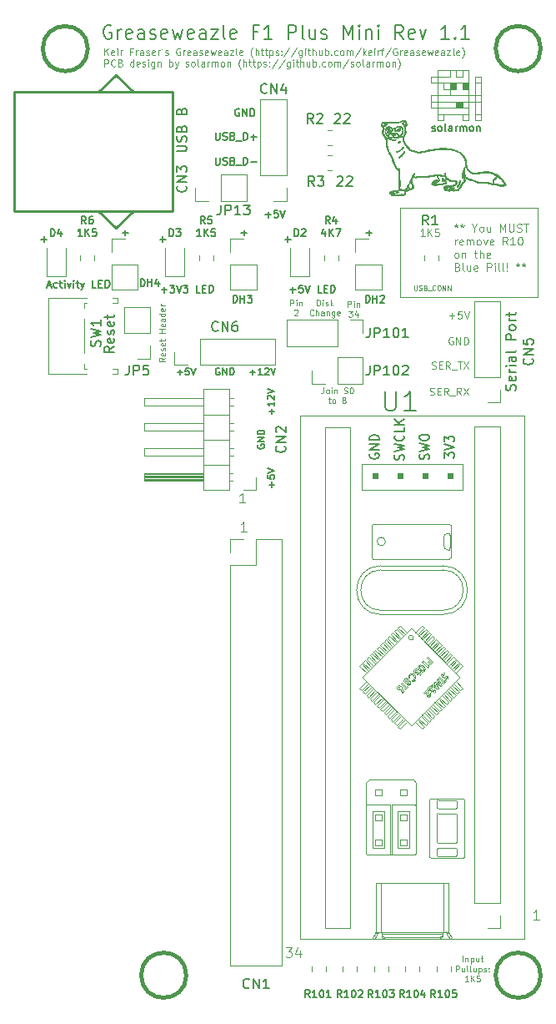
<source format=gbr>
G04 #@! TF.GenerationSoftware,KiCad,Pcbnew,(5.1.9)-1*
G04 #@! TF.CreationDate,2021-07-31T21:11:46+01:00*
G04 #@! TF.ProjectId,Greaseweazle F1 Plus Mini Rev 1.1,47726561-7365-4776-9561-7a6c65204631,1*
G04 #@! TF.SameCoordinates,PX6312cb0PY6bcb370*
G04 #@! TF.FileFunction,Legend,Top*
G04 #@! TF.FilePolarity,Positive*
%FSLAX46Y46*%
G04 Gerber Fmt 4.6, Leading zero omitted, Abs format (unit mm)*
G04 Created by KiCad (PCBNEW (5.1.9)-1) date 2021-07-31 21:11:46*
%MOMM*%
%LPD*%
G01*
G04 APERTURE LIST*
%ADD10C,0.150000*%
%ADD11C,0.100000*%
%ADD12C,0.125000*%
%ADD13C,0.187500*%
%ADD14C,0.120000*%
%ADD15C,0.381000*%
%ADD16C,0.010000*%
%ADD17C,0.254000*%
%ADD18C,0.200000*%
G04 APERTURE END LIST*
D10*
X14895666Y39193000D02*
X15429000Y39193000D01*
X15162333Y38926334D02*
X15162333Y39459667D01*
X16129000Y38926334D02*
X15729000Y38926334D01*
X15929000Y38926334D02*
X15929000Y39626334D01*
X15862333Y39526334D01*
X15795666Y39459667D01*
X15729000Y39426334D01*
X16395666Y39559667D02*
X16429000Y39593000D01*
X16495666Y39626334D01*
X16662333Y39626334D01*
X16729000Y39593000D01*
X16762333Y39559667D01*
X16795666Y39493000D01*
X16795666Y39426334D01*
X16762333Y39326334D01*
X16362333Y38926334D01*
X16795666Y38926334D01*
X16995666Y39626334D02*
X17229000Y38926334D01*
X17462333Y39626334D01*
X11785666Y39593000D02*
X11719000Y39626334D01*
X11619000Y39626334D01*
X11519000Y39593000D01*
X11452333Y39526334D01*
X11419000Y39459667D01*
X11385666Y39326334D01*
X11385666Y39226334D01*
X11419000Y39093000D01*
X11452333Y39026334D01*
X11519000Y38959667D01*
X11619000Y38926334D01*
X11685666Y38926334D01*
X11785666Y38959667D01*
X11819000Y38993000D01*
X11819000Y39226334D01*
X11685666Y39226334D01*
X12119000Y38926334D02*
X12119000Y39626334D01*
X12519000Y38926334D01*
X12519000Y39626334D01*
X12852333Y38926334D02*
X12852333Y39626334D01*
X13019000Y39626334D01*
X13119000Y39593000D01*
X13185666Y39526334D01*
X13219000Y39459667D01*
X13252333Y39326334D01*
X13252333Y39226334D01*
X13219000Y39093000D01*
X13185666Y39026334D01*
X13119000Y38959667D01*
X13019000Y38926334D01*
X12852333Y38926334D01*
X7482000Y39193000D02*
X8015333Y39193000D01*
X7748666Y38926334D02*
X7748666Y39459667D01*
X8682000Y39626334D02*
X8348666Y39626334D01*
X8315333Y39293000D01*
X8348666Y39326334D01*
X8415333Y39359667D01*
X8582000Y39359667D01*
X8648666Y39326334D01*
X8682000Y39293000D01*
X8715333Y39226334D01*
X8715333Y39059667D01*
X8682000Y38993000D01*
X8648666Y38959667D01*
X8582000Y38926334D01*
X8415333Y38926334D01*
X8348666Y38959667D01*
X8315333Y38993000D01*
X8915333Y39626334D02*
X9148666Y38926334D01*
X9382000Y39626334D01*
D11*
X22349000Y37658572D02*
X22349000Y37230000D01*
X22320428Y37144286D01*
X22263285Y37087143D01*
X22177571Y37058572D01*
X22120428Y37058572D01*
X22720428Y37058572D02*
X22663285Y37087143D01*
X22634714Y37115715D01*
X22606142Y37172858D01*
X22606142Y37344286D01*
X22634714Y37401429D01*
X22663285Y37430000D01*
X22720428Y37458572D01*
X22806142Y37458572D01*
X22863285Y37430000D01*
X22891857Y37401429D01*
X22920428Y37344286D01*
X22920428Y37172858D01*
X22891857Y37115715D01*
X22863285Y37087143D01*
X22806142Y37058572D01*
X22720428Y37058572D01*
X23177571Y37058572D02*
X23177571Y37458572D01*
X23177571Y37658572D02*
X23149000Y37630000D01*
X23177571Y37601429D01*
X23206142Y37630000D01*
X23177571Y37658572D01*
X23177571Y37601429D01*
X23463285Y37458572D02*
X23463285Y37058572D01*
X23463285Y37401429D02*
X23491857Y37430000D01*
X23549000Y37458572D01*
X23634714Y37458572D01*
X23691857Y37430000D01*
X23720428Y37372858D01*
X23720428Y37058572D01*
X24434714Y37087143D02*
X24520428Y37058572D01*
X24663285Y37058572D01*
X24720428Y37087143D01*
X24749000Y37115715D01*
X24777571Y37172858D01*
X24777571Y37230000D01*
X24749000Y37287143D01*
X24720428Y37315715D01*
X24663285Y37344286D01*
X24549000Y37372858D01*
X24491857Y37401429D01*
X24463285Y37430000D01*
X24434714Y37487143D01*
X24434714Y37544286D01*
X24463285Y37601429D01*
X24491857Y37630000D01*
X24549000Y37658572D01*
X24691857Y37658572D01*
X24777571Y37630000D01*
X25149000Y37658572D02*
X25206142Y37658572D01*
X25263285Y37630000D01*
X25291857Y37601429D01*
X25320428Y37544286D01*
X25349000Y37430000D01*
X25349000Y37287143D01*
X25320428Y37172858D01*
X25291857Y37115715D01*
X25263285Y37087143D01*
X25206142Y37058572D01*
X25149000Y37058572D01*
X25091857Y37087143D01*
X25063285Y37115715D01*
X25034714Y37172858D01*
X25006142Y37287143D01*
X25006142Y37430000D01*
X25034714Y37544286D01*
X25063285Y37601429D01*
X25091857Y37630000D01*
X25149000Y37658572D01*
X22834714Y36458572D02*
X23063285Y36458572D01*
X22920428Y36658572D02*
X22920428Y36144286D01*
X22949000Y36087143D01*
X23006142Y36058572D01*
X23063285Y36058572D01*
X23349000Y36058572D02*
X23291857Y36087143D01*
X23263285Y36115715D01*
X23234714Y36172858D01*
X23234714Y36344286D01*
X23263285Y36401429D01*
X23291857Y36430000D01*
X23349000Y36458572D01*
X23434714Y36458572D01*
X23491857Y36430000D01*
X23520428Y36401429D01*
X23549000Y36344286D01*
X23549000Y36172858D01*
X23520428Y36115715D01*
X23491857Y36087143D01*
X23434714Y36058572D01*
X23349000Y36058572D01*
X24463285Y36372858D02*
X24549000Y36344286D01*
X24577571Y36315715D01*
X24606142Y36258572D01*
X24606142Y36172858D01*
X24577571Y36115715D01*
X24549000Y36087143D01*
X24491857Y36058572D01*
X24263285Y36058572D01*
X24263285Y36658572D01*
X24463285Y36658572D01*
X24520428Y36630000D01*
X24549000Y36601429D01*
X24577571Y36544286D01*
X24577571Y36487143D01*
X24549000Y36430000D01*
X24520428Y36401429D01*
X24463285Y36372858D01*
X24263285Y36372858D01*
X21693285Y45948572D02*
X21693285Y46548572D01*
X21836142Y46548572D01*
X21921857Y46520000D01*
X21979000Y46462858D01*
X22007571Y46405715D01*
X22036142Y46291429D01*
X22036142Y46205715D01*
X22007571Y46091429D01*
X21979000Y46034286D01*
X21921857Y45977143D01*
X21836142Y45948572D01*
X21693285Y45948572D01*
X22293285Y45948572D02*
X22293285Y46348572D01*
X22293285Y46548572D02*
X22264714Y46520000D01*
X22293285Y46491429D01*
X22321857Y46520000D01*
X22293285Y46548572D01*
X22293285Y46491429D01*
X22550428Y45977143D02*
X22607571Y45948572D01*
X22721857Y45948572D01*
X22779000Y45977143D01*
X22807571Y46034286D01*
X22807571Y46062858D01*
X22779000Y46120000D01*
X22721857Y46148572D01*
X22636142Y46148572D01*
X22579000Y46177143D01*
X22550428Y46234286D01*
X22550428Y46262858D01*
X22579000Y46320000D01*
X22636142Y46348572D01*
X22721857Y46348572D01*
X22779000Y46320000D01*
X23064714Y45948572D02*
X23064714Y46548572D01*
X23121857Y46177143D02*
X23293285Y45948572D01*
X23293285Y46348572D02*
X23064714Y46120000D01*
X21321857Y45005715D02*
X21293285Y44977143D01*
X21207571Y44948572D01*
X21150428Y44948572D01*
X21064714Y44977143D01*
X21007571Y45034286D01*
X20979000Y45091429D01*
X20950428Y45205715D01*
X20950428Y45291429D01*
X20979000Y45405715D01*
X21007571Y45462858D01*
X21064714Y45520000D01*
X21150428Y45548572D01*
X21207571Y45548572D01*
X21293285Y45520000D01*
X21321857Y45491429D01*
X21579000Y44948572D02*
X21579000Y45548572D01*
X21836142Y44948572D02*
X21836142Y45262858D01*
X21807571Y45320000D01*
X21750428Y45348572D01*
X21664714Y45348572D01*
X21607571Y45320000D01*
X21579000Y45291429D01*
X22379000Y44948572D02*
X22379000Y45262858D01*
X22350428Y45320000D01*
X22293285Y45348572D01*
X22179000Y45348572D01*
X22121857Y45320000D01*
X22379000Y44977143D02*
X22321857Y44948572D01*
X22179000Y44948572D01*
X22121857Y44977143D01*
X22093285Y45034286D01*
X22093285Y45091429D01*
X22121857Y45148572D01*
X22179000Y45177143D01*
X22321857Y45177143D01*
X22379000Y45205715D01*
X22664714Y45348572D02*
X22664714Y44948572D01*
X22664714Y45291429D02*
X22693285Y45320000D01*
X22750428Y45348572D01*
X22836142Y45348572D01*
X22893285Y45320000D01*
X22921857Y45262858D01*
X22921857Y44948572D01*
X23464714Y45348572D02*
X23464714Y44862858D01*
X23436142Y44805715D01*
X23407571Y44777143D01*
X23350428Y44748572D01*
X23264714Y44748572D01*
X23207571Y44777143D01*
X23464714Y44977143D02*
X23407571Y44948572D01*
X23293285Y44948572D01*
X23236142Y44977143D01*
X23207571Y45005715D01*
X23179000Y45062858D01*
X23179000Y45234286D01*
X23207571Y45291429D01*
X23236142Y45320000D01*
X23293285Y45348572D01*
X23407571Y45348572D01*
X23464714Y45320000D01*
X23979000Y44977143D02*
X23921857Y44948572D01*
X23807571Y44948572D01*
X23750428Y44977143D01*
X23721857Y45034286D01*
X23721857Y45262858D01*
X23750428Y45320000D01*
X23807571Y45348572D01*
X23921857Y45348572D01*
X23979000Y45320000D01*
X24007571Y45262858D01*
X24007571Y45205715D01*
X23721857Y45148572D01*
X24828571Y45821572D02*
X24828571Y46421572D01*
X25057142Y46421572D01*
X25114285Y46393000D01*
X25142857Y46364429D01*
X25171428Y46307286D01*
X25171428Y46221572D01*
X25142857Y46164429D01*
X25114285Y46135858D01*
X25057142Y46107286D01*
X24828571Y46107286D01*
X25428571Y45821572D02*
X25428571Y46221572D01*
X25428571Y46421572D02*
X25400000Y46393000D01*
X25428571Y46364429D01*
X25457142Y46393000D01*
X25428571Y46421572D01*
X25428571Y46364429D01*
X25714285Y46221572D02*
X25714285Y45821572D01*
X25714285Y46164429D02*
X25742857Y46193000D01*
X25800000Y46221572D01*
X25885714Y46221572D01*
X25942857Y46193000D01*
X25971428Y46135858D01*
X25971428Y45821572D01*
X24914285Y45421572D02*
X25285714Y45421572D01*
X25085714Y45193000D01*
X25171428Y45193000D01*
X25228571Y45164429D01*
X25257142Y45135858D01*
X25285714Y45078715D01*
X25285714Y44935858D01*
X25257142Y44878715D01*
X25228571Y44850143D01*
X25171428Y44821572D01*
X25000000Y44821572D01*
X24942857Y44850143D01*
X24914285Y44878715D01*
X25800000Y45221572D02*
X25800000Y44821572D01*
X25657142Y45450143D02*
X25514285Y45021572D01*
X25885714Y45021572D01*
X18986571Y45948572D02*
X18986571Y46548572D01*
X19215142Y46548572D01*
X19272285Y46520000D01*
X19300857Y46491429D01*
X19329428Y46434286D01*
X19329428Y46348572D01*
X19300857Y46291429D01*
X19272285Y46262858D01*
X19215142Y46234286D01*
X18986571Y46234286D01*
X19586571Y45948572D02*
X19586571Y46348572D01*
X19586571Y46548572D02*
X19558000Y46520000D01*
X19586571Y46491429D01*
X19615142Y46520000D01*
X19586571Y46548572D01*
X19586571Y46491429D01*
X19872285Y46348572D02*
X19872285Y45948572D01*
X19872285Y46291429D02*
X19900857Y46320000D01*
X19958000Y46348572D01*
X20043714Y46348572D01*
X20100857Y46320000D01*
X20129428Y46262858D01*
X20129428Y45948572D01*
X19386571Y45491429D02*
X19415142Y45520000D01*
X19472285Y45548572D01*
X19615142Y45548572D01*
X19672285Y45520000D01*
X19700857Y45491429D01*
X19729428Y45434286D01*
X19729428Y45377143D01*
X19700857Y45291429D01*
X19358000Y44948572D01*
X19729428Y44948572D01*
D12*
X44227714Y-16327380D02*
X43656285Y-16327380D01*
X43942000Y-16327380D02*
X43942000Y-15327380D01*
X43846761Y-15470238D01*
X43751523Y-15565476D01*
X43656285Y-15613095D01*
X14382714Y25963620D02*
X13811285Y25963620D01*
X14097000Y25963620D02*
X14097000Y26963620D01*
X14001761Y26820762D01*
X13906523Y26725524D01*
X13811285Y26677905D01*
D11*
X36479285Y-20607428D02*
X36479285Y-20007428D01*
X36765000Y-20207428D02*
X36765000Y-20607428D01*
X36765000Y-20264571D02*
X36793571Y-20236000D01*
X36850714Y-20207428D01*
X36936428Y-20207428D01*
X36993571Y-20236000D01*
X37022142Y-20293142D01*
X37022142Y-20607428D01*
X37307857Y-20207428D02*
X37307857Y-20807428D01*
X37307857Y-20236000D02*
X37365000Y-20207428D01*
X37479285Y-20207428D01*
X37536428Y-20236000D01*
X37565000Y-20264571D01*
X37593571Y-20321714D01*
X37593571Y-20493142D01*
X37565000Y-20550285D01*
X37536428Y-20578857D01*
X37479285Y-20607428D01*
X37365000Y-20607428D01*
X37307857Y-20578857D01*
X38107857Y-20207428D02*
X38107857Y-20607428D01*
X37850714Y-20207428D02*
X37850714Y-20521714D01*
X37879285Y-20578857D01*
X37936428Y-20607428D01*
X38022142Y-20607428D01*
X38079285Y-20578857D01*
X38107857Y-20550285D01*
X38307857Y-20207428D02*
X38536428Y-20207428D01*
X38393571Y-20007428D02*
X38393571Y-20521714D01*
X38422142Y-20578857D01*
X38479285Y-20607428D01*
X38536428Y-20607428D01*
X35793571Y-21607428D02*
X35793571Y-21007428D01*
X36022142Y-21007428D01*
X36079285Y-21036000D01*
X36107857Y-21064571D01*
X36136428Y-21121714D01*
X36136428Y-21207428D01*
X36107857Y-21264571D01*
X36079285Y-21293142D01*
X36022142Y-21321714D01*
X35793571Y-21321714D01*
X36650714Y-21207428D02*
X36650714Y-21607428D01*
X36393571Y-21207428D02*
X36393571Y-21521714D01*
X36422142Y-21578857D01*
X36479285Y-21607428D01*
X36565000Y-21607428D01*
X36622142Y-21578857D01*
X36650714Y-21550285D01*
X37022142Y-21607428D02*
X36965000Y-21578857D01*
X36936428Y-21521714D01*
X36936428Y-21007428D01*
X37336428Y-21607428D02*
X37279285Y-21578857D01*
X37250714Y-21521714D01*
X37250714Y-21007428D01*
X37822142Y-21207428D02*
X37822142Y-21607428D01*
X37565000Y-21207428D02*
X37565000Y-21521714D01*
X37593571Y-21578857D01*
X37650714Y-21607428D01*
X37736428Y-21607428D01*
X37793571Y-21578857D01*
X37822142Y-21550285D01*
X38107857Y-21207428D02*
X38107857Y-21807428D01*
X38107857Y-21236000D02*
X38165000Y-21207428D01*
X38279285Y-21207428D01*
X38336428Y-21236000D01*
X38365000Y-21264571D01*
X38393571Y-21321714D01*
X38393571Y-21493142D01*
X38365000Y-21550285D01*
X38336428Y-21578857D01*
X38279285Y-21607428D01*
X38165000Y-21607428D01*
X38107857Y-21578857D01*
X38622142Y-21578857D02*
X38679285Y-21607428D01*
X38793571Y-21607428D01*
X38850714Y-21578857D01*
X38879285Y-21521714D01*
X38879285Y-21493142D01*
X38850714Y-21436000D01*
X38793571Y-21407428D01*
X38707857Y-21407428D01*
X38650714Y-21378857D01*
X38622142Y-21321714D01*
X38622142Y-21293142D01*
X38650714Y-21236000D01*
X38707857Y-21207428D01*
X38793571Y-21207428D01*
X38850714Y-21236000D01*
X39136428Y-21550285D02*
X39165000Y-21578857D01*
X39136428Y-21607428D01*
X39107857Y-21578857D01*
X39136428Y-21550285D01*
X39136428Y-21607428D01*
X39136428Y-21236000D02*
X39165000Y-21264571D01*
X39136428Y-21293142D01*
X39107857Y-21264571D01*
X39136428Y-21236000D01*
X39136428Y-21293142D01*
X37050714Y-22607428D02*
X36707857Y-22607428D01*
X36879285Y-22607428D02*
X36879285Y-22007428D01*
X36822142Y-22093142D01*
X36765000Y-22150285D01*
X36707857Y-22178857D01*
X37307857Y-22607428D02*
X37307857Y-22007428D01*
X37650714Y-22607428D02*
X37393571Y-22264571D01*
X37650714Y-22007428D02*
X37307857Y-22350285D01*
X38193571Y-22007428D02*
X37907857Y-22007428D01*
X37879285Y-22293142D01*
X37907857Y-22264571D01*
X37965000Y-22236000D01*
X38107857Y-22236000D01*
X38165000Y-22264571D01*
X38193571Y-22293142D01*
X38222142Y-22350285D01*
X38222142Y-22493142D01*
X38193571Y-22550285D01*
X38165000Y-22578857D01*
X38107857Y-22607428D01*
X37965000Y-22607428D01*
X37907857Y-22578857D01*
X37879285Y-22550285D01*
D13*
X-6042429Y52419286D02*
X-6042429Y52990715D01*
X-5756715Y52705000D02*
X-6328143Y52705000D01*
X6022571Y52419286D02*
X6022571Y52990715D01*
X6308285Y52705000D02*
X5736857Y52705000D01*
X18722571Y52419286D02*
X18722571Y52990715D01*
X19008285Y52705000D02*
X18436857Y52705000D01*
D14*
X30099000Y55880000D02*
X44069000Y55880000D01*
X44069000Y46863000D02*
X30099000Y46863000D01*
X44069000Y55880000D02*
X44069000Y46863000D01*
X30099000Y46863000D02*
X30099000Y55880000D01*
D13*
X26977571Y53054286D02*
X26977571Y53625715D01*
X27263285Y53340000D02*
X26691857Y53340000D01*
D12*
X18494476Y-19137380D02*
X19113523Y-19137380D01*
X18780190Y-19518333D01*
X18923047Y-19518333D01*
X19018285Y-19565952D01*
X19065904Y-19613571D01*
X19113523Y-19708809D01*
X19113523Y-19946904D01*
X19065904Y-20042142D01*
X19018285Y-20089761D01*
X18923047Y-20137380D01*
X18637333Y-20137380D01*
X18542095Y-20089761D01*
X18494476Y-20042142D01*
X19970666Y-19470714D02*
X19970666Y-20137380D01*
X19732571Y-19089761D02*
X19494476Y-19804047D01*
X20113523Y-19804047D01*
X14509714Y23042620D02*
X13938285Y23042620D01*
X14224000Y23042620D02*
X14224000Y24042620D01*
X14128761Y23899762D01*
X14033523Y23804524D01*
X13938285Y23756905D01*
D10*
X18941142Y47571429D02*
X19512571Y47571429D01*
X19226857Y47285715D02*
X19226857Y47857143D01*
X20226857Y48035715D02*
X19869714Y48035715D01*
X19834000Y47678572D01*
X19869714Y47714286D01*
X19941142Y47750000D01*
X20119714Y47750000D01*
X20191142Y47714286D01*
X20226857Y47678572D01*
X20262571Y47607143D01*
X20262571Y47428572D01*
X20226857Y47357143D01*
X20191142Y47321429D01*
X20119714Y47285715D01*
X19941142Y47285715D01*
X19869714Y47321429D01*
X19834000Y47357143D01*
X20476857Y48035715D02*
X20726857Y47285715D01*
X20976857Y48035715D01*
X22155428Y47285715D02*
X21798285Y47285715D01*
X21798285Y48035715D01*
X22405428Y47678572D02*
X22655428Y47678572D01*
X22762571Y47285715D02*
X22405428Y47285715D01*
X22405428Y48035715D01*
X22762571Y48035715D01*
X23084000Y47285715D02*
X23084000Y48035715D01*
X23262571Y48035715D01*
X23369714Y48000000D01*
X23441142Y47928572D01*
X23476857Y47857143D01*
X23512571Y47714286D01*
X23512571Y47607143D01*
X23476857Y47464286D01*
X23441142Y47392858D01*
X23369714Y47321429D01*
X23262571Y47285715D01*
X23084000Y47285715D01*
D13*
X2212571Y53054286D02*
X2212571Y53625715D01*
X2498285Y53340000D02*
X1926857Y53340000D01*
D10*
X11380114Y60989715D02*
X11380114Y60382572D01*
X11415828Y60311143D01*
X11451543Y60275429D01*
X11522971Y60239715D01*
X11665828Y60239715D01*
X11737257Y60275429D01*
X11772971Y60311143D01*
X11808685Y60382572D01*
X11808685Y60989715D01*
X12130114Y60275429D02*
X12237257Y60239715D01*
X12415828Y60239715D01*
X12487257Y60275429D01*
X12522971Y60311143D01*
X12558685Y60382572D01*
X12558685Y60454000D01*
X12522971Y60525429D01*
X12487257Y60561143D01*
X12415828Y60596858D01*
X12272971Y60632572D01*
X12201543Y60668286D01*
X12165828Y60704000D01*
X12130114Y60775429D01*
X12130114Y60846858D01*
X12165828Y60918286D01*
X12201543Y60954000D01*
X12272971Y60989715D01*
X12451543Y60989715D01*
X12558685Y60954000D01*
X13130114Y60632572D02*
X13237257Y60596858D01*
X13272971Y60561143D01*
X13308685Y60489715D01*
X13308685Y60382572D01*
X13272971Y60311143D01*
X13237257Y60275429D01*
X13165828Y60239715D01*
X12880114Y60239715D01*
X12880114Y60989715D01*
X13130114Y60989715D01*
X13201543Y60954000D01*
X13237257Y60918286D01*
X13272971Y60846858D01*
X13272971Y60775429D01*
X13237257Y60704000D01*
X13201543Y60668286D01*
X13130114Y60632572D01*
X12880114Y60632572D01*
X13451543Y60168286D02*
X14022971Y60168286D01*
X14201543Y60239715D02*
X14201543Y60989715D01*
X14380114Y60989715D01*
X14487257Y60954000D01*
X14558685Y60882572D01*
X14594400Y60811143D01*
X14630114Y60668286D01*
X14630114Y60561143D01*
X14594400Y60418286D01*
X14558685Y60346858D01*
X14487257Y60275429D01*
X14380114Y60239715D01*
X14201543Y60239715D01*
X14951543Y60525429D02*
X15522971Y60525429D01*
X11380114Y63504315D02*
X11380114Y62897172D01*
X11415828Y62825743D01*
X11451543Y62790029D01*
X11522971Y62754315D01*
X11665828Y62754315D01*
X11737257Y62790029D01*
X11772971Y62825743D01*
X11808685Y62897172D01*
X11808685Y63504315D01*
X12130114Y62790029D02*
X12237257Y62754315D01*
X12415828Y62754315D01*
X12487257Y62790029D01*
X12522971Y62825743D01*
X12558685Y62897172D01*
X12558685Y62968600D01*
X12522971Y63040029D01*
X12487257Y63075743D01*
X12415828Y63111458D01*
X12272971Y63147172D01*
X12201543Y63182886D01*
X12165828Y63218600D01*
X12130114Y63290029D01*
X12130114Y63361458D01*
X12165828Y63432886D01*
X12201543Y63468600D01*
X12272971Y63504315D01*
X12451543Y63504315D01*
X12558685Y63468600D01*
X13130114Y63147172D02*
X13237257Y63111458D01*
X13272971Y63075743D01*
X13308685Y63004315D01*
X13308685Y62897172D01*
X13272971Y62825743D01*
X13237257Y62790029D01*
X13165828Y62754315D01*
X12880114Y62754315D01*
X12880114Y63504315D01*
X13130114Y63504315D01*
X13201543Y63468600D01*
X13237257Y63432886D01*
X13272971Y63361458D01*
X13272971Y63290029D01*
X13237257Y63218600D01*
X13201543Y63182886D01*
X13130114Y63147172D01*
X12880114Y63147172D01*
X13451543Y62682886D02*
X14022971Y62682886D01*
X14201543Y62754315D02*
X14201543Y63504315D01*
X14380114Y63504315D01*
X14487257Y63468600D01*
X14558685Y63397172D01*
X14594400Y63325743D01*
X14630114Y63182886D01*
X14630114Y63075743D01*
X14594400Y62932886D01*
X14558685Y62861458D01*
X14487257Y62790029D01*
X14380114Y62754315D01*
X14201543Y62754315D01*
X14951543Y63040029D02*
X15522971Y63040029D01*
X15237257Y62754315D02*
X15237257Y63325743D01*
X13779571Y65907000D02*
X13708142Y65942715D01*
X13601000Y65942715D01*
X13493857Y65907000D01*
X13422428Y65835572D01*
X13386714Y65764143D01*
X13351000Y65621286D01*
X13351000Y65514143D01*
X13386714Y65371286D01*
X13422428Y65299858D01*
X13493857Y65228429D01*
X13601000Y65192715D01*
X13672428Y65192715D01*
X13779571Y65228429D01*
X13815285Y65264143D01*
X13815285Y65514143D01*
X13672428Y65514143D01*
X14136714Y65192715D02*
X14136714Y65942715D01*
X14565285Y65192715D01*
X14565285Y65942715D01*
X14922428Y65192715D02*
X14922428Y65942715D01*
X15101000Y65942715D01*
X15208142Y65907000D01*
X15279571Y65835572D01*
X15315285Y65764143D01*
X15351000Y65621286D01*
X15351000Y65514143D01*
X15315285Y65371286D01*
X15279571Y65299858D01*
X15208142Y65228429D01*
X15101000Y65192715D01*
X14922428Y65192715D01*
X16434714Y55191429D02*
X17006142Y55191429D01*
X16720428Y54905715D02*
X16720428Y55477143D01*
X17720428Y55655715D02*
X17363285Y55655715D01*
X17327571Y55298572D01*
X17363285Y55334286D01*
X17434714Y55370000D01*
X17613285Y55370000D01*
X17684714Y55334286D01*
X17720428Y55298572D01*
X17756142Y55227143D01*
X17756142Y55048572D01*
X17720428Y54977143D01*
X17684714Y54941429D01*
X17613285Y54905715D01*
X17434714Y54905715D01*
X17363285Y54941429D01*
X17327571Y54977143D01*
X17970428Y55655715D02*
X18220428Y54905715D01*
X18470428Y55655715D01*
D13*
X14277571Y53054286D02*
X14277571Y53625715D01*
X14563285Y53340000D02*
X13991857Y53340000D01*
D12*
X33333623Y39580055D02*
X33440766Y39544341D01*
X33619337Y39544341D01*
X33690766Y39580055D01*
X33726480Y39615769D01*
X33762194Y39687198D01*
X33762194Y39758626D01*
X33726480Y39830055D01*
X33690766Y39865769D01*
X33619337Y39901484D01*
X33476480Y39937198D01*
X33405051Y39972912D01*
X33369337Y40008626D01*
X33333623Y40080055D01*
X33333623Y40151484D01*
X33369337Y40222912D01*
X33405051Y40258626D01*
X33476480Y40294341D01*
X33655051Y40294341D01*
X33762194Y40258626D01*
X34083623Y39937198D02*
X34333623Y39937198D01*
X34440766Y39544341D02*
X34083623Y39544341D01*
X34083623Y40294341D01*
X34440766Y40294341D01*
X35190766Y39544341D02*
X34940766Y39901484D01*
X34762194Y39544341D02*
X34762194Y40294341D01*
X35047908Y40294341D01*
X35119337Y40258626D01*
X35155051Y40222912D01*
X35190766Y40151484D01*
X35190766Y40044341D01*
X35155051Y39972912D01*
X35119337Y39937198D01*
X35047908Y39901484D01*
X34762194Y39901484D01*
X35333623Y39472912D02*
X35905051Y39472912D01*
X35976480Y40294341D02*
X36405051Y40294341D01*
X36190766Y39544341D02*
X36190766Y40294341D01*
X36583623Y40294341D02*
X37083623Y39544341D01*
X37083623Y40294341D02*
X36583623Y39544341D01*
X35476480Y42722426D02*
X35405051Y42758141D01*
X35297909Y42758141D01*
X35190766Y42722426D01*
X35119337Y42650998D01*
X35083623Y42579569D01*
X35047909Y42436712D01*
X35047909Y42329569D01*
X35083623Y42186712D01*
X35119337Y42115284D01*
X35190766Y42043855D01*
X35297909Y42008141D01*
X35369337Y42008141D01*
X35476480Y42043855D01*
X35512194Y42079569D01*
X35512194Y42329569D01*
X35369337Y42329569D01*
X35833623Y42008141D02*
X35833623Y42758141D01*
X36262194Y42008141D01*
X36262194Y42758141D01*
X36619337Y42008141D02*
X36619337Y42758141D01*
X36797909Y42758141D01*
X36905051Y42722426D01*
X36976480Y42650998D01*
X37012194Y42579569D01*
X37047909Y42436712D01*
X37047909Y42329569D01*
X37012194Y42186712D01*
X36976480Y42115284D01*
X36905051Y42043855D01*
X36797909Y42008141D01*
X36619337Y42008141D01*
X33155051Y36913055D02*
X33262194Y36877341D01*
X33440765Y36877341D01*
X33512194Y36913055D01*
X33547908Y36948769D01*
X33583622Y37020198D01*
X33583622Y37091626D01*
X33547908Y37163055D01*
X33512194Y37198769D01*
X33440765Y37234484D01*
X33297908Y37270198D01*
X33226480Y37305912D01*
X33190765Y37341626D01*
X33155051Y37413055D01*
X33155051Y37484484D01*
X33190765Y37555912D01*
X33226480Y37591626D01*
X33297908Y37627341D01*
X33476480Y37627341D01*
X33583622Y37591626D01*
X33905051Y37270198D02*
X34155051Y37270198D01*
X34262194Y36877341D02*
X33905051Y36877341D01*
X33905051Y37627341D01*
X34262194Y37627341D01*
X35012194Y36877341D02*
X34762194Y37234484D01*
X34583622Y36877341D02*
X34583622Y37627341D01*
X34869337Y37627341D01*
X34940765Y37591626D01*
X34976480Y37555912D01*
X35012194Y37484484D01*
X35012194Y37377341D01*
X34976480Y37305912D01*
X34940765Y37270198D01*
X34869337Y37234484D01*
X34583622Y37234484D01*
X35155051Y36805912D02*
X35726480Y36805912D01*
X36333622Y36877341D02*
X36083622Y37234484D01*
X35905051Y36877341D02*
X35905051Y37627341D01*
X36190765Y37627341D01*
X36262194Y37591626D01*
X36297908Y37555912D01*
X36333622Y37484484D01*
X36333622Y37377341D01*
X36297908Y37305912D01*
X36262194Y37270198D01*
X36190765Y37234484D01*
X35905051Y37234484D01*
X36583622Y37627341D02*
X37083622Y36877341D01*
X37083622Y37627341D02*
X36583622Y36877341D01*
X35083623Y44935455D02*
X35655051Y44935455D01*
X35369337Y44649741D02*
X35369337Y45221169D01*
X36369337Y45399741D02*
X36012194Y45399741D01*
X35976480Y45042598D01*
X36012194Y45078312D01*
X36083623Y45114026D01*
X36262194Y45114026D01*
X36333623Y45078312D01*
X36369337Y45042598D01*
X36405051Y44971169D01*
X36405051Y44792598D01*
X36369337Y44721169D01*
X36333623Y44685455D01*
X36262194Y44649741D01*
X36083623Y44649741D01*
X36012194Y44685455D01*
X35976480Y44721169D01*
X36619337Y45399741D02*
X36869337Y44649741D01*
X37119337Y45399741D01*
D10*
X-5700715Y48008000D02*
X-5343572Y48008000D01*
X-5772143Y47793715D02*
X-5522143Y48543715D01*
X-5272143Y47793715D01*
X-4700715Y47829429D02*
X-4772143Y47793715D01*
X-4915000Y47793715D01*
X-4986429Y47829429D01*
X-5022143Y47865143D01*
X-5057858Y47936572D01*
X-5057858Y48150858D01*
X-5022143Y48222286D01*
X-4986429Y48258000D01*
X-4915000Y48293715D01*
X-4772143Y48293715D01*
X-4700715Y48258000D01*
X-4486429Y48293715D02*
X-4200715Y48293715D01*
X-4379286Y48543715D02*
X-4379286Y47900858D01*
X-4343572Y47829429D01*
X-4272143Y47793715D01*
X-4200715Y47793715D01*
X-3950715Y47793715D02*
X-3950715Y48293715D01*
X-3950715Y48543715D02*
X-3986429Y48508000D01*
X-3950715Y48472286D01*
X-3915000Y48508000D01*
X-3950715Y48543715D01*
X-3950715Y48472286D01*
X-3665000Y48293715D02*
X-3486429Y47793715D01*
X-3307858Y48293715D01*
X-3022143Y47793715D02*
X-3022143Y48293715D01*
X-3022143Y48543715D02*
X-3057858Y48508000D01*
X-3022143Y48472286D01*
X-2986429Y48508000D01*
X-3022143Y48543715D01*
X-3022143Y48472286D01*
X-2772143Y48293715D02*
X-2486429Y48293715D01*
X-2665000Y48543715D02*
X-2665000Y47900858D01*
X-2629286Y47829429D01*
X-2557858Y47793715D01*
X-2486429Y47793715D01*
X-2307858Y48293715D02*
X-2129286Y47793715D01*
X-1950715Y48293715D02*
X-2129286Y47793715D01*
X-2200715Y47615143D01*
X-2236429Y47579429D01*
X-2307858Y47543715D01*
X-736429Y47793715D02*
X-1093572Y47793715D01*
X-1093572Y48543715D01*
X-486429Y48186572D02*
X-236429Y48186572D01*
X-129286Y47793715D02*
X-486429Y47793715D01*
X-486429Y48543715D01*
X-129286Y48543715D01*
X192142Y47793715D02*
X192142Y48543715D01*
X370714Y48543715D01*
X477857Y48508000D01*
X549285Y48436572D01*
X585000Y48365143D01*
X620714Y48222286D01*
X620714Y48115143D01*
X585000Y47972286D01*
X549285Y47900858D01*
X477857Y47829429D01*
X370714Y47793715D01*
X192142Y47793715D01*
D11*
X104666Y71378334D02*
X104666Y72078334D01*
X504666Y71378334D02*
X204666Y71778334D01*
X504666Y72078334D02*
X104666Y71678334D01*
X1071333Y71411667D02*
X1004666Y71378334D01*
X871333Y71378334D01*
X804666Y71411667D01*
X771333Y71478334D01*
X771333Y71745000D01*
X804666Y71811667D01*
X871333Y71845000D01*
X1004666Y71845000D01*
X1071333Y71811667D01*
X1104666Y71745000D01*
X1104666Y71678334D01*
X771333Y71611667D01*
X1404666Y71378334D02*
X1404666Y71845000D01*
X1404666Y72078334D02*
X1371333Y72045000D01*
X1404666Y72011667D01*
X1438000Y72045000D01*
X1404666Y72078334D01*
X1404666Y72011667D01*
X1738000Y71378334D02*
X1738000Y71845000D01*
X1738000Y71711667D02*
X1771333Y71778334D01*
X1804666Y71811667D01*
X1871333Y71845000D01*
X1938000Y71845000D01*
X2938000Y71745000D02*
X2704666Y71745000D01*
X2704666Y71378334D02*
X2704666Y72078334D01*
X3038000Y72078334D01*
X3304666Y71378334D02*
X3304666Y71845000D01*
X3304666Y71711667D02*
X3338000Y71778334D01*
X3371333Y71811667D01*
X3438000Y71845000D01*
X3504666Y71845000D01*
X4038000Y71378334D02*
X4038000Y71745000D01*
X4004666Y71811667D01*
X3938000Y71845000D01*
X3804666Y71845000D01*
X3738000Y71811667D01*
X4038000Y71411667D02*
X3971333Y71378334D01*
X3804666Y71378334D01*
X3738000Y71411667D01*
X3704666Y71478334D01*
X3704666Y71545000D01*
X3738000Y71611667D01*
X3804666Y71645000D01*
X3971333Y71645000D01*
X4038000Y71678334D01*
X4338000Y71411667D02*
X4404666Y71378334D01*
X4538000Y71378334D01*
X4604666Y71411667D01*
X4638000Y71478334D01*
X4638000Y71511667D01*
X4604666Y71578334D01*
X4538000Y71611667D01*
X4438000Y71611667D01*
X4371333Y71645000D01*
X4338000Y71711667D01*
X4338000Y71745000D01*
X4371333Y71811667D01*
X4438000Y71845000D01*
X4538000Y71845000D01*
X4604666Y71811667D01*
X5204666Y71411667D02*
X5138000Y71378334D01*
X5004666Y71378334D01*
X4938000Y71411667D01*
X4904666Y71478334D01*
X4904666Y71745000D01*
X4938000Y71811667D01*
X5004666Y71845000D01*
X5138000Y71845000D01*
X5204666Y71811667D01*
X5238000Y71745000D01*
X5238000Y71678334D01*
X4904666Y71611667D01*
X5538000Y71378334D02*
X5538000Y71845000D01*
X5538000Y71711667D02*
X5571333Y71778334D01*
X5604666Y71811667D01*
X5671333Y71845000D01*
X5738000Y71845000D01*
X6004666Y72078334D02*
X5938000Y71945000D01*
X6271333Y71411667D02*
X6338000Y71378334D01*
X6471333Y71378334D01*
X6538000Y71411667D01*
X6571333Y71478334D01*
X6571333Y71511667D01*
X6538000Y71578334D01*
X6471333Y71611667D01*
X6371333Y71611667D01*
X6304666Y71645000D01*
X6271333Y71711667D01*
X6271333Y71745000D01*
X6304666Y71811667D01*
X6371333Y71845000D01*
X6471333Y71845000D01*
X6538000Y71811667D01*
X7771333Y72045000D02*
X7704666Y72078334D01*
X7604666Y72078334D01*
X7504666Y72045000D01*
X7438000Y71978334D01*
X7404666Y71911667D01*
X7371333Y71778334D01*
X7371333Y71678334D01*
X7404666Y71545000D01*
X7438000Y71478334D01*
X7504666Y71411667D01*
X7604666Y71378334D01*
X7671333Y71378334D01*
X7771333Y71411667D01*
X7804666Y71445000D01*
X7804666Y71678334D01*
X7671333Y71678334D01*
X8104666Y71378334D02*
X8104666Y71845000D01*
X8104666Y71711667D02*
X8138000Y71778334D01*
X8171333Y71811667D01*
X8238000Y71845000D01*
X8304666Y71845000D01*
X8804666Y71411667D02*
X8738000Y71378334D01*
X8604666Y71378334D01*
X8538000Y71411667D01*
X8504666Y71478334D01*
X8504666Y71745000D01*
X8538000Y71811667D01*
X8604666Y71845000D01*
X8738000Y71845000D01*
X8804666Y71811667D01*
X8838000Y71745000D01*
X8838000Y71678334D01*
X8504666Y71611667D01*
X9438000Y71378334D02*
X9438000Y71745000D01*
X9404666Y71811667D01*
X9338000Y71845000D01*
X9204666Y71845000D01*
X9138000Y71811667D01*
X9438000Y71411667D02*
X9371333Y71378334D01*
X9204666Y71378334D01*
X9138000Y71411667D01*
X9104666Y71478334D01*
X9104666Y71545000D01*
X9138000Y71611667D01*
X9204666Y71645000D01*
X9371333Y71645000D01*
X9438000Y71678334D01*
X9738000Y71411667D02*
X9804666Y71378334D01*
X9938000Y71378334D01*
X10004666Y71411667D01*
X10038000Y71478334D01*
X10038000Y71511667D01*
X10004666Y71578334D01*
X9938000Y71611667D01*
X9838000Y71611667D01*
X9771333Y71645000D01*
X9738000Y71711667D01*
X9738000Y71745000D01*
X9771333Y71811667D01*
X9838000Y71845000D01*
X9938000Y71845000D01*
X10004666Y71811667D01*
X10604666Y71411667D02*
X10538000Y71378334D01*
X10404666Y71378334D01*
X10338000Y71411667D01*
X10304666Y71478334D01*
X10304666Y71745000D01*
X10338000Y71811667D01*
X10404666Y71845000D01*
X10538000Y71845000D01*
X10604666Y71811667D01*
X10638000Y71745000D01*
X10638000Y71678334D01*
X10304666Y71611667D01*
X10871333Y71845000D02*
X11004666Y71378334D01*
X11138000Y71711667D01*
X11271333Y71378334D01*
X11404666Y71845000D01*
X11938000Y71411667D02*
X11871333Y71378334D01*
X11738000Y71378334D01*
X11671333Y71411667D01*
X11638000Y71478334D01*
X11638000Y71745000D01*
X11671333Y71811667D01*
X11738000Y71845000D01*
X11871333Y71845000D01*
X11938000Y71811667D01*
X11971333Y71745000D01*
X11971333Y71678334D01*
X11638000Y71611667D01*
X12571333Y71378334D02*
X12571333Y71745000D01*
X12538000Y71811667D01*
X12471333Y71845000D01*
X12338000Y71845000D01*
X12271333Y71811667D01*
X12571333Y71411667D02*
X12504666Y71378334D01*
X12338000Y71378334D01*
X12271333Y71411667D01*
X12238000Y71478334D01*
X12238000Y71545000D01*
X12271333Y71611667D01*
X12338000Y71645000D01*
X12504666Y71645000D01*
X12571333Y71678334D01*
X12838000Y71845000D02*
X13204666Y71845000D01*
X12838000Y71378334D01*
X13204666Y71378334D01*
X13571333Y71378334D02*
X13504666Y71411667D01*
X13471333Y71478334D01*
X13471333Y72078334D01*
X14104666Y71411667D02*
X14038000Y71378334D01*
X13904666Y71378334D01*
X13838000Y71411667D01*
X13804666Y71478334D01*
X13804666Y71745000D01*
X13838000Y71811667D01*
X13904666Y71845000D01*
X14038000Y71845000D01*
X14104666Y71811667D01*
X14138000Y71745000D01*
X14138000Y71678334D01*
X13804666Y71611667D01*
X15171333Y71111667D02*
X15138000Y71145000D01*
X15071333Y71245000D01*
X15038000Y71311667D01*
X15004666Y71411667D01*
X14971333Y71578334D01*
X14971333Y71711667D01*
X15004666Y71878334D01*
X15038000Y71978334D01*
X15071333Y72045000D01*
X15138000Y72145000D01*
X15171333Y72178334D01*
X15438000Y71378334D02*
X15438000Y72078334D01*
X15738000Y71378334D02*
X15738000Y71745000D01*
X15704666Y71811667D01*
X15638000Y71845000D01*
X15538000Y71845000D01*
X15471333Y71811667D01*
X15438000Y71778334D01*
X15971333Y71845000D02*
X16238000Y71845000D01*
X16071333Y72078334D02*
X16071333Y71478334D01*
X16104666Y71411667D01*
X16171333Y71378334D01*
X16238000Y71378334D01*
X16371333Y71845000D02*
X16638000Y71845000D01*
X16471333Y72078334D02*
X16471333Y71478334D01*
X16504666Y71411667D01*
X16571333Y71378334D01*
X16638000Y71378334D01*
X16871333Y71845000D02*
X16871333Y71145000D01*
X16871333Y71811667D02*
X16938000Y71845000D01*
X17071333Y71845000D01*
X17138000Y71811667D01*
X17171333Y71778334D01*
X17204666Y71711667D01*
X17204666Y71511667D01*
X17171333Y71445000D01*
X17138000Y71411667D01*
X17071333Y71378334D01*
X16938000Y71378334D01*
X16871333Y71411667D01*
X17471333Y71411667D02*
X17538000Y71378334D01*
X17671333Y71378334D01*
X17738000Y71411667D01*
X17771333Y71478334D01*
X17771333Y71511667D01*
X17738000Y71578334D01*
X17671333Y71611667D01*
X17571333Y71611667D01*
X17504666Y71645000D01*
X17471333Y71711667D01*
X17471333Y71745000D01*
X17504666Y71811667D01*
X17571333Y71845000D01*
X17671333Y71845000D01*
X17738000Y71811667D01*
X18071333Y71445000D02*
X18104666Y71411667D01*
X18071333Y71378334D01*
X18038000Y71411667D01*
X18071333Y71445000D01*
X18071333Y71378334D01*
X18071333Y71811667D02*
X18104666Y71778334D01*
X18071333Y71745000D01*
X18038000Y71778334D01*
X18071333Y71811667D01*
X18071333Y71745000D01*
X18904666Y72111667D02*
X18304666Y71211667D01*
X19638000Y72111667D02*
X19038000Y71211667D01*
X20171333Y71845000D02*
X20171333Y71278334D01*
X20138000Y71211667D01*
X20104666Y71178334D01*
X20038000Y71145000D01*
X19938000Y71145000D01*
X19871333Y71178334D01*
X20171333Y71411667D02*
X20104666Y71378334D01*
X19971333Y71378334D01*
X19904666Y71411667D01*
X19871333Y71445000D01*
X19838000Y71511667D01*
X19838000Y71711667D01*
X19871333Y71778334D01*
X19904666Y71811667D01*
X19971333Y71845000D01*
X20104666Y71845000D01*
X20171333Y71811667D01*
X20504666Y71378334D02*
X20504666Y71845000D01*
X20504666Y72078334D02*
X20471333Y72045000D01*
X20504666Y72011667D01*
X20538000Y72045000D01*
X20504666Y72078334D01*
X20504666Y72011667D01*
X20738000Y71845000D02*
X21004666Y71845000D01*
X20838000Y72078334D02*
X20838000Y71478334D01*
X20871333Y71411667D01*
X20938000Y71378334D01*
X21004666Y71378334D01*
X21238000Y71378334D02*
X21238000Y72078334D01*
X21538000Y71378334D02*
X21538000Y71745000D01*
X21504666Y71811667D01*
X21438000Y71845000D01*
X21338000Y71845000D01*
X21271333Y71811667D01*
X21238000Y71778334D01*
X22171333Y71845000D02*
X22171333Y71378334D01*
X21871333Y71845000D02*
X21871333Y71478334D01*
X21904666Y71411667D01*
X21971333Y71378334D01*
X22071333Y71378334D01*
X22138000Y71411667D01*
X22171333Y71445000D01*
X22504666Y71378334D02*
X22504666Y72078334D01*
X22504666Y71811667D02*
X22571333Y71845000D01*
X22704666Y71845000D01*
X22771333Y71811667D01*
X22804666Y71778334D01*
X22838000Y71711667D01*
X22838000Y71511667D01*
X22804666Y71445000D01*
X22771333Y71411667D01*
X22704666Y71378334D01*
X22571333Y71378334D01*
X22504666Y71411667D01*
X23138000Y71445000D02*
X23171333Y71411667D01*
X23138000Y71378334D01*
X23104666Y71411667D01*
X23138000Y71445000D01*
X23138000Y71378334D01*
X23771333Y71411667D02*
X23704666Y71378334D01*
X23571333Y71378334D01*
X23504666Y71411667D01*
X23471333Y71445000D01*
X23437999Y71511667D01*
X23437999Y71711667D01*
X23471333Y71778334D01*
X23504666Y71811667D01*
X23571333Y71845000D01*
X23704666Y71845000D01*
X23771333Y71811667D01*
X24171333Y71378334D02*
X24104666Y71411667D01*
X24071333Y71445000D01*
X24037999Y71511667D01*
X24037999Y71711667D01*
X24071333Y71778334D01*
X24104666Y71811667D01*
X24171333Y71845000D01*
X24271333Y71845000D01*
X24337999Y71811667D01*
X24371333Y71778334D01*
X24404666Y71711667D01*
X24404666Y71511667D01*
X24371333Y71445000D01*
X24337999Y71411667D01*
X24271333Y71378334D01*
X24171333Y71378334D01*
X24704666Y71378334D02*
X24704666Y71845000D01*
X24704666Y71778334D02*
X24737999Y71811667D01*
X24804666Y71845000D01*
X24904666Y71845000D01*
X24971333Y71811667D01*
X25004666Y71745000D01*
X25004666Y71378334D01*
X25004666Y71745000D02*
X25037999Y71811667D01*
X25104666Y71845000D01*
X25204666Y71845000D01*
X25271333Y71811667D01*
X25304666Y71745000D01*
X25304666Y71378334D01*
X26137999Y72111667D02*
X25537999Y71211667D01*
X26371333Y71378334D02*
X26371333Y72078334D01*
X26437999Y71645000D02*
X26637999Y71378334D01*
X26637999Y71845000D02*
X26371333Y71578334D01*
X27204666Y71411667D02*
X27137999Y71378334D01*
X27004666Y71378334D01*
X26937999Y71411667D01*
X26904666Y71478334D01*
X26904666Y71745000D01*
X26937999Y71811667D01*
X27004666Y71845000D01*
X27137999Y71845000D01*
X27204666Y71811667D01*
X27237999Y71745000D01*
X27237999Y71678334D01*
X26904666Y71611667D01*
X27537999Y71378334D02*
X27537999Y71845000D01*
X27537999Y72078334D02*
X27504666Y72045000D01*
X27537999Y72011667D01*
X27571333Y72045000D01*
X27537999Y72078334D01*
X27537999Y72011667D01*
X27871333Y71378334D02*
X27871333Y71845000D01*
X27871333Y71711667D02*
X27904666Y71778334D01*
X27937999Y71811667D01*
X28004666Y71845000D01*
X28071333Y71845000D01*
X28204666Y71845000D02*
X28471333Y71845000D01*
X28304666Y71378334D02*
X28304666Y71978334D01*
X28337999Y72045000D01*
X28404666Y72078334D01*
X28471333Y72078334D01*
X29204666Y72111667D02*
X28604666Y71211667D01*
X29804666Y72045000D02*
X29737999Y72078334D01*
X29637999Y72078334D01*
X29537999Y72045000D01*
X29471333Y71978334D01*
X29437999Y71911667D01*
X29404666Y71778334D01*
X29404666Y71678334D01*
X29437999Y71545000D01*
X29471333Y71478334D01*
X29537999Y71411667D01*
X29637999Y71378334D01*
X29704666Y71378334D01*
X29804666Y71411667D01*
X29837999Y71445000D01*
X29837999Y71678334D01*
X29704666Y71678334D01*
X30137999Y71378334D02*
X30137999Y71845000D01*
X30137999Y71711667D02*
X30171333Y71778334D01*
X30204666Y71811667D01*
X30271333Y71845000D01*
X30338000Y71845000D01*
X30837999Y71411667D02*
X30771333Y71378334D01*
X30637999Y71378334D01*
X30571333Y71411667D01*
X30537999Y71478334D01*
X30537999Y71745000D01*
X30571333Y71811667D01*
X30637999Y71845000D01*
X30771333Y71845000D01*
X30837999Y71811667D01*
X30871333Y71745000D01*
X30871333Y71678334D01*
X30537999Y71611667D01*
X31471333Y71378334D02*
X31471333Y71745000D01*
X31437999Y71811667D01*
X31371333Y71845000D01*
X31237999Y71845000D01*
X31171333Y71811667D01*
X31471333Y71411667D02*
X31404666Y71378334D01*
X31237999Y71378334D01*
X31171333Y71411667D01*
X31137999Y71478334D01*
X31137999Y71545000D01*
X31171333Y71611667D01*
X31237999Y71645000D01*
X31404666Y71645000D01*
X31471333Y71678334D01*
X31771333Y71411667D02*
X31837999Y71378334D01*
X31971333Y71378334D01*
X32037999Y71411667D01*
X32071333Y71478334D01*
X32071333Y71511667D01*
X32037999Y71578334D01*
X31971333Y71611667D01*
X31871333Y71611667D01*
X31804666Y71645000D01*
X31771333Y71711667D01*
X31771333Y71745000D01*
X31804666Y71811667D01*
X31871333Y71845000D01*
X31971333Y71845000D01*
X32037999Y71811667D01*
X32637999Y71411667D02*
X32571333Y71378334D01*
X32437999Y71378334D01*
X32371333Y71411667D01*
X32337999Y71478334D01*
X32337999Y71745000D01*
X32371333Y71811667D01*
X32437999Y71845000D01*
X32571333Y71845000D01*
X32637999Y71811667D01*
X32671333Y71745000D01*
X32671333Y71678334D01*
X32337999Y71611667D01*
X32904666Y71845000D02*
X33037999Y71378334D01*
X33171333Y71711667D01*
X33304666Y71378334D01*
X33437999Y71845000D01*
X33971333Y71411667D02*
X33904666Y71378334D01*
X33771333Y71378334D01*
X33704666Y71411667D01*
X33671333Y71478334D01*
X33671333Y71745000D01*
X33704666Y71811667D01*
X33771333Y71845000D01*
X33904666Y71845000D01*
X33971333Y71811667D01*
X34004666Y71745000D01*
X34004666Y71678334D01*
X33671333Y71611667D01*
X34604666Y71378334D02*
X34604666Y71745000D01*
X34571333Y71811667D01*
X34504666Y71845000D01*
X34371333Y71845000D01*
X34304666Y71811667D01*
X34604666Y71411667D02*
X34538000Y71378334D01*
X34371333Y71378334D01*
X34304666Y71411667D01*
X34271333Y71478334D01*
X34271333Y71545000D01*
X34304666Y71611667D01*
X34371333Y71645000D01*
X34538000Y71645000D01*
X34604666Y71678334D01*
X34871333Y71845000D02*
X35238000Y71845000D01*
X34871333Y71378334D01*
X35238000Y71378334D01*
X35604666Y71378334D02*
X35538000Y71411667D01*
X35504666Y71478334D01*
X35504666Y72078334D01*
X36138000Y71411667D02*
X36071333Y71378334D01*
X35938000Y71378334D01*
X35871333Y71411667D01*
X35838000Y71478334D01*
X35838000Y71745000D01*
X35871333Y71811667D01*
X35938000Y71845000D01*
X36071333Y71845000D01*
X36138000Y71811667D01*
X36171333Y71745000D01*
X36171333Y71678334D01*
X35838000Y71611667D01*
X36404666Y71111667D02*
X36438000Y71145000D01*
X36504666Y71245000D01*
X36538000Y71311667D01*
X36571333Y71411667D01*
X36604666Y71578334D01*
X36604666Y71711667D01*
X36571333Y71878334D01*
X36538000Y71978334D01*
X36504666Y72045000D01*
X36438000Y72145000D01*
X36404666Y72178334D01*
X104666Y70228334D02*
X104666Y70928334D01*
X371333Y70928334D01*
X438000Y70895000D01*
X471333Y70861667D01*
X504666Y70795000D01*
X504666Y70695000D01*
X471333Y70628334D01*
X438000Y70595000D01*
X371333Y70561667D01*
X104666Y70561667D01*
X1204666Y70295000D02*
X1171333Y70261667D01*
X1071333Y70228334D01*
X1004666Y70228334D01*
X904666Y70261667D01*
X838000Y70328334D01*
X804666Y70395000D01*
X771333Y70528334D01*
X771333Y70628334D01*
X804666Y70761667D01*
X838000Y70828334D01*
X904666Y70895000D01*
X1004666Y70928334D01*
X1071333Y70928334D01*
X1171333Y70895000D01*
X1204666Y70861667D01*
X1738000Y70595000D02*
X1838000Y70561667D01*
X1871333Y70528334D01*
X1904666Y70461667D01*
X1904666Y70361667D01*
X1871333Y70295000D01*
X1838000Y70261667D01*
X1771333Y70228334D01*
X1504666Y70228334D01*
X1504666Y70928334D01*
X1738000Y70928334D01*
X1804666Y70895000D01*
X1838000Y70861667D01*
X1871333Y70795000D01*
X1871333Y70728334D01*
X1838000Y70661667D01*
X1804666Y70628334D01*
X1738000Y70595000D01*
X1504666Y70595000D01*
X3038000Y70228334D02*
X3038000Y70928334D01*
X3038000Y70261667D02*
X2971333Y70228334D01*
X2838000Y70228334D01*
X2771333Y70261667D01*
X2738000Y70295000D01*
X2704666Y70361667D01*
X2704666Y70561667D01*
X2738000Y70628334D01*
X2771333Y70661667D01*
X2838000Y70695000D01*
X2971333Y70695000D01*
X3038000Y70661667D01*
X3638000Y70261667D02*
X3571333Y70228334D01*
X3438000Y70228334D01*
X3371333Y70261667D01*
X3338000Y70328334D01*
X3338000Y70595000D01*
X3371333Y70661667D01*
X3438000Y70695000D01*
X3571333Y70695000D01*
X3638000Y70661667D01*
X3671333Y70595000D01*
X3671333Y70528334D01*
X3338000Y70461667D01*
X3938000Y70261667D02*
X4004666Y70228334D01*
X4138000Y70228334D01*
X4204666Y70261667D01*
X4238000Y70328334D01*
X4238000Y70361667D01*
X4204666Y70428334D01*
X4138000Y70461667D01*
X4038000Y70461667D01*
X3971333Y70495000D01*
X3938000Y70561667D01*
X3938000Y70595000D01*
X3971333Y70661667D01*
X4038000Y70695000D01*
X4138000Y70695000D01*
X4204666Y70661667D01*
X4538000Y70228334D02*
X4538000Y70695000D01*
X4538000Y70928334D02*
X4504666Y70895000D01*
X4538000Y70861667D01*
X4571333Y70895000D01*
X4538000Y70928334D01*
X4538000Y70861667D01*
X5171333Y70695000D02*
X5171333Y70128334D01*
X5138000Y70061667D01*
X5104666Y70028334D01*
X5038000Y69995000D01*
X4938000Y69995000D01*
X4871333Y70028334D01*
X5171333Y70261667D02*
X5104666Y70228334D01*
X4971333Y70228334D01*
X4904666Y70261667D01*
X4871333Y70295000D01*
X4838000Y70361667D01*
X4838000Y70561667D01*
X4871333Y70628334D01*
X4904666Y70661667D01*
X4971333Y70695000D01*
X5104666Y70695000D01*
X5171333Y70661667D01*
X5504666Y70695000D02*
X5504666Y70228334D01*
X5504666Y70628334D02*
X5538000Y70661667D01*
X5604666Y70695000D01*
X5704666Y70695000D01*
X5771333Y70661667D01*
X5804666Y70595000D01*
X5804666Y70228334D01*
X6671333Y70228334D02*
X6671333Y70928334D01*
X6671333Y70661667D02*
X6738000Y70695000D01*
X6871333Y70695000D01*
X6938000Y70661667D01*
X6971333Y70628334D01*
X7004666Y70561667D01*
X7004666Y70361667D01*
X6971333Y70295000D01*
X6938000Y70261667D01*
X6871333Y70228334D01*
X6738000Y70228334D01*
X6671333Y70261667D01*
X7238000Y70695000D02*
X7404666Y70228334D01*
X7571333Y70695000D02*
X7404666Y70228334D01*
X7338000Y70061667D01*
X7304666Y70028334D01*
X7238000Y69995000D01*
X8338000Y70261667D02*
X8404666Y70228334D01*
X8538000Y70228334D01*
X8604666Y70261667D01*
X8638000Y70328334D01*
X8638000Y70361667D01*
X8604666Y70428334D01*
X8538000Y70461667D01*
X8438000Y70461667D01*
X8371333Y70495000D01*
X8338000Y70561667D01*
X8338000Y70595000D01*
X8371333Y70661667D01*
X8438000Y70695000D01*
X8538000Y70695000D01*
X8604666Y70661667D01*
X9038000Y70228334D02*
X8971333Y70261667D01*
X8938000Y70295000D01*
X8904666Y70361667D01*
X8904666Y70561667D01*
X8938000Y70628334D01*
X8971333Y70661667D01*
X9038000Y70695000D01*
X9138000Y70695000D01*
X9204666Y70661667D01*
X9238000Y70628334D01*
X9271333Y70561667D01*
X9271333Y70361667D01*
X9238000Y70295000D01*
X9204666Y70261667D01*
X9138000Y70228334D01*
X9038000Y70228334D01*
X9671333Y70228334D02*
X9604666Y70261667D01*
X9571333Y70328334D01*
X9571333Y70928334D01*
X10238000Y70228334D02*
X10238000Y70595000D01*
X10204666Y70661667D01*
X10138000Y70695000D01*
X10004666Y70695000D01*
X9938000Y70661667D01*
X10238000Y70261667D02*
X10171333Y70228334D01*
X10004666Y70228334D01*
X9938000Y70261667D01*
X9904666Y70328334D01*
X9904666Y70395000D01*
X9938000Y70461667D01*
X10004666Y70495000D01*
X10171333Y70495000D01*
X10238000Y70528334D01*
X10571333Y70228334D02*
X10571333Y70695000D01*
X10571333Y70561667D02*
X10604666Y70628334D01*
X10638000Y70661667D01*
X10704666Y70695000D01*
X10771333Y70695000D01*
X11004666Y70228334D02*
X11004666Y70695000D01*
X11004666Y70628334D02*
X11038000Y70661667D01*
X11104666Y70695000D01*
X11204666Y70695000D01*
X11271333Y70661667D01*
X11304666Y70595000D01*
X11304666Y70228334D01*
X11304666Y70595000D02*
X11338000Y70661667D01*
X11404666Y70695000D01*
X11504666Y70695000D01*
X11571333Y70661667D01*
X11604666Y70595000D01*
X11604666Y70228334D01*
X12038000Y70228334D02*
X11971333Y70261667D01*
X11938000Y70295000D01*
X11904666Y70361667D01*
X11904666Y70561667D01*
X11938000Y70628334D01*
X11971333Y70661667D01*
X12038000Y70695000D01*
X12138000Y70695000D01*
X12204666Y70661667D01*
X12238000Y70628334D01*
X12271333Y70561667D01*
X12271333Y70361667D01*
X12238000Y70295000D01*
X12204666Y70261667D01*
X12138000Y70228334D01*
X12038000Y70228334D01*
X12571333Y70695000D02*
X12571333Y70228334D01*
X12571333Y70628334D02*
X12604666Y70661667D01*
X12671333Y70695000D01*
X12771333Y70695000D01*
X12838000Y70661667D01*
X12871333Y70595000D01*
X12871333Y70228334D01*
X13938000Y69961667D02*
X13904666Y69995000D01*
X13838000Y70095000D01*
X13804666Y70161667D01*
X13771333Y70261667D01*
X13738000Y70428334D01*
X13738000Y70561667D01*
X13771333Y70728334D01*
X13804666Y70828334D01*
X13838000Y70895000D01*
X13904666Y70995000D01*
X13938000Y71028334D01*
X14204666Y70228334D02*
X14204666Y70928334D01*
X14504666Y70228334D02*
X14504666Y70595000D01*
X14471333Y70661667D01*
X14404666Y70695000D01*
X14304666Y70695000D01*
X14238000Y70661667D01*
X14204666Y70628334D01*
X14738000Y70695000D02*
X15004666Y70695000D01*
X14838000Y70928334D02*
X14838000Y70328334D01*
X14871333Y70261667D01*
X14938000Y70228334D01*
X15004666Y70228334D01*
X15138000Y70695000D02*
X15404666Y70695000D01*
X15238000Y70928334D02*
X15238000Y70328334D01*
X15271333Y70261667D01*
X15338000Y70228334D01*
X15404666Y70228334D01*
X15638000Y70695000D02*
X15638000Y69995000D01*
X15638000Y70661667D02*
X15704666Y70695000D01*
X15838000Y70695000D01*
X15904666Y70661667D01*
X15938000Y70628334D01*
X15971333Y70561667D01*
X15971333Y70361667D01*
X15938000Y70295000D01*
X15904666Y70261667D01*
X15838000Y70228334D01*
X15704666Y70228334D01*
X15638000Y70261667D01*
X16238000Y70261667D02*
X16304666Y70228334D01*
X16438000Y70228334D01*
X16504666Y70261667D01*
X16538000Y70328334D01*
X16538000Y70361667D01*
X16504666Y70428334D01*
X16438000Y70461667D01*
X16338000Y70461667D01*
X16271333Y70495000D01*
X16238000Y70561667D01*
X16238000Y70595000D01*
X16271333Y70661667D01*
X16338000Y70695000D01*
X16438000Y70695000D01*
X16504666Y70661667D01*
X16838000Y70295000D02*
X16871333Y70261667D01*
X16838000Y70228334D01*
X16804666Y70261667D01*
X16838000Y70295000D01*
X16838000Y70228334D01*
X16838000Y70661667D02*
X16871333Y70628334D01*
X16838000Y70595000D01*
X16804666Y70628334D01*
X16838000Y70661667D01*
X16838000Y70595000D01*
X17671333Y70961667D02*
X17071333Y70061667D01*
X18404666Y70961667D02*
X17804666Y70061667D01*
X18938000Y70695000D02*
X18938000Y70128334D01*
X18904666Y70061667D01*
X18871333Y70028334D01*
X18804666Y69995000D01*
X18704666Y69995000D01*
X18638000Y70028334D01*
X18938000Y70261667D02*
X18871333Y70228334D01*
X18738000Y70228334D01*
X18671333Y70261667D01*
X18638000Y70295000D01*
X18604666Y70361667D01*
X18604666Y70561667D01*
X18638000Y70628334D01*
X18671333Y70661667D01*
X18738000Y70695000D01*
X18871333Y70695000D01*
X18938000Y70661667D01*
X19271333Y70228334D02*
X19271333Y70695000D01*
X19271333Y70928334D02*
X19238000Y70895000D01*
X19271333Y70861667D01*
X19304666Y70895000D01*
X19271333Y70928334D01*
X19271333Y70861667D01*
X19504666Y70695000D02*
X19771333Y70695000D01*
X19604666Y70928334D02*
X19604666Y70328334D01*
X19638000Y70261667D01*
X19704666Y70228334D01*
X19771333Y70228334D01*
X20004666Y70228334D02*
X20004666Y70928334D01*
X20304666Y70228334D02*
X20304666Y70595000D01*
X20271333Y70661667D01*
X20204666Y70695000D01*
X20104666Y70695000D01*
X20038000Y70661667D01*
X20004666Y70628334D01*
X20938000Y70695000D02*
X20938000Y70228334D01*
X20638000Y70695000D02*
X20638000Y70328334D01*
X20671333Y70261667D01*
X20738000Y70228334D01*
X20838000Y70228334D01*
X20904666Y70261667D01*
X20938000Y70295000D01*
X21271333Y70228334D02*
X21271333Y70928334D01*
X21271333Y70661667D02*
X21338000Y70695000D01*
X21471333Y70695000D01*
X21538000Y70661667D01*
X21571333Y70628334D01*
X21604666Y70561667D01*
X21604666Y70361667D01*
X21571333Y70295000D01*
X21538000Y70261667D01*
X21471333Y70228334D01*
X21338000Y70228334D01*
X21271333Y70261667D01*
X21904666Y70295000D02*
X21938000Y70261667D01*
X21904666Y70228334D01*
X21871333Y70261667D01*
X21904666Y70295000D01*
X21904666Y70228334D01*
X22538000Y70261667D02*
X22471333Y70228334D01*
X22338000Y70228334D01*
X22271333Y70261667D01*
X22238000Y70295000D01*
X22204666Y70361667D01*
X22204666Y70561667D01*
X22238000Y70628334D01*
X22271333Y70661667D01*
X22338000Y70695000D01*
X22471333Y70695000D01*
X22538000Y70661667D01*
X22938000Y70228334D02*
X22871333Y70261667D01*
X22838000Y70295000D01*
X22804666Y70361667D01*
X22804666Y70561667D01*
X22838000Y70628334D01*
X22871333Y70661667D01*
X22938000Y70695000D01*
X23038000Y70695000D01*
X23104666Y70661667D01*
X23138000Y70628334D01*
X23171333Y70561667D01*
X23171333Y70361667D01*
X23138000Y70295000D01*
X23104666Y70261667D01*
X23038000Y70228334D01*
X22938000Y70228334D01*
X23471333Y70228334D02*
X23471333Y70695000D01*
X23471333Y70628334D02*
X23504666Y70661667D01*
X23571333Y70695000D01*
X23671333Y70695000D01*
X23737999Y70661667D01*
X23771333Y70595000D01*
X23771333Y70228334D01*
X23771333Y70595000D02*
X23804666Y70661667D01*
X23871333Y70695000D01*
X23971333Y70695000D01*
X24037999Y70661667D01*
X24071333Y70595000D01*
X24071333Y70228334D01*
X24904666Y70961667D02*
X24304666Y70061667D01*
X25104666Y70261667D02*
X25171333Y70228334D01*
X25304666Y70228334D01*
X25371333Y70261667D01*
X25404666Y70328334D01*
X25404666Y70361667D01*
X25371333Y70428334D01*
X25304666Y70461667D01*
X25204666Y70461667D01*
X25137999Y70495000D01*
X25104666Y70561667D01*
X25104666Y70595000D01*
X25137999Y70661667D01*
X25204666Y70695000D01*
X25304666Y70695000D01*
X25371333Y70661667D01*
X25804666Y70228334D02*
X25737999Y70261667D01*
X25704666Y70295000D01*
X25671333Y70361667D01*
X25671333Y70561667D01*
X25704666Y70628334D01*
X25737999Y70661667D01*
X25804666Y70695000D01*
X25904666Y70695000D01*
X25971333Y70661667D01*
X26004666Y70628334D01*
X26037999Y70561667D01*
X26037999Y70361667D01*
X26004666Y70295000D01*
X25971333Y70261667D01*
X25904666Y70228334D01*
X25804666Y70228334D01*
X26437999Y70228334D02*
X26371333Y70261667D01*
X26337999Y70328334D01*
X26337999Y70928334D01*
X27004666Y70228334D02*
X27004666Y70595000D01*
X26971333Y70661667D01*
X26904666Y70695000D01*
X26771333Y70695000D01*
X26704666Y70661667D01*
X27004666Y70261667D02*
X26937999Y70228334D01*
X26771333Y70228334D01*
X26704666Y70261667D01*
X26671333Y70328334D01*
X26671333Y70395000D01*
X26704666Y70461667D01*
X26771333Y70495000D01*
X26937999Y70495000D01*
X27004666Y70528334D01*
X27337999Y70228334D02*
X27337999Y70695000D01*
X27337999Y70561667D02*
X27371333Y70628334D01*
X27404666Y70661667D01*
X27471333Y70695000D01*
X27537999Y70695000D01*
X27771333Y70228334D02*
X27771333Y70695000D01*
X27771333Y70628334D02*
X27804666Y70661667D01*
X27871333Y70695000D01*
X27971333Y70695000D01*
X28037999Y70661667D01*
X28071333Y70595000D01*
X28071333Y70228334D01*
X28071333Y70595000D02*
X28104666Y70661667D01*
X28171333Y70695000D01*
X28271333Y70695000D01*
X28337999Y70661667D01*
X28371333Y70595000D01*
X28371333Y70228334D01*
X28804666Y70228334D02*
X28737999Y70261667D01*
X28704666Y70295000D01*
X28671333Y70361667D01*
X28671333Y70561667D01*
X28704666Y70628334D01*
X28737999Y70661667D01*
X28804666Y70695000D01*
X28904666Y70695000D01*
X28971333Y70661667D01*
X29004666Y70628334D01*
X29037999Y70561667D01*
X29037999Y70361667D01*
X29004666Y70295000D01*
X28971333Y70261667D01*
X28904666Y70228334D01*
X28804666Y70228334D01*
X29337999Y70695000D02*
X29337999Y70228334D01*
X29337999Y70628334D02*
X29371333Y70661667D01*
X29437999Y70695000D01*
X29537999Y70695000D01*
X29604666Y70661667D01*
X29637999Y70595000D01*
X29637999Y70228334D01*
X29904666Y69961667D02*
X29937999Y69995000D01*
X30004666Y70095000D01*
X30037999Y70161667D01*
X30071333Y70261667D01*
X30104666Y70428334D01*
X30104666Y70561667D01*
X30071333Y70728334D01*
X30037999Y70828334D01*
X30004666Y70895000D01*
X29937999Y70995000D01*
X29904666Y71028334D01*
D10*
X5884000Y47571429D02*
X6455428Y47571429D01*
X6169714Y47285715D02*
X6169714Y47857143D01*
X6741142Y48035715D02*
X7205428Y48035715D01*
X6955428Y47750000D01*
X7062571Y47750000D01*
X7134000Y47714286D01*
X7169714Y47678572D01*
X7205428Y47607143D01*
X7205428Y47428572D01*
X7169714Y47357143D01*
X7134000Y47321429D01*
X7062571Y47285715D01*
X6848285Y47285715D01*
X6776857Y47321429D01*
X6741142Y47357143D01*
X7419714Y48035715D02*
X7669714Y47285715D01*
X7919714Y48035715D01*
X8098285Y48035715D02*
X8562571Y48035715D01*
X8312571Y47750000D01*
X8419714Y47750000D01*
X8491142Y47714286D01*
X8526857Y47678572D01*
X8562571Y47607143D01*
X8562571Y47428572D01*
X8526857Y47357143D01*
X8491142Y47321429D01*
X8419714Y47285715D01*
X8205428Y47285715D01*
X8134000Y47321429D01*
X8098285Y47357143D01*
X9812571Y47285715D02*
X9455428Y47285715D01*
X9455428Y48035715D01*
X10062571Y47678572D02*
X10312571Y47678572D01*
X10419714Y47285715D02*
X10062571Y47285715D01*
X10062571Y48035715D01*
X10419714Y48035715D01*
X10741142Y47285715D02*
X10741142Y48035715D01*
X10919714Y48035715D01*
X11026857Y48000000D01*
X11098285Y47928572D01*
X11134000Y47857143D01*
X11169714Y47714286D01*
X11169714Y47607143D01*
X11134000Y47464286D01*
X11098285Y47392858D01*
X11026857Y47321429D01*
X10919714Y47285715D01*
X10741142Y47285715D01*
X783166Y74360000D02*
X649833Y74426667D01*
X449833Y74426667D01*
X249833Y74360000D01*
X116500Y74226667D01*
X49833Y74093334D01*
X-16834Y73826667D01*
X-16834Y73626667D01*
X49833Y73360000D01*
X116500Y73226667D01*
X249833Y73093334D01*
X449833Y73026667D01*
X583166Y73026667D01*
X783166Y73093334D01*
X849833Y73160000D01*
X849833Y73626667D01*
X583166Y73626667D01*
X1449833Y73026667D02*
X1449833Y73960000D01*
X1449833Y73693334D02*
X1516500Y73826667D01*
X1583166Y73893334D01*
X1716500Y73960000D01*
X1849833Y73960000D01*
X2849833Y73093334D02*
X2716500Y73026667D01*
X2449833Y73026667D01*
X2316500Y73093334D01*
X2249833Y73226667D01*
X2249833Y73760000D01*
X2316500Y73893334D01*
X2449833Y73960000D01*
X2716500Y73960000D01*
X2849833Y73893334D01*
X2916500Y73760000D01*
X2916500Y73626667D01*
X2249833Y73493334D01*
X4116500Y73026667D02*
X4116500Y73760000D01*
X4049833Y73893334D01*
X3916500Y73960000D01*
X3649833Y73960000D01*
X3516500Y73893334D01*
X4116500Y73093334D02*
X3983166Y73026667D01*
X3649833Y73026667D01*
X3516500Y73093334D01*
X3449833Y73226667D01*
X3449833Y73360000D01*
X3516500Y73493334D01*
X3649833Y73560000D01*
X3983166Y73560000D01*
X4116500Y73626667D01*
X4716500Y73093334D02*
X4849833Y73026667D01*
X5116500Y73026667D01*
X5249833Y73093334D01*
X5316500Y73226667D01*
X5316500Y73293334D01*
X5249833Y73426667D01*
X5116500Y73493334D01*
X4916500Y73493334D01*
X4783166Y73560000D01*
X4716500Y73693334D01*
X4716500Y73760000D01*
X4783166Y73893334D01*
X4916500Y73960000D01*
X5116500Y73960000D01*
X5249833Y73893334D01*
X6449833Y73093334D02*
X6316500Y73026667D01*
X6049833Y73026667D01*
X5916500Y73093334D01*
X5849833Y73226667D01*
X5849833Y73760000D01*
X5916500Y73893334D01*
X6049833Y73960000D01*
X6316500Y73960000D01*
X6449833Y73893334D01*
X6516500Y73760000D01*
X6516500Y73626667D01*
X5849833Y73493334D01*
X6983166Y73960000D02*
X7249833Y73026667D01*
X7516500Y73693334D01*
X7783166Y73026667D01*
X8049833Y73960000D01*
X9116500Y73093334D02*
X8983166Y73026667D01*
X8716500Y73026667D01*
X8583166Y73093334D01*
X8516500Y73226667D01*
X8516500Y73760000D01*
X8583166Y73893334D01*
X8716500Y73960000D01*
X8983166Y73960000D01*
X9116500Y73893334D01*
X9183166Y73760000D01*
X9183166Y73626667D01*
X8516500Y73493334D01*
X10383166Y73026667D02*
X10383166Y73760000D01*
X10316500Y73893334D01*
X10183166Y73960000D01*
X9916500Y73960000D01*
X9783166Y73893334D01*
X10383166Y73093334D02*
X10249833Y73026667D01*
X9916500Y73026667D01*
X9783166Y73093334D01*
X9716500Y73226667D01*
X9716500Y73360000D01*
X9783166Y73493334D01*
X9916500Y73560000D01*
X10249833Y73560000D01*
X10383166Y73626667D01*
X10916500Y73960000D02*
X11649833Y73960000D01*
X10916500Y73026667D01*
X11649833Y73026667D01*
X12383166Y73026667D02*
X12249833Y73093334D01*
X12183166Y73226667D01*
X12183166Y74426667D01*
X13449833Y73093334D02*
X13316500Y73026667D01*
X13049833Y73026667D01*
X12916500Y73093334D01*
X12849833Y73226667D01*
X12849833Y73760000D01*
X12916500Y73893334D01*
X13049833Y73960000D01*
X13316500Y73960000D01*
X13449833Y73893334D01*
X13516500Y73760000D01*
X13516500Y73626667D01*
X12849833Y73493334D01*
X15649833Y73760000D02*
X15183166Y73760000D01*
X15183166Y73026667D02*
X15183166Y74426667D01*
X15849833Y74426667D01*
X17116500Y73026667D02*
X16316500Y73026667D01*
X16716500Y73026667D02*
X16716500Y74426667D01*
X16583166Y74226667D01*
X16449833Y74093334D01*
X16316500Y74026667D01*
X18783166Y73026667D02*
X18783166Y74426667D01*
X19316500Y74426667D01*
X19449833Y74360000D01*
X19516500Y74293334D01*
X19583166Y74160000D01*
X19583166Y73960000D01*
X19516500Y73826667D01*
X19449833Y73760000D01*
X19316500Y73693334D01*
X18783166Y73693334D01*
X20383166Y73026667D02*
X20249833Y73093334D01*
X20183166Y73226667D01*
X20183166Y74426667D01*
X21516500Y73960000D02*
X21516500Y73026667D01*
X20916500Y73960000D02*
X20916500Y73226667D01*
X20983166Y73093334D01*
X21116500Y73026667D01*
X21316500Y73026667D01*
X21449833Y73093334D01*
X21516500Y73160000D01*
X22116500Y73093334D02*
X22249833Y73026667D01*
X22516500Y73026667D01*
X22649833Y73093334D01*
X22716500Y73226667D01*
X22716500Y73293334D01*
X22649833Y73426667D01*
X22516500Y73493334D01*
X22316500Y73493334D01*
X22183166Y73560000D01*
X22116500Y73693334D01*
X22116500Y73760000D01*
X22183166Y73893334D01*
X22316500Y73960000D01*
X22516500Y73960000D01*
X22649833Y73893334D01*
X24383166Y73026667D02*
X24383166Y74426667D01*
X24849833Y73426667D01*
X25316500Y74426667D01*
X25316500Y73026667D01*
X25983166Y73026667D02*
X25983166Y73960000D01*
X25983166Y74426667D02*
X25916500Y74360000D01*
X25983166Y74293334D01*
X26049833Y74360000D01*
X25983166Y74426667D01*
X25983166Y74293334D01*
X26649833Y73960000D02*
X26649833Y73026667D01*
X26649833Y73826667D02*
X26716500Y73893334D01*
X26849833Y73960000D01*
X27049833Y73960000D01*
X27183166Y73893334D01*
X27249833Y73760000D01*
X27249833Y73026667D01*
X27916500Y73026667D02*
X27916500Y73960000D01*
X27916500Y74426667D02*
X27849833Y74360000D01*
X27916500Y74293334D01*
X27983166Y74360000D01*
X27916500Y74426667D01*
X27916500Y74293334D01*
X30449833Y73026667D02*
X29983166Y73693334D01*
X29649833Y73026667D02*
X29649833Y74426667D01*
X30183166Y74426667D01*
X30316500Y74360000D01*
X30383166Y74293334D01*
X30449833Y74160000D01*
X30449833Y73960000D01*
X30383166Y73826667D01*
X30316500Y73760000D01*
X30183166Y73693334D01*
X29649833Y73693334D01*
X31583166Y73093334D02*
X31449833Y73026667D01*
X31183166Y73026667D01*
X31049833Y73093334D01*
X30983166Y73226667D01*
X30983166Y73760000D01*
X31049833Y73893334D01*
X31183166Y73960000D01*
X31449833Y73960000D01*
X31583166Y73893334D01*
X31649833Y73760000D01*
X31649833Y73626667D01*
X30983166Y73493334D01*
X32116500Y73960000D02*
X32449833Y73026667D01*
X32783166Y73960000D01*
X35116500Y73026667D02*
X34316500Y73026667D01*
X34716500Y73026667D02*
X34716500Y74426667D01*
X34583166Y74226667D01*
X34449833Y74093334D01*
X34316500Y74026667D01*
X35716500Y73160000D02*
X35783166Y73093334D01*
X35716500Y73026667D01*
X35649833Y73093334D01*
X35716500Y73160000D01*
X35716500Y73026667D01*
X37116500Y73026667D02*
X36316500Y73026667D01*
X36716500Y73026667D02*
X36716500Y74426667D01*
X36583166Y74226667D01*
X36449833Y74093334D01*
X36316500Y74026667D01*
D12*
X35819011Y54241596D02*
X35819011Y54051120D01*
X35628535Y54127310D02*
X35819011Y54051120D01*
X36009488Y54127310D01*
X35704726Y53898739D02*
X35819011Y54051120D01*
X35933297Y53898739D01*
X36428535Y54241596D02*
X36428535Y54051120D01*
X36238059Y54127310D02*
X36428535Y54051120D01*
X36619011Y54127310D01*
X36314250Y53898739D02*
X36428535Y54051120D01*
X36542821Y53898739D01*
X37685678Y53822548D02*
X37685678Y53441596D01*
X37419011Y54241596D02*
X37685678Y53822548D01*
X37952345Y54241596D01*
X38333297Y53441596D02*
X38257107Y53479691D01*
X38219011Y53517786D01*
X38180916Y53593977D01*
X38180916Y53822548D01*
X38219011Y53898739D01*
X38257107Y53936834D01*
X38333297Y53974929D01*
X38447583Y53974929D01*
X38523773Y53936834D01*
X38561869Y53898739D01*
X38599964Y53822548D01*
X38599964Y53593977D01*
X38561869Y53517786D01*
X38523773Y53479691D01*
X38447583Y53441596D01*
X38333297Y53441596D01*
X39285678Y53974929D02*
X39285678Y53441596D01*
X38942821Y53974929D02*
X38942821Y53555881D01*
X38980916Y53479691D01*
X39057107Y53441596D01*
X39171392Y53441596D01*
X39247583Y53479691D01*
X39285678Y53517786D01*
X40276154Y53441596D02*
X40276154Y54241596D01*
X40542821Y53670167D01*
X40809488Y54241596D01*
X40809488Y53441596D01*
X41190440Y54241596D02*
X41190440Y53593977D01*
X41228535Y53517786D01*
X41266630Y53479691D01*
X41342821Y53441596D01*
X41495202Y53441596D01*
X41571392Y53479691D01*
X41609488Y53517786D01*
X41647583Y53593977D01*
X41647583Y54241596D01*
X41990440Y53479691D02*
X42104726Y53441596D01*
X42295202Y53441596D01*
X42371392Y53479691D01*
X42409488Y53517786D01*
X42447583Y53593977D01*
X42447583Y53670167D01*
X42409488Y53746358D01*
X42371392Y53784453D01*
X42295202Y53822548D01*
X42142821Y53860643D01*
X42066630Y53898739D01*
X42028535Y53936834D01*
X41990440Y54013024D01*
X41990440Y54089215D01*
X42028535Y54165405D01*
X42066630Y54203500D01*
X42142821Y54241596D01*
X42333297Y54241596D01*
X42447583Y54203500D01*
X42676154Y54241596D02*
X43133297Y54241596D01*
X42904726Y53441596D02*
X42904726Y54241596D01*
X35704726Y52116596D02*
X35704726Y52649929D01*
X35704726Y52497548D02*
X35742821Y52573739D01*
X35780916Y52611834D01*
X35857107Y52649929D01*
X35933297Y52649929D01*
X36504726Y52154691D02*
X36428535Y52116596D01*
X36276154Y52116596D01*
X36199964Y52154691D01*
X36161869Y52230881D01*
X36161869Y52535643D01*
X36199964Y52611834D01*
X36276154Y52649929D01*
X36428535Y52649929D01*
X36504726Y52611834D01*
X36542821Y52535643D01*
X36542821Y52459453D01*
X36161869Y52383262D01*
X36885678Y52116596D02*
X36885678Y52649929D01*
X36885678Y52573739D02*
X36923773Y52611834D01*
X36999964Y52649929D01*
X37114250Y52649929D01*
X37190440Y52611834D01*
X37228535Y52535643D01*
X37228535Y52116596D01*
X37228535Y52535643D02*
X37266630Y52611834D01*
X37342821Y52649929D01*
X37457107Y52649929D01*
X37533297Y52611834D01*
X37571392Y52535643D01*
X37571392Y52116596D01*
X38066630Y52116596D02*
X37990440Y52154691D01*
X37952345Y52192786D01*
X37914250Y52268977D01*
X37914250Y52497548D01*
X37952345Y52573739D01*
X37990440Y52611834D01*
X38066630Y52649929D01*
X38180916Y52649929D01*
X38257107Y52611834D01*
X38295202Y52573739D01*
X38333297Y52497548D01*
X38333297Y52268977D01*
X38295202Y52192786D01*
X38257107Y52154691D01*
X38180916Y52116596D01*
X38066630Y52116596D01*
X38599964Y52649929D02*
X38790440Y52116596D01*
X38980916Y52649929D01*
X39590440Y52154691D02*
X39514250Y52116596D01*
X39361869Y52116596D01*
X39285678Y52154691D01*
X39247583Y52230881D01*
X39247583Y52535643D01*
X39285678Y52611834D01*
X39361869Y52649929D01*
X39514250Y52649929D01*
X39590440Y52611834D01*
X39628535Y52535643D01*
X39628535Y52459453D01*
X39247583Y52383262D01*
X41038059Y52116596D02*
X40771392Y52497548D01*
X40580916Y52116596D02*
X40580916Y52916596D01*
X40885678Y52916596D01*
X40961869Y52878500D01*
X40999964Y52840405D01*
X41038059Y52764215D01*
X41038059Y52649929D01*
X40999964Y52573739D01*
X40961869Y52535643D01*
X40885678Y52497548D01*
X40580916Y52497548D01*
X41799964Y52116596D02*
X41342821Y52116596D01*
X41571392Y52116596D02*
X41571392Y52916596D01*
X41495202Y52802310D01*
X41419011Y52726120D01*
X41342821Y52688024D01*
X42295202Y52916596D02*
X42371392Y52916596D01*
X42447583Y52878500D01*
X42485678Y52840405D01*
X42523773Y52764215D01*
X42561869Y52611834D01*
X42561869Y52421358D01*
X42523773Y52268977D01*
X42485678Y52192786D01*
X42447583Y52154691D01*
X42371392Y52116596D01*
X42295202Y52116596D01*
X42219011Y52154691D01*
X42180916Y52192786D01*
X42142821Y52268977D01*
X42104726Y52421358D01*
X42104726Y52611834D01*
X42142821Y52764215D01*
X42180916Y52840405D01*
X42219011Y52878500D01*
X42295202Y52916596D01*
X35819011Y50791596D02*
X35742821Y50829691D01*
X35704726Y50867786D01*
X35666630Y50943977D01*
X35666630Y51172548D01*
X35704726Y51248739D01*
X35742821Y51286834D01*
X35819011Y51324929D01*
X35933297Y51324929D01*
X36009488Y51286834D01*
X36047583Y51248739D01*
X36085678Y51172548D01*
X36085678Y50943977D01*
X36047583Y50867786D01*
X36009488Y50829691D01*
X35933297Y50791596D01*
X35819011Y50791596D01*
X36428535Y51324929D02*
X36428535Y50791596D01*
X36428535Y51248739D02*
X36466630Y51286834D01*
X36542821Y51324929D01*
X36657107Y51324929D01*
X36733297Y51286834D01*
X36771392Y51210643D01*
X36771392Y50791596D01*
X37647583Y51324929D02*
X37952345Y51324929D01*
X37761869Y51591596D02*
X37761869Y50905881D01*
X37799964Y50829691D01*
X37876154Y50791596D01*
X37952345Y50791596D01*
X38219011Y50791596D02*
X38219011Y51591596D01*
X38561869Y50791596D02*
X38561869Y51210643D01*
X38523773Y51286834D01*
X38447583Y51324929D01*
X38333297Y51324929D01*
X38257107Y51286834D01*
X38219011Y51248739D01*
X39247583Y50829691D02*
X39171392Y50791596D01*
X39019011Y50791596D01*
X38942821Y50829691D01*
X38904726Y50905881D01*
X38904726Y51210643D01*
X38942821Y51286834D01*
X39019011Y51324929D01*
X39171392Y51324929D01*
X39247583Y51286834D01*
X39285678Y51210643D01*
X39285678Y51134453D01*
X38904726Y51058262D01*
X35971392Y49885643D02*
X36085678Y49847548D01*
X36123773Y49809453D01*
X36161869Y49733262D01*
X36161869Y49618977D01*
X36123773Y49542786D01*
X36085678Y49504691D01*
X36009488Y49466596D01*
X35704726Y49466596D01*
X35704726Y50266596D01*
X35971392Y50266596D01*
X36047583Y50228500D01*
X36085678Y50190405D01*
X36123773Y50114215D01*
X36123773Y50038024D01*
X36085678Y49961834D01*
X36047583Y49923739D01*
X35971392Y49885643D01*
X35704726Y49885643D01*
X36619011Y49466596D02*
X36542821Y49504691D01*
X36504726Y49580881D01*
X36504726Y50266596D01*
X37266630Y49999929D02*
X37266630Y49466596D01*
X36923773Y49999929D02*
X36923773Y49580881D01*
X36961869Y49504691D01*
X37038059Y49466596D01*
X37152345Y49466596D01*
X37228535Y49504691D01*
X37266630Y49542786D01*
X37952345Y49504691D02*
X37876154Y49466596D01*
X37723773Y49466596D01*
X37647583Y49504691D01*
X37609488Y49580881D01*
X37609488Y49885643D01*
X37647583Y49961834D01*
X37723773Y49999929D01*
X37876154Y49999929D01*
X37952345Y49961834D01*
X37990440Y49885643D01*
X37990440Y49809453D01*
X37609488Y49733262D01*
X38942821Y49466596D02*
X38942821Y50266596D01*
X39247583Y50266596D01*
X39323773Y50228500D01*
X39361869Y50190405D01*
X39399964Y50114215D01*
X39399964Y49999929D01*
X39361869Y49923739D01*
X39323773Y49885643D01*
X39247583Y49847548D01*
X38942821Y49847548D01*
X39742821Y49466596D02*
X39742821Y49999929D01*
X39742821Y50266596D02*
X39704726Y50228500D01*
X39742821Y50190405D01*
X39780916Y50228500D01*
X39742821Y50266596D01*
X39742821Y50190405D01*
X40238059Y49466596D02*
X40161869Y49504691D01*
X40123773Y49580881D01*
X40123773Y50266596D01*
X40657107Y49466596D02*
X40580916Y49504691D01*
X40542821Y49580881D01*
X40542821Y50266596D01*
X40961869Y49542786D02*
X40999964Y49504691D01*
X40961869Y49466596D01*
X40923773Y49504691D01*
X40961869Y49542786D01*
X40961869Y49466596D01*
X40961869Y49771358D02*
X40923773Y50228500D01*
X40961869Y50266596D01*
X40999964Y50228500D01*
X40961869Y49771358D01*
X40961869Y50266596D01*
X42066630Y50266596D02*
X42066630Y50076120D01*
X41876154Y50152310D02*
X42066630Y50076120D01*
X42257107Y50152310D01*
X41952345Y49923739D02*
X42066630Y50076120D01*
X42180916Y49923739D01*
X42676154Y50266596D02*
X42676154Y50076120D01*
X42485678Y50152310D02*
X42676154Y50076120D01*
X42866630Y50152310D01*
X42561869Y49923739D02*
X42676154Y50076120D01*
X42790440Y49923739D01*
X31543857Y48025810D02*
X31543857Y47621048D01*
X31567666Y47573429D01*
X31591476Y47549620D01*
X31639095Y47525810D01*
X31734333Y47525810D01*
X31781952Y47549620D01*
X31805761Y47573429D01*
X31829571Y47621048D01*
X31829571Y48025810D01*
X32043857Y47549620D02*
X32115285Y47525810D01*
X32234333Y47525810D01*
X32281952Y47549620D01*
X32305761Y47573429D01*
X32329571Y47621048D01*
X32329571Y47668667D01*
X32305761Y47716286D01*
X32281952Y47740096D01*
X32234333Y47763905D01*
X32139095Y47787715D01*
X32091476Y47811524D01*
X32067666Y47835334D01*
X32043857Y47882953D01*
X32043857Y47930572D01*
X32067666Y47978191D01*
X32091476Y48002000D01*
X32139095Y48025810D01*
X32258142Y48025810D01*
X32329571Y48002000D01*
X32710523Y47787715D02*
X32781952Y47763905D01*
X32805761Y47740096D01*
X32829571Y47692477D01*
X32829571Y47621048D01*
X32805761Y47573429D01*
X32781952Y47549620D01*
X32734333Y47525810D01*
X32543857Y47525810D01*
X32543857Y48025810D01*
X32710523Y48025810D01*
X32758142Y48002000D01*
X32781952Y47978191D01*
X32805761Y47930572D01*
X32805761Y47882953D01*
X32781952Y47835334D01*
X32758142Y47811524D01*
X32710523Y47787715D01*
X32543857Y47787715D01*
X32924809Y47478191D02*
X33305761Y47478191D01*
X33710523Y47573429D02*
X33686714Y47549620D01*
X33615285Y47525810D01*
X33567666Y47525810D01*
X33496238Y47549620D01*
X33448619Y47597239D01*
X33424809Y47644858D01*
X33401000Y47740096D01*
X33401000Y47811524D01*
X33424809Y47906762D01*
X33448619Y47954381D01*
X33496238Y48002000D01*
X33567666Y48025810D01*
X33615285Y48025810D01*
X33686714Y48002000D01*
X33710523Y47978191D01*
X34020047Y48025810D02*
X34115285Y48025810D01*
X34162904Y48002000D01*
X34210523Y47954381D01*
X34234333Y47859143D01*
X34234333Y47692477D01*
X34210523Y47597239D01*
X34162904Y47549620D01*
X34115285Y47525810D01*
X34020047Y47525810D01*
X33972428Y47549620D01*
X33924809Y47597239D01*
X33901000Y47692477D01*
X33901000Y47859143D01*
X33924809Y47954381D01*
X33972428Y48002000D01*
X34020047Y48025810D01*
X34448619Y47525810D02*
X34448619Y48025810D01*
X34734333Y47525810D01*
X34734333Y48025810D01*
X34972428Y47525810D02*
X34972428Y48025810D01*
X35258142Y47525810D01*
X35258142Y48025810D01*
D10*
X17068000Y34961667D02*
X17068000Y35495000D01*
X17334666Y35228334D02*
X16801333Y35228334D01*
X17334666Y36195000D02*
X17334666Y35795000D01*
X17334666Y35995000D02*
X16634666Y35995000D01*
X16734666Y35928334D01*
X16801333Y35861667D01*
X16834666Y35795000D01*
X16701333Y36461667D02*
X16668000Y36495000D01*
X16634666Y36561667D01*
X16634666Y36728334D01*
X16668000Y36795000D01*
X16701333Y36828334D01*
X16768000Y36861667D01*
X16834666Y36861667D01*
X16934666Y36828334D01*
X17334666Y36428334D01*
X17334666Y36861667D01*
X16634666Y37061667D02*
X17334666Y37295000D01*
X16634666Y37528334D01*
X15652000Y31851667D02*
X15618666Y31785000D01*
X15618666Y31685000D01*
X15652000Y31585000D01*
X15718666Y31518334D01*
X15785333Y31485000D01*
X15918666Y31451667D01*
X16018666Y31451667D01*
X16152000Y31485000D01*
X16218666Y31518334D01*
X16285333Y31585000D01*
X16318666Y31685000D01*
X16318666Y31751667D01*
X16285333Y31851667D01*
X16252000Y31885000D01*
X16018666Y31885000D01*
X16018666Y31751667D01*
X16318666Y32185000D02*
X15618666Y32185000D01*
X16318666Y32585000D01*
X15618666Y32585000D01*
X16318666Y32918334D02*
X15618666Y32918334D01*
X15618666Y33085000D01*
X15652000Y33185000D01*
X15718666Y33251667D01*
X15785333Y33285000D01*
X15918666Y33318334D01*
X16018666Y33318334D01*
X16152000Y33285000D01*
X16218666Y33251667D01*
X16285333Y33185000D01*
X16318666Y33085000D01*
X16318666Y32918334D01*
X17068000Y27548000D02*
X17068000Y28081334D01*
X17334666Y27814667D02*
X16801333Y27814667D01*
X16634666Y28748000D02*
X16634666Y28414667D01*
X16968000Y28381334D01*
X16934666Y28414667D01*
X16901333Y28481334D01*
X16901333Y28648000D01*
X16934666Y28714667D01*
X16968000Y28748000D01*
X17034666Y28781334D01*
X17201333Y28781334D01*
X17268000Y28748000D01*
X17301333Y28714667D01*
X17334666Y28648000D01*
X17334666Y28481334D01*
X17301333Y28414667D01*
X17268000Y28381334D01*
X16634666Y28981334D02*
X17334666Y29214667D01*
X16634666Y29448000D01*
D14*
X9338000Y56582000D02*
X9338000Y57912000D01*
X10668000Y56582000D02*
X9338000Y56582000D01*
X11938000Y56582000D02*
X11938000Y59242000D01*
X11938000Y59242000D02*
X14538000Y59242000D01*
X11938000Y56582000D02*
X14538000Y56582000D01*
X14538000Y56582000D02*
X14538000Y59242000D01*
X17459000Y39945000D02*
X17459000Y42605000D01*
X9779000Y39945000D02*
X17459000Y39945000D01*
X9779000Y42605000D02*
X17459000Y42605000D01*
X9779000Y39945000D02*
X9779000Y42605000D01*
X8509000Y39945000D02*
X7179000Y39945000D01*
X7179000Y39945000D02*
X7179000Y41275000D01*
X26349000Y38040000D02*
X26349000Y40700000D01*
X23749000Y38040000D02*
X26349000Y38040000D01*
X23749000Y40700000D02*
X26349000Y40700000D01*
X23749000Y38040000D02*
X23749000Y40700000D01*
X22479000Y38040000D02*
X21149000Y38040000D01*
X21149000Y38040000D02*
X21149000Y39370000D01*
X18609000Y44510000D02*
X18609000Y41850000D01*
X23749000Y44510000D02*
X18609000Y44510000D01*
X23749000Y41850000D02*
X18609000Y41850000D01*
X23749000Y44510000D02*
X23749000Y41850000D01*
X25019000Y44510000D02*
X26349000Y44510000D01*
X26349000Y44510000D02*
X26349000Y43180000D01*
X33881467Y-9172723D02*
X33981467Y-9072723D01*
X30300551Y7174140D02*
X30430584Y6774692D01*
X30303632Y6733154D02*
X30214393Y7007243D01*
X30430584Y6774692D02*
X30303632Y6733154D01*
X32060244Y8689915D02*
X32155431Y8785102D01*
X31944659Y9050267D02*
X31849472Y8955080D01*
X31890266Y8832696D02*
X31978655Y8744308D01*
X30924793Y7296099D02*
X30639231Y7010536D01*
X30639231Y7010536D02*
X30544044Y7105724D01*
X30544044Y7105724D02*
X30639231Y7200911D01*
X30639231Y7200911D02*
X30204088Y7636054D01*
X30204088Y7636054D02*
X30299276Y7731241D01*
X30299276Y7731241D02*
X30734419Y7296099D01*
X30734419Y7296099D02*
X30829606Y7391286D01*
X30829606Y7391286D02*
X30924793Y7296099D01*
X32365873Y13506166D02*
X32578005Y13294034D01*
X35901407Y6576520D02*
X36113539Y6788652D01*
X29537446Y12940481D02*
X29749578Y13152613D01*
X34133640Y4808753D02*
X34345772Y5020885D01*
X32365873Y3040986D02*
X32578005Y3253118D01*
X34487194Y11384846D02*
X34699326Y11172714D01*
X26355466Y9758500D02*
X26567598Y9970632D01*
X35547854Y10324186D02*
X35759986Y10112054D01*
X29537446Y3606671D02*
X29749578Y3394539D01*
X32719427Y13152613D02*
X32931559Y12940481D01*
X27769679Y11172714D02*
X27981811Y11384846D01*
X33072980Y3748093D02*
X33285112Y3960225D01*
X29891000Y13294034D02*
X30103132Y13506166D01*
X35194300Y10677739D02*
X35406432Y10465607D01*
X28123233Y5020885D02*
X28335365Y4808753D01*
X29891000Y3253118D02*
X30103132Y3040986D01*
X28123233Y11526267D02*
X28335365Y11738399D01*
X35547854Y6222967D02*
X35759986Y6435099D01*
X26001912Y7142205D02*
X26214044Y6930073D01*
X35194300Y5869413D02*
X35406432Y6081545D01*
X34487194Y5162306D02*
X34699326Y5374438D01*
X27769679Y5374438D02*
X27981811Y5162306D01*
X27416126Y10819161D02*
X27628258Y11031293D01*
X27062572Y6081545D02*
X27274704Y5869413D01*
X33426533Y12445506D02*
X33638666Y12233374D01*
X32719427Y3394539D02*
X32931559Y3606671D01*
X26709019Y6435099D02*
X26921151Y6222967D01*
X28476786Y4667332D02*
X28688918Y4455200D01*
X29183893Y3960225D02*
X29396025Y3748093D01*
X27416126Y5727992D02*
X27628258Y5515860D01*
X34840747Y11031293D02*
X35052879Y10819161D01*
X29183893Y12586928D02*
X29396025Y12799060D01*
X34840747Y5515860D02*
X35052879Y5727992D01*
X36254961Y9617079D02*
X36467093Y9404947D01*
X26001912Y9404947D02*
X26214044Y9617079D01*
X33426533Y4101646D02*
X33638666Y4313778D01*
X36254961Y6930073D02*
X36467093Y7142205D01*
X33072980Y12799060D02*
X33285112Y12586928D01*
X26709019Y10112054D02*
X26921151Y10324186D01*
X34133640Y11738399D02*
X34345772Y11526267D01*
X27062572Y10465607D02*
X27274704Y10677739D01*
X28830339Y12233374D02*
X29042471Y12445506D01*
X26355466Y6788652D02*
X26567598Y6576520D01*
X33780087Y4455200D02*
X33992219Y4667332D01*
X28830339Y4313778D02*
X29042471Y4101646D01*
X33780087Y12091953D02*
X33992219Y11879821D01*
X35901407Y9970632D02*
X36113539Y9758500D01*
X28476786Y11879821D02*
X28688918Y12091953D01*
X36467093Y7142205D02*
X35759986Y7849312D01*
X26355466Y9758500D02*
X27062572Y9051394D01*
X27981811Y5162306D02*
X28688918Y5869413D01*
X33780087Y12091953D02*
X33072980Y11384846D01*
X29749578Y3394539D02*
X30456685Y4101646D01*
X28123233Y11526267D02*
X28830339Y10819161D01*
X35547854Y10324186D02*
X34840747Y9617079D01*
X26921151Y6222967D02*
X27628258Y6930073D01*
X34487194Y11384846D02*
X33780087Y10677739D01*
X35759986Y6435099D02*
X35052879Y7142205D01*
X29891000Y3253118D02*
X30598106Y3960225D01*
X32931559Y3606671D02*
X32224452Y4313778D01*
X26709019Y10112054D02*
X27416126Y9404947D01*
X29891000Y13294034D02*
X30598106Y12586928D01*
X35406432Y6081545D02*
X34699326Y6788652D01*
X28476786Y11879821D02*
X29183893Y11172714D01*
X26567598Y9970632D02*
X27274704Y9263526D01*
X35901407Y6576520D02*
X35194300Y7283627D01*
X32365873Y3040986D02*
X31658767Y3748093D01*
X29183893Y12586928D02*
X29891000Y11879821D01*
X27769679Y11172714D02*
X28476786Y10465607D01*
X33285112Y12586928D02*
X32578005Y11879821D01*
X33992219Y11879821D02*
X33285112Y11172714D01*
X34699326Y5374438D02*
X33992219Y6081545D01*
X28688918Y4455200D02*
X29396025Y5162306D01*
X33426533Y12445506D02*
X32719427Y11738399D01*
X29183893Y3960225D02*
X29891000Y4667332D01*
X34840747Y11031293D02*
X34133640Y10324186D01*
X35547854Y6222967D02*
X34840747Y6930073D01*
X26921151Y10324186D02*
X27628258Y9617079D01*
X35901407Y9970632D02*
X35194300Y9263526D01*
X35759986Y10112054D02*
X35052879Y9404947D01*
X32578005Y3253118D02*
X31870899Y3960225D01*
X36254961Y6930073D02*
X35547854Y7637180D01*
X26709019Y6435099D02*
X27416126Y7142205D01*
X34487194Y5162306D02*
X33780087Y5869413D01*
X35194300Y10677739D02*
X34487194Y9970632D01*
X28476786Y4667332D02*
X29183893Y5374438D01*
X33072980Y3748093D02*
X32365873Y4455200D01*
X33638666Y12233374D02*
X32931559Y11526267D01*
X36113539Y9758500D02*
X35406432Y9051394D01*
X27416126Y5727992D02*
X28123233Y6435099D01*
X27628258Y5515860D02*
X28335365Y6222967D01*
X27769679Y5374438D02*
X28476786Y6081545D01*
X34133640Y11738399D02*
X33426533Y11031293D01*
X33992219Y4667332D02*
X33285112Y5374438D01*
X27416126Y10819161D02*
X28123233Y10112054D01*
X33285112Y3960225D02*
X32578005Y4667332D01*
X27981811Y11384846D02*
X28688918Y10677739D01*
X36113539Y6788652D02*
X35406432Y7495759D01*
X34699326Y11172714D02*
X33992219Y10465607D01*
X29537446Y12940481D02*
X30244553Y12233374D01*
X28123233Y5020885D02*
X28830339Y5727992D01*
X28335365Y4808753D02*
X29042471Y5515860D01*
X34345772Y11526267D02*
X33638666Y10819161D01*
X29396025Y3748093D02*
X30103132Y4455200D01*
X33072980Y12799060D02*
X32365873Y12091953D01*
X27062572Y10465607D02*
X27769679Y9758500D01*
X26567598Y6576520D02*
X27274704Y7283627D01*
X26001912Y9404947D02*
X26709019Y8697840D01*
X26214044Y9617079D02*
X26921151Y8909972D01*
X32578005Y13294034D02*
X31870899Y12586928D01*
X27628258Y11031293D02*
X28335365Y10324186D01*
X29537446Y3606671D02*
X30244553Y4313778D01*
X33780087Y4455200D02*
X33072980Y5162306D01*
X32931559Y12940481D02*
X32224452Y12233374D01*
X29396025Y12799060D02*
X30103132Y12091953D01*
X26001912Y7142205D02*
X26709019Y7849312D01*
X35194300Y5869413D02*
X34487194Y6576520D01*
X29042471Y4101646D02*
X29749578Y4808753D01*
X34133640Y4808753D02*
X33426533Y5515860D01*
X29749578Y13152613D02*
X30456685Y12445506D01*
X28688918Y12091953D02*
X29396025Y11384846D01*
X33638666Y4313778D02*
X32931559Y5020885D01*
X30103132Y3040986D02*
X30810238Y3748093D01*
X32719427Y3394539D02*
X32012320Y4101646D01*
X32365873Y13506166D02*
X31658767Y12799060D01*
X32719427Y13152613D02*
X32012320Y12445506D01*
X28335365Y11738399D02*
X29042471Y11031293D01*
X33426533Y4101646D02*
X32719427Y4808753D01*
X26214044Y6930073D02*
X26921151Y7637180D01*
X36467093Y9404947D02*
X35759986Y8697840D01*
X26355466Y6788652D02*
X27062572Y7495759D01*
X27274704Y5869413D02*
X27981811Y6576520D01*
X34345772Y5020885D02*
X33638666Y5727992D01*
X28830339Y12233374D02*
X29537446Y11526267D01*
X30103132Y13506166D02*
X30810238Y12799060D01*
X35052879Y5727992D02*
X34345772Y6435099D01*
X27274704Y10677739D02*
X27981811Y9970632D01*
X28830339Y4313778D02*
X29537446Y5020885D01*
X27062572Y6081545D02*
X27769679Y6788652D01*
X36254961Y9617079D02*
X35547854Y8909972D01*
X34840747Y5515860D02*
X34133640Y6222967D01*
X29042471Y12445506D02*
X29749578Y11738399D01*
X35052879Y10819161D02*
X34345772Y10112054D01*
X35406432Y10465607D02*
X34699326Y9758500D01*
X26334755Y8223576D02*
X26334755Y8323576D01*
X31184502Y3373829D02*
X31284502Y3373829D01*
X36134250Y8323576D02*
X36134250Y8223576D01*
X26334755Y8223576D02*
X31184502Y3373829D01*
X26334755Y8323576D02*
X31184502Y13173324D01*
X31284502Y3373829D02*
X36134250Y8223576D01*
X36134250Y8323576D02*
X31284502Y13173324D01*
X31284502Y13173324D02*
X31184502Y13173324D01*
X33043670Y9414976D02*
X32896534Y9267839D01*
X32366203Y9798169D02*
X32461391Y9893356D01*
X32461391Y9893356D02*
X32903333Y9451415D01*
X32903333Y9451415D02*
X33012118Y9560200D01*
X33012118Y9560200D02*
X33043670Y9414976D01*
X34350373Y7471707D02*
X34251574Y7372907D01*
X34251574Y7372907D02*
X33760657Y7621818D01*
X33760657Y7621818D02*
X34008718Y7130052D01*
X34008718Y7130052D02*
X33910875Y7032209D01*
X33910875Y7032209D02*
X33290882Y7472875D01*
X33290882Y7472875D02*
X33387238Y7569231D01*
X33387238Y7569231D02*
X33778823Y7290893D01*
X33778823Y7290893D02*
X33554134Y7736128D01*
X33554134Y7736128D02*
X33646985Y7828979D01*
X33646985Y7828979D02*
X34091582Y7603652D01*
X34091582Y7603652D02*
X33813138Y7995132D01*
X33909600Y8091594D02*
X34350373Y7471707D01*
X33813138Y7995132D02*
X33909600Y8091594D01*
X32896534Y9267839D02*
X32366203Y9798169D01*
X33352073Y7044532D02*
X33440462Y6956144D01*
X33406466Y7262103D02*
X33311279Y7166916D01*
X33522051Y6901751D02*
X33617239Y6996938D01*
X28247199Y-8813199D02*
X27610802Y-8813199D01*
X30787199Y-8813199D02*
X30150802Y-8813199D01*
X30150802Y-8813199D02*
X30150802Y-8176802D01*
X27610802Y-5636802D02*
X28247199Y-5636802D01*
X30150802Y-5636802D02*
X30787199Y-5636802D01*
X31739000Y-4385000D02*
X31739000Y-2445000D01*
X31739000Y-2445000D02*
X31439000Y-2145000D01*
X31739000Y-4785000D02*
X31739000Y-4385000D01*
X26659000Y-4385000D02*
X26659000Y-4785000D01*
X26959000Y-2145000D02*
X26659000Y-2445000D01*
X26659000Y-2445000D02*
X26659000Y-4385000D01*
X31439000Y-2145000D02*
X26959000Y-2145000D01*
X30787199Y-8176802D02*
X30787199Y-8813199D01*
X30150802Y-8176802D02*
X30787199Y-8176802D01*
X27610802Y-3096802D02*
X28247199Y-3096802D01*
X30150802Y-3096802D02*
X30787199Y-3096802D01*
X28247199Y-3733199D02*
X27610802Y-3733199D01*
X27610802Y-3733199D02*
X27610802Y-3096802D01*
X28247199Y-6273199D02*
X27610802Y-6273199D01*
X28247199Y-3096802D02*
X28247199Y-3733199D01*
X30787199Y-3096802D02*
X30787199Y-3733199D01*
X28247199Y-5636802D02*
X28247199Y-6273199D01*
X27610802Y-8176802D02*
X28247199Y-8176802D01*
X30787199Y-5636802D02*
X30787199Y-6273199D01*
X30787199Y-6273199D02*
X30150802Y-6273199D01*
X30150802Y-6273199D02*
X30150802Y-5636802D01*
X27610802Y-8813199D02*
X27610802Y-8176802D01*
X30787199Y-3733199D02*
X30150802Y-3733199D01*
X30150802Y-3733199D02*
X30150802Y-3096802D01*
X28247199Y-8176802D02*
X28247199Y-8813199D01*
X27610802Y-6273199D02*
X27610802Y-5636802D01*
X29657528Y-9766000D02*
X29846631Y-9766000D01*
X27360334Y23777804D02*
X27361282Y23777809D01*
X33761282Y20267809D02*
X34261282Y20267809D01*
X28761282Y20267809D02*
X28261282Y20267809D01*
X27361282Y23777809D02*
X27360663Y23777807D01*
X35161282Y23777809D02*
X27361282Y23777809D01*
X35161900Y23777807D02*
X35161282Y23777809D01*
X27261282Y20377809D02*
X27261282Y23677809D01*
X27261282Y20377809D02*
X27261283Y20377190D01*
X35161282Y20277809D02*
X27361282Y20277809D01*
X35161282Y20277809D02*
X35161900Y20277811D01*
X27360663Y20277811D02*
X27361282Y20277809D01*
X35261282Y20377809D02*
X35261282Y23677809D01*
X35177200Y22668851D02*
X35177200Y21386767D01*
X35261280Y20377190D02*
X35261282Y20377809D01*
X34568226Y21586767D02*
X34568226Y22468851D01*
X35154812Y22868851D02*
X34968226Y22868851D01*
X34968226Y21186767D02*
X35154812Y21186767D01*
X34736222Y7999275D02*
X34742278Y8135576D01*
X34688841Y8672174D02*
X34655377Y8538210D01*
X33226983Y-10072622D02*
X33231467Y-10072723D01*
X33881467Y-4972723D02*
X33881467Y-4322723D01*
X35781467Y-5072723D02*
X33981467Y-5072723D01*
X33981467Y-4222723D02*
X35781467Y-4222723D01*
X35881467Y-4322723D02*
X35881467Y-4972723D01*
X33981467Y-5572723D02*
X35781467Y-5572723D01*
X35781467Y-8572723D02*
X33981467Y-8572723D01*
X35881467Y-5672723D02*
X35881467Y-8472723D01*
X33881467Y-8472723D02*
X33881467Y-5672723D01*
X33981467Y-9072723D02*
X35781467Y-9072723D01*
X35781467Y-9922723D02*
X33981467Y-9922723D01*
X33881467Y-9822723D02*
X33881467Y-9172723D01*
X35881467Y-9172723D02*
X35881467Y-9822723D01*
X33131467Y-4172723D02*
X33131467Y-9972723D01*
X36631467Y-9972723D02*
X36631467Y-4172723D01*
X36531467Y-4072723D02*
X33231467Y-4072723D01*
X33231467Y-10072723D02*
X36531467Y-10072723D01*
X35241216Y-17894531D02*
X35056341Y-18057422D01*
X34943858Y-17929759D02*
X35221613Y-18245000D01*
X35221613Y-18245000D02*
X35406488Y-18082108D01*
X35406488Y-18082108D02*
X35127834Y-17765847D01*
X27331513Y-18082108D02*
X27610167Y-17765847D01*
X27516388Y-18245000D02*
X27331513Y-18082108D01*
X27496785Y-17894531D02*
X27681660Y-18057422D01*
X27794143Y-17929759D02*
X27516388Y-18245000D01*
X34828272Y-17695000D02*
X35083928Y-17695000D01*
X34819012Y-17595000D02*
X34819012Y-17599215D01*
X27918989Y-17595000D02*
X27918989Y-17599215D01*
X27909729Y-17695000D02*
X27654073Y-17695000D01*
X27918989Y-12585000D02*
X34819012Y-12585000D01*
X34565411Y-17595064D02*
X34565411Y-12585000D01*
X35065411Y-17600575D02*
X35065428Y-17603500D01*
X35065411Y-17600575D02*
X35065411Y-12595000D01*
X27672590Y-12595000D02*
X35065411Y-12595000D01*
X35058897Y-17595000D02*
X34569000Y-17595000D01*
X27672590Y-17600575D02*
X27672590Y-12595000D01*
X27672590Y-17600575D02*
X27672573Y-17603500D01*
X27679104Y-17595000D02*
X28169000Y-17595000D01*
X28172590Y-17595064D02*
X28172590Y-12585000D01*
X28169000Y-17595000D02*
X28172590Y-17595064D01*
X34569000Y-17595000D02*
X34565411Y-17595064D01*
X28230536Y-17616175D02*
X34507465Y-17616175D01*
X28519000Y-18245000D02*
X34219000Y-18245000D01*
X34219000Y-18101605D02*
X34219000Y-18245000D01*
X28519000Y-18101605D02*
X28519000Y-18245000D01*
X28269000Y-18040211D02*
X28269000Y-17695000D01*
X28519000Y-18101605D02*
X34219000Y-18101605D01*
X34469000Y-18040211D02*
X34469000Y-17695000D01*
X34469000Y-17759569D02*
X28269000Y-17759569D01*
X34481050Y19572588D02*
X28181050Y19572588D01*
X28181050Y14622588D02*
X34481050Y14622588D01*
X28181050Y19147588D02*
X34481050Y19147588D01*
X34481050Y15047588D02*
X28181050Y15047588D01*
X32883573Y6969104D02*
X32893665Y6644978D01*
X32835342Y7017336D02*
X32883573Y6969104D01*
X32481788Y6663782D02*
X32835342Y7017336D01*
X32570177Y6575394D02*
X32481788Y6663782D01*
X32748653Y6753870D02*
X32570177Y6575394D01*
X32756727Y6635098D02*
X32748653Y6753870D01*
X33080109Y6554996D02*
X33175297Y6650184D01*
X34657501Y7969210D02*
X34752689Y7874023D01*
X34562314Y7874023D02*
X34657501Y7969210D01*
X34127171Y8309165D02*
X34562314Y7874023D01*
X34031984Y8213978D02*
X34127171Y8309165D01*
X34467126Y7778835D02*
X34031984Y8213978D01*
X34371939Y7683648D02*
X34467126Y7778835D01*
X34467126Y7588460D02*
X34371939Y7683648D01*
X34752689Y7874023D02*
X34467126Y7588460D01*
X31078517Y8193049D02*
X30939773Y8196449D01*
X31288333Y7843639D02*
X31291414Y7980152D01*
X31740000Y-8643830D02*
X31740000Y-8609876D01*
X31740000Y-8560497D02*
X31740000Y-8515625D01*
X31740000Y-9372997D02*
X31740000Y-9183894D01*
X31739000Y-4785000D02*
X31739000Y-9665000D01*
X29869000Y-5355000D02*
X31069000Y-5355000D01*
X29299000Y-4685000D02*
X29299000Y-9753600D01*
X29869000Y-9095000D02*
X29869000Y-5355000D01*
X31639000Y-9765000D02*
X26759000Y-9765000D01*
X31069000Y-5355000D02*
X31069000Y-9095000D01*
X31069000Y-9095000D02*
X29869000Y-9095000D01*
X29299000Y-4685000D02*
X31639000Y-4685000D01*
X33454060Y9825365D02*
X33195694Y9566999D01*
X33195694Y9566999D02*
X33100507Y9662187D01*
X33100507Y9662187D02*
X33263685Y9825365D01*
X33263685Y9825365D02*
X33161699Y9927352D01*
X33161699Y9927352D02*
X32998520Y9764173D01*
X32998520Y9764173D02*
X32903333Y9859361D01*
X32903333Y9859361D02*
X33066511Y10022539D01*
X33066511Y10022539D02*
X32828542Y10260508D01*
X32828542Y10260508D02*
X32923730Y10355695D01*
X32923730Y10355695D02*
X33454060Y9825365D01*
X27329000Y-9095000D02*
X27329000Y-5355000D01*
X27329000Y-5355000D02*
X28529000Y-5355000D01*
X26659000Y-9665000D02*
X26659000Y-4785000D01*
X26759000Y-4685000D02*
X29099000Y-4685000D01*
X29099000Y-9753600D02*
X29099000Y-4685000D01*
X28529000Y-5355000D02*
X28529000Y-9095000D01*
X28529000Y-9095000D02*
X27329000Y-9095000D01*
X30271341Y7252483D02*
X30300551Y7174140D01*
X30213543Y7341037D02*
X30271341Y7252483D01*
X32128962Y9386859D02*
X32096895Y9365682D01*
X32166879Y9393209D02*
X32128962Y9386859D01*
X32240238Y9371368D02*
X32166879Y9393209D01*
X32359936Y9274107D02*
X32240238Y9371368D01*
X32133183Y9167677D02*
X32196013Y9098074D01*
X32075223Y9271132D02*
X32133183Y9167677D01*
X32430944Y8977479D02*
X32464047Y8998531D01*
X32391911Y8972809D02*
X32430944Y8977479D01*
X32317611Y8997563D02*
X32391911Y8972809D01*
X32196013Y9098074D02*
X32317611Y8997563D01*
X32465153Y9148989D02*
X32359936Y9274107D01*
X32492953Y9072725D02*
X32465153Y9148989D01*
X32486419Y9032552D02*
X32492953Y9072725D01*
X32464047Y8998531D02*
X32486419Y9032552D01*
X32200541Y8914465D02*
X32100826Y9002886D01*
X32316430Y8849603D02*
X32200541Y8914465D01*
X32381391Y8835244D02*
X32316430Y8849603D01*
X32447652Y8839728D02*
X32381391Y8835244D01*
X32509267Y8864572D02*
X32447652Y8839728D01*
X32561571Y8905680D02*
X32509267Y8864572D01*
X31959965Y9408696D02*
X32001283Y9460445D01*
X31934874Y9347564D02*
X31959965Y9408696D01*
X31932116Y9281539D02*
X31934874Y9347564D01*
X31947767Y9217190D02*
X31932116Y9281539D01*
X32012780Y9102084D02*
X31947767Y9217190D01*
X32100826Y9002886D02*
X32012780Y9102084D01*
X32357685Y9455602D02*
X32456185Y9368232D01*
X32242729Y9518761D02*
X32357685Y9455602D01*
X32178406Y9532266D02*
X32242729Y9518761D01*
X32112974Y9527241D02*
X32178406Y9532266D01*
X32052582Y9501557D02*
X32112974Y9527241D01*
X32001283Y9460445D02*
X32052582Y9501557D01*
X32568199Y9236107D02*
X32624463Y9112840D01*
X32456185Y9368232D02*
X32568199Y9236107D01*
X32616224Y8988010D02*
X32561571Y8905680D01*
X32624463Y9112840D02*
X32616224Y8988010D01*
X32195921Y8713996D02*
X32208231Y8650926D01*
X32155431Y8785102D02*
X32195921Y8713996D01*
X32187734Y8550259D02*
X32140346Y8484455D01*
X32208231Y8650926D02*
X32187734Y8550259D01*
X31789041Y8766770D02*
X31890266Y8832696D01*
X31728742Y8761916D02*
X31789041Y8766770D01*
X31699861Y8771296D02*
X31728742Y8761916D01*
X31675351Y8789246D02*
X31699861Y8771296D01*
X31928794Y8596006D02*
X31942322Y8576667D01*
X31922056Y8618670D02*
X31928794Y8596006D01*
X31926971Y8665451D02*
X31922056Y8618670D01*
X31978655Y8744308D02*
X31926971Y8665451D01*
X31006392Y7970031D02*
X31009888Y7870729D01*
X30944128Y8079058D02*
X31006392Y7970031D01*
X31102505Y7848372D02*
X31163718Y7805075D01*
X31009888Y7870729D02*
X31102505Y7848372D01*
X30806565Y7580782D02*
X30793486Y7654327D01*
X30856271Y7500603D02*
X30806565Y7580782D01*
X32133183Y9167677D02*
X32196013Y9098074D01*
X32075223Y9271132D02*
X32133183Y9167677D01*
X32128962Y9386859D02*
X32096895Y9365682D01*
X32166879Y9393209D02*
X32128962Y9386859D01*
X32240238Y9371368D02*
X32166879Y9393209D01*
X32359936Y9274107D02*
X32240238Y9371368D01*
X32465153Y9148989D02*
X32359936Y9274107D01*
X32492953Y9072725D02*
X32465153Y9148989D01*
X32486419Y9032552D02*
X32492953Y9072725D01*
X32464047Y8998531D02*
X32486419Y9032552D01*
X32430944Y8977479D02*
X32464047Y8998531D01*
X32391911Y8972809D02*
X32430944Y8977479D01*
X32317611Y8997563D02*
X32391911Y8972809D01*
X32196013Y9098074D02*
X32317611Y8997563D01*
X34530068Y8539597D02*
X34500485Y8519300D01*
X34564815Y8548743D02*
X34530068Y8539597D01*
X34655377Y8538210D02*
X34564815Y8548743D01*
X34470602Y8259959D02*
X34400517Y8307784D01*
X34576974Y8240962D02*
X34470602Y8259959D01*
X34634003Y8243084D02*
X34576974Y8240962D01*
X34706476Y8248080D02*
X34634003Y8243084D01*
X34768245Y8251718D02*
X34706476Y8248080D01*
X34846920Y8251692D02*
X34768245Y8251718D01*
X34863259Y8247121D02*
X34846920Y8251692D01*
X34881128Y8235119D02*
X34863259Y8247121D01*
X33390601Y6807842D02*
X33404129Y6788503D01*
X33383863Y6830506D02*
X33390601Y6807842D01*
X33388778Y6877287D02*
X33383863Y6830506D01*
X33440462Y6956144D02*
X33388778Y6877287D01*
X33250848Y6978606D02*
X33352073Y7044532D01*
X33190549Y6973751D02*
X33250848Y6978606D01*
X33161668Y6983131D02*
X33190549Y6973751D01*
X33137158Y7001081D02*
X33161668Y6983131D01*
X33649541Y6762095D02*
X33602153Y6696290D01*
X33670038Y6862762D02*
X33649541Y6762095D01*
X33657729Y6925832D02*
X33670038Y6862762D01*
X33617239Y6996938D02*
X33657729Y6925832D01*
X32908950Y6493478D02*
X32961975Y6387569D01*
X32893665Y6644978D02*
X32908950Y6493478D01*
X33123449Y6484758D02*
X33080109Y6554996D01*
X33126702Y6432327D02*
X33123449Y6484758D01*
X33101888Y6386400D02*
X33126702Y6432327D01*
X32568199Y9236107D02*
X32624463Y9112840D01*
X32456185Y9368232D02*
X32568199Y9236107D01*
X32357685Y9455602D02*
X32456185Y9368232D01*
X32242729Y9518761D02*
X32357685Y9455602D01*
X32178406Y9532266D02*
X32242729Y9518761D01*
X32112974Y9527241D02*
X32178406Y9532266D01*
X32052582Y9501557D02*
X32112974Y9527241D01*
X32001283Y9460445D02*
X32052582Y9501557D01*
X31959965Y9408696D02*
X32001283Y9460445D01*
X31934874Y9347564D02*
X31959965Y9408696D01*
X31932116Y9281539D02*
X31934874Y9347564D01*
X31947767Y9217190D02*
X31932116Y9281539D01*
X32012780Y9102084D02*
X31947767Y9217190D01*
X32100826Y9002886D02*
X32012780Y9102084D01*
X32200541Y8914465D02*
X32100826Y9002886D01*
X32316430Y8849603D02*
X32200541Y8914465D01*
X32381391Y8835244D02*
X32316430Y8849603D01*
X32447652Y8839728D02*
X32381391Y8835244D01*
X32509267Y8864572D02*
X32447652Y8839728D01*
X32561571Y8905680D02*
X32509267Y8864572D01*
X32616224Y8988010D02*
X32561571Y8905680D01*
X32624463Y9112840D02*
X32616224Y8988010D01*
X31928794Y8596006D02*
X31942322Y8576667D01*
X31922056Y8618670D02*
X31928794Y8596006D01*
X31926971Y8665451D02*
X31922056Y8618670D01*
X31978655Y8744308D02*
X31926971Y8665451D01*
X31789041Y8766770D02*
X31890266Y8832696D01*
X31728742Y8761916D02*
X31789041Y8766770D01*
X31699861Y8771296D02*
X31728742Y8761916D01*
X31675351Y8789246D02*
X31699861Y8771296D01*
X32187734Y8550259D02*
X32140346Y8484455D01*
X32208231Y8650926D02*
X32187734Y8550259D01*
X32195921Y8713996D02*
X32208231Y8650926D01*
X32155431Y8785102D02*
X32195921Y8713996D01*
X30973488Y8394237D02*
X31064175Y8523337D01*
X30939773Y8196449D02*
X30973488Y8394237D01*
X31433997Y8001234D02*
X31528745Y8063229D01*
X31291414Y7980152D02*
X31433997Y8001234D01*
X31446824Y7860568D02*
X31288333Y7843639D01*
X31620214Y7964323D02*
X31446824Y7860568D01*
X31102505Y7848372D02*
X31163718Y7805075D01*
X31009888Y7870729D02*
X31102505Y7848372D01*
X31006392Y7970031D02*
X31009888Y7870729D01*
X30944128Y8079058D02*
X31006392Y7970031D01*
X30806565Y7580782D02*
X30793486Y7654327D01*
X30856271Y7500603D02*
X30806565Y7580782D01*
X30271341Y7252483D02*
X30300551Y7174140D01*
X30213543Y7341037D02*
X30271341Y7252483D01*
X31484502Y12273576D02*
G75*
G03*
X31484502Y12273576I-250000J0D01*
G01*
X33390601Y6807842D02*
X33404129Y6788503D01*
X33383863Y6830506D02*
X33390601Y6807842D01*
X33388778Y6877287D02*
X33383863Y6830506D01*
X33440462Y6956144D02*
X33388778Y6877287D01*
X33250848Y6978606D02*
X33352073Y7044532D01*
X33190549Y6973751D02*
X33250848Y6978606D01*
X33161668Y6983131D02*
X33190549Y6973751D01*
X33137158Y7001081D02*
X33161668Y6983131D01*
X33649541Y6762095D02*
X33602153Y6696290D01*
X33670038Y6862762D02*
X33649541Y6762095D01*
X33657729Y6925832D02*
X33670038Y6862762D01*
X33617239Y6996938D02*
X33657729Y6925832D01*
X28635731Y22027809D02*
G75*
G03*
X28635731Y22027809I-425876J0D01*
G01*
X34863259Y8247121D02*
X34846920Y8251692D01*
X34881128Y8235119D02*
X34863259Y8247121D01*
X34768245Y8251718D02*
X34706476Y8248080D01*
X34846920Y8251692D02*
X34768245Y8251718D01*
X34634003Y8243084D02*
X34576974Y8240962D01*
X34706476Y8248080D02*
X34634003Y8243084D01*
X34470602Y8259959D02*
X34400517Y8307784D01*
X34576974Y8240962D02*
X34470602Y8259959D01*
X34530068Y8539597D02*
X34500485Y8519300D01*
X34564815Y8548743D02*
X34530068Y8539597D01*
X34655377Y8538210D02*
X34564815Y8548743D01*
X35060487Y-17595331D02*
X35058897Y-17595000D01*
X35065428Y-17603500D02*
X35060487Y-17595331D01*
X27677514Y-17595331D02*
X27679104Y-17595000D01*
X27672573Y-17603500D02*
X27677514Y-17595331D01*
X33123449Y6484758D02*
X33080109Y6554996D01*
X33126702Y6432327D02*
X33123449Y6484758D01*
X33101888Y6386400D02*
X33126702Y6432327D01*
X32908950Y6493478D02*
X32961975Y6387569D01*
X32893665Y6644978D02*
X32908950Y6493478D01*
X31446824Y7860568D02*
X31288333Y7843639D01*
X31620214Y7964323D02*
X31446824Y7860568D01*
X30973488Y8394237D02*
X31064175Y8523337D01*
X30939773Y8196449D02*
X30973488Y8394237D01*
X31433997Y8001234D02*
X31528745Y8063229D01*
X31291414Y7980152D02*
X31433997Y8001234D01*
X42744000Y-18320000D02*
X19994000Y-18320000D01*
X19994000Y-18320000D02*
X19994000Y34830000D01*
X19994000Y34830000D02*
X42744000Y34830000D01*
X42744000Y34830000D02*
X42744000Y-18320000D01*
X36509000Y27245000D02*
X36509000Y29905000D01*
X36509000Y29905000D02*
X26229000Y29905000D01*
X26229000Y29905000D02*
X26229000Y27245000D01*
X26229000Y27245000D02*
X36509000Y27245000D01*
D11*
G36*
X35425380Y28420060D02*
G01*
X35425380Y28928060D01*
X34917380Y28928060D01*
X34917380Y28420060D01*
X35425380Y28420060D01*
G37*
X35425380Y28420060D02*
X35425380Y28928060D01*
X34917380Y28928060D01*
X34917380Y28420060D01*
X35425380Y28420060D01*
G36*
X32885380Y28420060D02*
G01*
X32885380Y28928060D01*
X32377380Y28928060D01*
X32377380Y28420060D01*
X32885380Y28420060D01*
G37*
X32885380Y28420060D02*
X32885380Y28928060D01*
X32377380Y28928060D01*
X32377380Y28420060D01*
X32885380Y28420060D01*
G36*
X30345380Y28420060D02*
G01*
X30345380Y28928060D01*
X29837380Y28928060D01*
X29837380Y28420060D01*
X30345380Y28420060D01*
G37*
X30345380Y28420060D02*
X30345380Y28928060D01*
X29837380Y28928060D01*
X29837380Y28420060D01*
X30345380Y28420060D01*
G36*
X27805380Y28420060D02*
G01*
X27805380Y28928060D01*
X27297380Y28928060D01*
X27297380Y28420060D01*
X27805380Y28420060D01*
G37*
X27805380Y28420060D02*
X27805380Y28928060D01*
X27297380Y28928060D01*
X27297380Y28420060D01*
X27805380Y28420060D01*
D14*
X40319000Y-14605000D02*
X37659000Y-14605000D01*
X37659000Y-14605000D02*
X37659000Y33715000D01*
X37659000Y33715000D02*
X40319000Y33715000D01*
X40319000Y33715000D02*
X40319000Y-14605000D01*
X25019000Y-17145000D02*
X22479000Y-17145000D01*
X22479000Y-17145000D02*
X22479000Y33655000D01*
X22479000Y33655000D02*
X25019000Y33655000D01*
X25019000Y33655000D02*
X25019000Y-17145000D01*
X40319000Y-15875000D02*
X40319000Y-17205000D01*
X40319000Y-17205000D02*
X38989000Y-17205000D01*
X32075223Y9271132D02*
G75*
G02*
X32096895Y9365682I86999J29818D01*
G01*
X30845116Y7814743D02*
G75*
G02*
X30685444Y7807413I-83381J73551D01*
G01*
X30857546Y7975265D02*
G75*
G02*
X30845116Y7814743I-85459J-74125D01*
G01*
X30696705Y7965491D02*
G75*
G02*
X30857546Y7975265I85101J-72131D01*
G01*
X30685443Y7807413D02*
G75*
G02*
X30696705Y7965492I76930J73960D01*
G01*
X31065768Y7600253D02*
G75*
G02*
X30946891Y7600359I-59390J54157D01*
G01*
X31061732Y7716688D02*
G75*
G02*
X31065769Y7600252I-52612J-60112D01*
G01*
X30941579Y7720831D02*
G75*
G02*
X31061732Y7716687I58093J-59580D01*
G01*
X30946891Y7600359D02*
G75*
G02*
X30941579Y7720830I53569J62715D01*
G01*
X29987049Y7105192D02*
G75*
G02*
X29980674Y7249461I67280J75248D01*
G01*
X29980674Y7249460D02*
G75*
G02*
X30123030Y7241175I67058J-74927D01*
G01*
X30123029Y7241174D02*
G75*
G02*
X30130573Y7100200I-64740J-74153D01*
G01*
X30130573Y7100200D02*
G75*
G02*
X29987048Y7105193I-69397J70493D01*
G01*
X32045796Y8580280D02*
G75*
G02*
X31942322Y8576667I-53417J46311D01*
G01*
X31675351Y8789245D02*
G75*
G02*
X31681406Y8950193I79814J77585D01*
G01*
X31681407Y8950193D02*
G75*
G02*
X31849472Y8955080I86530J-83460D01*
G01*
X31591425Y9050586D02*
G75*
G02*
X31944659Y9050267I176464J-169650D01*
G01*
X31579208Y8695015D02*
G75*
G02*
X31591424Y9050586I176853J171919D01*
G01*
X31813032Y8657513D02*
G75*
G02*
X31579207Y8695014I-92758J169355D01*
G01*
X31853190Y8475425D02*
G75*
G02*
X31813033Y8657513I122238J122430D01*
G01*
X32140345Y8484455D02*
G75*
G02*
X31853190Y8475425I-148000J136122D01*
G01*
X32060244Y8689915D02*
G75*
G02*
X32045796Y8580279I-80733J-45131D01*
G01*
X31158619Y7502727D02*
G75*
G02*
X30856271Y7500603I-152180J142157D01*
G01*
X31163718Y7805076D02*
G75*
G02*
X31158619Y7502728I-143427J-148798D01*
G01*
X30600562Y8059723D02*
G75*
G02*
X30944128Y8079058I180054J-137298D01*
G01*
X30583776Y7718706D02*
G75*
G02*
X30600561Y8059723I161978J162949D01*
G01*
X30793485Y7654327D02*
G75*
G02*
X30583776Y7718706I-46184J223304D01*
G01*
X29883680Y7342842D02*
G75*
G02*
X30213543Y7341037I164030J-165584D01*
G01*
X29886442Y7015423D02*
G75*
G02*
X29883681Y7342843I159052J165063D01*
G01*
X30214393Y7007243D02*
G75*
G02*
X29886443Y7015423I-159994J163695D01*
G01*
X33522051Y6901751D02*
G75*
G02*
X33507603Y6792115I-80733J-45131D01*
G01*
X33507603Y6792116D02*
G75*
G02*
X33404129Y6788503I-53417J46311D01*
G01*
X33137158Y7001081D02*
G75*
G02*
X33143214Y7162029I79814J77585D01*
G01*
X33143214Y7162029D02*
G75*
G02*
X33311279Y7166916I86530J-83460D01*
G01*
X33053231Y7262422D02*
G75*
G02*
X33406466Y7262103I176465J-169651D01*
G01*
X33041014Y6906851D02*
G75*
G02*
X33053232Y7262422I176854J171918D01*
G01*
X33274839Y6869349D02*
G75*
G02*
X33041014Y6906850I-92758J169355D01*
G01*
X33314997Y6687261D02*
G75*
G02*
X33274840Y6869349I122238J122430D01*
G01*
X33602154Y6696290D02*
G75*
G02*
X33314997Y6687260I-148001J136123D01*
G01*
X35154812Y22868851D02*
G75*
G02*
X35177200Y22668851I-422948J-148598D01*
G01*
X35177199Y21386767D02*
G75*
G02*
X35154812Y21186767I-463456J-49374D01*
G01*
X27360663Y20277810D02*
G75*
G02*
X27261283Y20377190I619J99999D01*
G01*
X35161901Y23777807D02*
G75*
G02*
X35261280Y23678428I-619J-99998D01*
G01*
X35261280Y20377189D02*
G75*
G02*
X35161900Y20277811I-99998J620D01*
G01*
X27261284Y23678428D02*
G75*
G02*
X27360663Y23777807I99998J-619D01*
G01*
X34568226Y22468851D02*
G75*
G02*
X34968226Y22868851I400000J0D01*
G01*
X34968226Y21186767D02*
G75*
G02*
X34568226Y21586767I0J400000D01*
G01*
X34872947Y8157461D02*
G75*
G02*
X34742278Y8135576I-84783J105181D01*
G01*
X34881128Y8235118D02*
G75*
G02*
X34872948Y8157460I-43125J-34717D01*
G01*
X34400517Y8307784D02*
G75*
G02*
X34408803Y8617993I148378J151252D01*
G01*
X34408803Y8617993D02*
G75*
G02*
X34688841Y8672174I179110J-174957D01*
G01*
X34490180Y8408497D02*
G75*
G02*
X34500485Y8519300I61156J50193D01*
G01*
X34651977Y8387355D02*
G75*
G02*
X34490180Y8408496I-55616J204064D01*
G01*
X34651977Y8387355D02*
G75*
G02*
X34971747Y8334874I108634J-338518D01*
G01*
X34971748Y8334875D02*
G75*
G02*
X34967073Y8061210I-136546J-134540D01*
G01*
X34967073Y8061211D02*
G75*
G02*
X34736222Y7999275I-175251J192017D01*
G01*
X35881467Y-4972723D02*
G75*
G02*
X35781467Y-5072723I-100000J0D01*
G01*
X33981467Y-5072723D02*
G75*
G02*
X33881467Y-4972723I0J100000D01*
G01*
X33881467Y-4322723D02*
G75*
G02*
X33981467Y-4222723I100000J0D01*
G01*
X35781467Y-4222723D02*
G75*
G02*
X35881467Y-4322723I0J-100000D01*
G01*
X35781467Y-5572723D02*
G75*
G02*
X35881467Y-5672723I0J-100000D01*
G01*
X33981467Y-8572723D02*
G75*
G02*
X33881467Y-8472723I0J100000D01*
G01*
X35881467Y-8472723D02*
G75*
G02*
X35781467Y-8572723I-100000J0D01*
G01*
X33881467Y-5672723D02*
G75*
G02*
X33981467Y-5572723I100000J0D01*
G01*
X35881467Y-9822723D02*
G75*
G02*
X35781467Y-9922723I-100000J0D01*
G01*
X33981467Y-9922723D02*
G75*
G02*
X33881467Y-9822723I0J100000D01*
G01*
X35781467Y-9072723D02*
G75*
G02*
X35881467Y-9172723I0J-100000D01*
G01*
X33131467Y-4172723D02*
G75*
G02*
X33231467Y-4072723I100000J0D01*
G01*
X36631467Y-9972723D02*
G75*
G02*
X36531467Y-10072723I-100000J0D01*
G01*
X33231467Y-10072723D02*
G75*
G02*
X33131467Y-9972723I0J100000D01*
G01*
X36531467Y-4072723D02*
G75*
G02*
X36631467Y-4172723I0J-100000D01*
G01*
X34943858Y-17929759D02*
G75*
G02*
X34819012Y-17599215I375154J330544D01*
G01*
X35127834Y-17765847D02*
G75*
G02*
X35065428Y-17603500I187577J165272D01*
G01*
X27672573Y-17603500D02*
G75*
G02*
X27610167Y-17765847I-249983J2925D01*
G01*
X27918989Y-17599215D02*
G75*
G02*
X27794143Y-17929759I-500000J0D01*
G01*
X34469000Y-17694999D02*
G75*
G02*
X34565411Y-17595064I100000J-1D01*
G01*
X28172590Y-17595063D02*
G75*
G02*
X28269001Y-17695000I-3590J-99937D01*
G01*
X34469001Y-18040212D02*
G75*
G02*
X34219000Y-18245000I-229439J25102D01*
G01*
X28519000Y-18244999D02*
G75*
G02*
X28269001Y-18040211I-20561J229889D01*
G01*
X28519000Y-18101605D02*
G75*
G02*
X28269001Y-17896817I-20561J229889D01*
G01*
X34469000Y-17896818D02*
G75*
G02*
X34219000Y-18101605I-229438J25102D01*
G01*
X34481050Y19572588D02*
G75*
G02*
X34481050Y14622588I0J-2475000D01*
G01*
X28181050Y14622588D02*
G75*
G02*
X28181050Y19572588I0J2475000D01*
G01*
X28181050Y15047588D02*
G75*
G02*
X28181050Y19147588I0J2050000D01*
G01*
X34481050Y19147588D02*
G75*
G02*
X34481050Y15047588I0J-2050000D01*
G01*
X33101887Y6386400D02*
G75*
G02*
X32961975Y6387569I-69414J65451D01*
G01*
X32873481Y6285688D02*
G75*
G02*
X32756727Y6635098I396693J326764D01*
G01*
X33191658Y6285794D02*
G75*
G02*
X32873480Y6285688I-159141J155962D01*
G01*
X33175297Y6650184D02*
G75*
G02*
X33191657Y6285794I-162874J-189875D01*
G01*
X31619152Y8519088D02*
G75*
G02*
X31620214Y7964323I-267339J-277896D01*
G01*
X31064175Y8523337D02*
G75*
G02*
X31619152Y8519088I275521J-259124D01*
G01*
X31078517Y8193049D02*
G75*
G02*
X31159787Y8428574I288568J32211D01*
G01*
X31159787Y8428574D02*
G75*
G02*
X31524177Y8423688I179915J-172477D01*
G01*
X31524177Y8423689D02*
G75*
G02*
X31528745Y8063229I-172075J-182440D01*
G01*
X31639000Y-4685000D02*
G75*
G02*
X31739000Y-4785000I0J-100000D01*
G01*
X31739000Y-9665000D02*
G75*
G02*
X31639000Y-9765000I-100000J0D01*
G01*
X26659001Y-4785000D02*
G75*
G02*
X26759000Y-4685001I99999J0D01*
G01*
X26759000Y-9765000D02*
G75*
G02*
X26659000Y-9665000I0J100000D01*
G01*
X-1951000Y39550000D02*
X-1721000Y39550000D01*
X-5621000Y39030000D02*
X-5621000Y46750000D01*
X-5621000Y46750000D02*
X-1721000Y46750000D01*
X1389000Y39030000D02*
X1389000Y39550000D01*
X-5621000Y39030000D02*
X-1721000Y39030000D01*
X-1951000Y46230000D02*
X-1721000Y46230000D01*
X879000Y39550000D02*
X1389000Y39550000D01*
X879000Y39030000D02*
X1389000Y39030000D01*
X-1951000Y45690000D02*
X-1951000Y46230000D01*
X879000Y46230000D02*
X1389000Y46230000D01*
X1389000Y46230000D02*
X1389000Y46750000D01*
X879000Y46750000D02*
X1389000Y46750000D01*
X-1951000Y39550000D02*
X-1951000Y40090000D01*
X-1951000Y41190000D02*
X-1951000Y44590000D01*
X40319000Y46415000D02*
X37659000Y46415000D01*
X40319000Y38735000D02*
X40319000Y46415000D01*
X37659000Y38735000D02*
X37659000Y46415000D01*
X40319000Y38735000D02*
X37659000Y38735000D01*
X40319000Y37465000D02*
X40319000Y36135000D01*
X40319000Y36135000D02*
X38989000Y36135000D01*
X18602000Y66862000D02*
X15942000Y66862000D01*
X18602000Y59182000D02*
X18602000Y66862000D01*
X15942000Y59182000D02*
X15942000Y66862000D01*
X18602000Y59182000D02*
X15942000Y59182000D01*
X18602000Y57912000D02*
X18602000Y56582000D01*
X18602000Y56582000D02*
X17272000Y56582000D01*
X23214064Y59717000D02*
X22759936Y59717000D01*
X23214064Y61187000D02*
X22759936Y61187000D01*
X23214064Y62257000D02*
X22759936Y62257000D01*
X23214064Y63727000D02*
X22759936Y63727000D01*
D15*
X44400000Y-21970000D02*
G75*
G03*
X44400000Y-21970000I-2286000J0D01*
G01*
X8400000Y-21970000D02*
G75*
G03*
X8400000Y-21970000I-2286000J0D01*
G01*
X44400000Y72030000D02*
G75*
G03*
X44400000Y72030000I-2286000J0D01*
G01*
X-1600000Y72030000D02*
G75*
G03*
X-1600000Y72030000I-2286000J0D01*
G01*
D14*
X25594000Y47565000D02*
X28254000Y47565000D01*
X25594000Y50165000D02*
X25594000Y47565000D01*
X28254000Y50165000D02*
X28254000Y47565000D01*
X25594000Y50165000D02*
X28254000Y50165000D01*
X25594000Y51435000D02*
X25594000Y52765000D01*
X25594000Y52765000D02*
X26924000Y52765000D01*
X12894000Y47565000D02*
X15554000Y47565000D01*
X12894000Y50165000D02*
X12894000Y47565000D01*
X15554000Y50165000D02*
X15554000Y47565000D01*
X12894000Y50165000D02*
X15554000Y50165000D01*
X12894000Y51435000D02*
X12894000Y52765000D01*
X12894000Y52765000D02*
X14224000Y52765000D01*
X829000Y47565000D02*
X3489000Y47565000D01*
X829000Y50165000D02*
X829000Y47565000D01*
X3489000Y50165000D02*
X3489000Y47565000D01*
X829000Y50165000D02*
X3489000Y50165000D01*
X829000Y51435000D02*
X829000Y52765000D01*
X829000Y52765000D02*
X2159000Y52765000D01*
D11*
X33274000Y69215000D02*
X35179000Y69215000D01*
X33909000Y69850000D02*
X33909000Y64770000D01*
X37084000Y68580000D02*
X33274000Y68580000D01*
X33274000Y68580000D02*
X33274000Y69215000D01*
X33909000Y69850000D02*
X37084000Y69850000D01*
X35179000Y69850000D02*
X35179000Y69215000D01*
X35814000Y69850000D02*
X35814000Y69215000D01*
X35814000Y69215000D02*
X36449000Y69215000D01*
X36449000Y69850000D02*
X36449000Y69215000D01*
X37084000Y69850000D02*
X37084000Y64770000D01*
X34544000Y68580000D02*
X34544000Y67945000D01*
X34544000Y67945000D02*
X35814000Y67945000D01*
X35179000Y68580000D02*
X35179000Y67310000D01*
X35814000Y68580000D02*
X35814000Y67945000D01*
X36449000Y68580000D02*
X36449000Y67945000D01*
X33274000Y67310000D02*
X38354000Y67310000D01*
X33274000Y66040000D02*
X33274000Y67310000D01*
X33274000Y66675000D02*
X38354000Y66675000D01*
X33274000Y66040000D02*
X37084000Y66040000D01*
X33909000Y65405000D02*
X37084000Y65405000D01*
X34544000Y65405000D02*
X34544000Y64770000D01*
X36449000Y65405000D02*
X36449000Y64770000D01*
X33909000Y64770000D02*
X34544000Y64770000D01*
X36449000Y64770000D02*
X37084000Y64770000D01*
X37719000Y64770000D02*
X38354000Y64770000D01*
X37719000Y69215000D02*
X37719000Y64770000D01*
X38354000Y69215000D02*
X38354000Y64770000D01*
X37719000Y69215000D02*
X38354000Y69215000D01*
X37719000Y68580000D02*
X38354000Y68580000D01*
X37719000Y65405000D02*
X38354000Y65405000D01*
X35814000Y66675000D02*
X35814000Y66040000D01*
X36449000Y66675000D02*
X36449000Y66040000D01*
G36*
X35814000Y67945000D02*
G01*
X35179000Y67945000D01*
X35179000Y68580000D01*
X35814000Y68580000D01*
X35814000Y67945000D01*
G37*
X35814000Y67945000D02*
X35179000Y67945000D01*
X35179000Y68580000D01*
X35814000Y68580000D01*
X35814000Y67945000D01*
G36*
X37084000Y67945000D02*
G01*
X36449000Y67945000D01*
X36449000Y68580000D01*
X37084000Y68580000D01*
X37084000Y67945000D01*
G37*
X37084000Y67945000D02*
X36449000Y67945000D01*
X36449000Y68580000D01*
X37084000Y68580000D01*
X37084000Y67945000D01*
G36*
X36449000Y66040000D02*
G01*
X35814000Y66040000D01*
X35814000Y66675000D01*
X36449000Y66675000D01*
X36449000Y66040000D01*
G37*
X36449000Y66040000D02*
X35814000Y66040000D01*
X35814000Y66675000D01*
X36449000Y66675000D01*
X36449000Y66040000D01*
X36449000Y67945000D02*
X37084000Y67945000D01*
D14*
X22379000Y50572936D02*
X22379000Y51027064D01*
X23849000Y50572936D02*
X23849000Y51027064D01*
X-2386000Y50572936D02*
X-2386000Y51027064D01*
X-916000Y50572936D02*
X-916000Y51027064D01*
X9679000Y50572936D02*
X9679000Y51027064D01*
X11149000Y50572936D02*
X11149000Y51027064D01*
X18979000Y51800000D02*
X18979000Y48940000D01*
X18979000Y48940000D02*
X20899000Y48940000D01*
X20899000Y48940000D02*
X20899000Y51800000D01*
X-5786000Y51800000D02*
X-5786000Y48940000D01*
X-5786000Y48940000D02*
X-3866000Y48940000D01*
X-3866000Y48940000D02*
X-3866000Y51800000D01*
X6279000Y51800000D02*
X6279000Y48940000D01*
X6279000Y48940000D02*
X8199000Y48940000D01*
X8199000Y48940000D02*
X8199000Y51800000D01*
D11*
X36449000Y67945000D02*
X37084000Y67945000D01*
G36*
X36449000Y66040000D02*
G01*
X35814000Y66040000D01*
X35814000Y66675000D01*
X36449000Y66675000D01*
X36449000Y66040000D01*
G37*
X36449000Y66040000D02*
X35814000Y66040000D01*
X35814000Y66675000D01*
X36449000Y66675000D01*
X36449000Y66040000D01*
G36*
X37084000Y67945000D02*
G01*
X36449000Y67945000D01*
X36449000Y68580000D01*
X37084000Y68580000D01*
X37084000Y67945000D01*
G37*
X37084000Y67945000D02*
X36449000Y67945000D01*
X36449000Y68580000D01*
X37084000Y68580000D01*
X37084000Y67945000D01*
G36*
X35814000Y67945000D02*
G01*
X35179000Y67945000D01*
X35179000Y68580000D01*
X35814000Y68580000D01*
X35814000Y67945000D01*
G37*
X35814000Y67945000D02*
X35179000Y67945000D01*
X35179000Y68580000D01*
X35814000Y68580000D01*
X35814000Y67945000D01*
X36449000Y66675000D02*
X36449000Y66040000D01*
X35814000Y66675000D02*
X35814000Y66040000D01*
X37719000Y65405000D02*
X38354000Y65405000D01*
X37719000Y68580000D02*
X38354000Y68580000D01*
X37719000Y69215000D02*
X38354000Y69215000D01*
X38354000Y69215000D02*
X38354000Y64770000D01*
X37719000Y69215000D02*
X37719000Y64770000D01*
X37719000Y64770000D02*
X38354000Y64770000D01*
X36449000Y64770000D02*
X37084000Y64770000D01*
X33909000Y64770000D02*
X34544000Y64770000D01*
X36449000Y65405000D02*
X36449000Y64770000D01*
X34544000Y65405000D02*
X34544000Y64770000D01*
X33909000Y65405000D02*
X37084000Y65405000D01*
X33274000Y66040000D02*
X37084000Y66040000D01*
X33274000Y66675000D02*
X38354000Y66675000D01*
X33274000Y66040000D02*
X33274000Y67310000D01*
X33274000Y67310000D02*
X38354000Y67310000D01*
X36449000Y68580000D02*
X36449000Y67945000D01*
X35814000Y68580000D02*
X35814000Y67945000D01*
X35179000Y68580000D02*
X35179000Y67310000D01*
X34544000Y67945000D02*
X35814000Y67945000D01*
X34544000Y68580000D02*
X34544000Y67945000D01*
X37084000Y69850000D02*
X37084000Y64770000D01*
X36449000Y69850000D02*
X36449000Y69215000D01*
X35814000Y69215000D02*
X36449000Y69215000D01*
X35814000Y69850000D02*
X35814000Y69215000D01*
X35179000Y69850000D02*
X35179000Y69215000D01*
X33909000Y69850000D02*
X37084000Y69850000D01*
X33274000Y68580000D02*
X33274000Y69215000D01*
X37084000Y68580000D02*
X33274000Y68580000D01*
X33909000Y69850000D02*
X33909000Y64770000D01*
X33274000Y69215000D02*
X35179000Y69215000D01*
D16*
G36*
X30116262Y63989580D02*
G01*
X30139749Y63965387D01*
X30154768Y63923813D01*
X30161806Y63863834D01*
X30162500Y63831796D01*
X30162500Y63754000D01*
X30121422Y63754000D01*
X30091929Y63750903D01*
X30070472Y63738192D01*
X30052200Y63717100D01*
X30014875Y63679947D01*
X29971290Y63654898D01*
X29926930Y63644263D01*
X29890625Y63649020D01*
X29870349Y63662441D01*
X29846936Y63685874D01*
X29840316Y63694053D01*
X29812241Y63730862D01*
X29786768Y63705389D01*
X29758783Y63686323D01*
X29729280Y63679564D01*
X29704510Y63685341D01*
X29691287Y63701885D01*
X29690967Y63718852D01*
X29703097Y63737796D01*
X29727690Y63760982D01*
X29759208Y63792505D01*
X29775644Y63813090D01*
X29908500Y63813090D01*
X29913339Y63791625D01*
X29921729Y63782792D01*
X29941875Y63783797D01*
X29966241Y63794376D01*
X29986171Y63809647D01*
X29993166Y63823063D01*
X29985827Y63833985D01*
X29961819Y63838431D01*
X29950833Y63838666D01*
X29923518Y63837181D01*
X29911381Y63830342D01*
X29908507Y63814576D01*
X29908500Y63813090D01*
X29775644Y63813090D01*
X29788130Y63828726D01*
X29797271Y63842827D01*
X29814722Y63868614D01*
X29834771Y63886473D01*
X29864115Y63901252D01*
X29892858Y63912037D01*
X29948105Y63927919D01*
X29995236Y63932554D01*
X30014744Y63931485D01*
X30067250Y63926440D01*
X30067250Y63961928D01*
X30070753Y63988251D01*
X30082165Y63997343D01*
X30083820Y63997416D01*
X30116262Y63989580D01*
G37*
X30116262Y63989580D02*
X30139749Y63965387D01*
X30154768Y63923813D01*
X30161806Y63863834D01*
X30162500Y63831796D01*
X30162500Y63754000D01*
X30121422Y63754000D01*
X30091929Y63750903D01*
X30070472Y63738192D01*
X30052200Y63717100D01*
X30014875Y63679947D01*
X29971290Y63654898D01*
X29926930Y63644263D01*
X29890625Y63649020D01*
X29870349Y63662441D01*
X29846936Y63685874D01*
X29840316Y63694053D01*
X29812241Y63730862D01*
X29786768Y63705389D01*
X29758783Y63686323D01*
X29729280Y63679564D01*
X29704510Y63685341D01*
X29691287Y63701885D01*
X29690967Y63718852D01*
X29703097Y63737796D01*
X29727690Y63760982D01*
X29759208Y63792505D01*
X29775644Y63813090D01*
X29908500Y63813090D01*
X29913339Y63791625D01*
X29921729Y63782792D01*
X29941875Y63783797D01*
X29966241Y63794376D01*
X29986171Y63809647D01*
X29993166Y63823063D01*
X29985827Y63833985D01*
X29961819Y63838431D01*
X29950833Y63838666D01*
X29923518Y63837181D01*
X29911381Y63830342D01*
X29908507Y63814576D01*
X29908500Y63813090D01*
X29775644Y63813090D01*
X29788130Y63828726D01*
X29797271Y63842827D01*
X29814722Y63868614D01*
X29834771Y63886473D01*
X29864115Y63901252D01*
X29892858Y63912037D01*
X29948105Y63927919D01*
X29995236Y63932554D01*
X30014744Y63931485D01*
X30067250Y63926440D01*
X30067250Y63961928D01*
X30070753Y63988251D01*
X30082165Y63997343D01*
X30083820Y63997416D01*
X30116262Y63989580D01*
G36*
X28957390Y63995535D02*
G01*
X28982255Y63990527D01*
X28993090Y63977712D01*
X28996193Y63959931D01*
X28995493Y63937381D01*
X28984326Y63922477D01*
X28961233Y63909562D01*
X28938667Y63896154D01*
X28928535Y63884708D01*
X28928837Y63882139D01*
X28941730Y63875822D01*
X28968896Y63869328D01*
X28992901Y63865600D01*
X29024773Y63860271D01*
X29045966Y63854147D01*
X29051250Y63850070D01*
X29059525Y63840480D01*
X29080940Y63824177D01*
X29103271Y63809492D01*
X29135472Y63786765D01*
X29162033Y63763301D01*
X29172547Y63750821D01*
X29187601Y63718277D01*
X29195415Y63682015D01*
X29194677Y63650582D01*
X29189842Y63637971D01*
X29180616Y63629302D01*
X29166325Y63630193D01*
X29140423Y63641119D01*
X29139321Y63641643D01*
X29099143Y63660803D01*
X29071779Y63628026D01*
X29053280Y63608738D01*
X29034210Y63598949D01*
X29006405Y63595539D01*
X28986037Y63595250D01*
X28945937Y63597677D01*
X28916446Y63607020D01*
X28889944Y63624354D01*
X28865900Y63646249D01*
X28852797Y63670032D01*
X28845661Y63705020D01*
X28845268Y63708035D01*
X28836831Y63749415D01*
X28827642Y63777642D01*
X28912569Y63777642D01*
X28919954Y63759040D01*
X28931992Y63748225D01*
X28948990Y63740636D01*
X28969476Y63745037D01*
X28982263Y63751050D01*
X29005372Y63763324D01*
X29018739Y63771419D01*
X29019193Y63771796D01*
X29018204Y63780218D01*
X29001897Y63788485D01*
X28976027Y63794466D01*
X28953354Y63796171D01*
X28924177Y63791083D01*
X28912569Y63777642D01*
X28827642Y63777642D01*
X28823746Y63789607D01*
X28817905Y63802627D01*
X28804995Y63848626D01*
X28810126Y63894304D01*
X28830477Y63935758D01*
X28863227Y63969088D01*
X28905555Y63990393D01*
X28954641Y63995770D01*
X28957390Y63995535D01*
G37*
X28957390Y63995535D02*
X28982255Y63990527D01*
X28993090Y63977712D01*
X28996193Y63959931D01*
X28995493Y63937381D01*
X28984326Y63922477D01*
X28961233Y63909562D01*
X28938667Y63896154D01*
X28928535Y63884708D01*
X28928837Y63882139D01*
X28941730Y63875822D01*
X28968896Y63869328D01*
X28992901Y63865600D01*
X29024773Y63860271D01*
X29045966Y63854147D01*
X29051250Y63850070D01*
X29059525Y63840480D01*
X29080940Y63824177D01*
X29103271Y63809492D01*
X29135472Y63786765D01*
X29162033Y63763301D01*
X29172547Y63750821D01*
X29187601Y63718277D01*
X29195415Y63682015D01*
X29194677Y63650582D01*
X29189842Y63637971D01*
X29180616Y63629302D01*
X29166325Y63630193D01*
X29140423Y63641119D01*
X29139321Y63641643D01*
X29099143Y63660803D01*
X29071779Y63628026D01*
X29053280Y63608738D01*
X29034210Y63598949D01*
X29006405Y63595539D01*
X28986037Y63595250D01*
X28945937Y63597677D01*
X28916446Y63607020D01*
X28889944Y63624354D01*
X28865900Y63646249D01*
X28852797Y63670032D01*
X28845661Y63705020D01*
X28845268Y63708035D01*
X28836831Y63749415D01*
X28827642Y63777642D01*
X28912569Y63777642D01*
X28919954Y63759040D01*
X28931992Y63748225D01*
X28948990Y63740636D01*
X28969476Y63745037D01*
X28982263Y63751050D01*
X29005372Y63763324D01*
X29018739Y63771419D01*
X29019193Y63771796D01*
X29018204Y63780218D01*
X29001897Y63788485D01*
X28976027Y63794466D01*
X28953354Y63796171D01*
X28924177Y63791083D01*
X28912569Y63777642D01*
X28827642Y63777642D01*
X28823746Y63789607D01*
X28817905Y63802627D01*
X28804995Y63848626D01*
X28810126Y63894304D01*
X28830477Y63935758D01*
X28863227Y63969088D01*
X28905555Y63990393D01*
X28954641Y63995770D01*
X28957390Y63995535D01*
G36*
X28837838Y63622602D02*
G01*
X28850370Y63616313D01*
X28884543Y63592588D01*
X28908748Y63563657D01*
X28921135Y63533900D01*
X28919858Y63507693D01*
X28903779Y63489789D01*
X28881315Y63480589D01*
X28862426Y63482798D01*
X28839700Y63498226D01*
X28828126Y63508281D01*
X28804322Y63535765D01*
X28792321Y63569058D01*
X28789541Y63587656D01*
X28787537Y63619048D01*
X28792728Y63634304D01*
X28808400Y63634973D01*
X28837838Y63622602D01*
G37*
X28837838Y63622602D02*
X28850370Y63616313D01*
X28884543Y63592588D01*
X28908748Y63563657D01*
X28921135Y63533900D01*
X28919858Y63507693D01*
X28903779Y63489789D01*
X28881315Y63480589D01*
X28862426Y63482798D01*
X28839700Y63498226D01*
X28828126Y63508281D01*
X28804322Y63535765D01*
X28792321Y63569058D01*
X28789541Y63587656D01*
X28787537Y63619048D01*
X28792728Y63634304D01*
X28808400Y63634973D01*
X28837838Y63622602D01*
G36*
X28567578Y64522383D02*
G01*
X28618069Y64509433D01*
X28668618Y64492308D01*
X28757171Y64460266D01*
X28750412Y64417999D01*
X28742222Y64383378D01*
X28727795Y64355743D01*
X28703350Y64330613D01*
X28665101Y64303510D01*
X28641325Y64288843D01*
X28601492Y64263104D01*
X28576598Y64241704D01*
X28562227Y64220418D01*
X28557744Y64208920D01*
X28545616Y64182670D01*
X28526537Y64170037D01*
X28507937Y64165845D01*
X28479148Y64164227D01*
X28465455Y64172278D01*
X28464339Y64174649D01*
X28460512Y64194775D01*
X28458625Y64224622D01*
X28458583Y64229550D01*
X28468940Y64278644D01*
X28499123Y64325229D01*
X28547798Y64367350D01*
X28556553Y64373125D01*
X28583886Y64391787D01*
X28602060Y64406566D01*
X28606555Y64412517D01*
X28597332Y64419135D01*
X28573188Y64428566D01*
X28545895Y64436897D01*
X28497255Y64450894D01*
X28465660Y64462168D01*
X28447536Y64472794D01*
X28439312Y64484847D01*
X28437416Y64499898D01*
X28440678Y64518650D01*
X28454675Y64526474D01*
X28471812Y64528122D01*
X28521453Y64528134D01*
X28567578Y64522383D01*
G37*
X28567578Y64522383D02*
X28618069Y64509433D01*
X28668618Y64492308D01*
X28757171Y64460266D01*
X28750412Y64417999D01*
X28742222Y64383378D01*
X28727795Y64355743D01*
X28703350Y64330613D01*
X28665101Y64303510D01*
X28641325Y64288843D01*
X28601492Y64263104D01*
X28576598Y64241704D01*
X28562227Y64220418D01*
X28557744Y64208920D01*
X28545616Y64182670D01*
X28526537Y64170037D01*
X28507937Y64165845D01*
X28479148Y64164227D01*
X28465455Y64172278D01*
X28464339Y64174649D01*
X28460512Y64194775D01*
X28458625Y64224622D01*
X28458583Y64229550D01*
X28468940Y64278644D01*
X28499123Y64325229D01*
X28547798Y64367350D01*
X28556553Y64373125D01*
X28583886Y64391787D01*
X28602060Y64406566D01*
X28606555Y64412517D01*
X28597332Y64419135D01*
X28573188Y64428566D01*
X28545895Y64436897D01*
X28497255Y64450894D01*
X28465660Y64462168D01*
X28447536Y64472794D01*
X28439312Y64484847D01*
X28437416Y64499898D01*
X28440678Y64518650D01*
X28454675Y64526474D01*
X28471812Y64528122D01*
X28521453Y64528134D01*
X28567578Y64522383D01*
G36*
X34486809Y58869791D02*
G01*
X34503567Y58799036D01*
X34509525Y58739890D01*
X34504713Y58685774D01*
X34489155Y58630107D01*
X34487808Y58626375D01*
X34474329Y58591694D01*
X34463050Y58572286D01*
X34449591Y58563310D01*
X34429569Y58559921D01*
X34427537Y58559745D01*
X34398830Y58561147D01*
X34378448Y58568748D01*
X34377267Y58569799D01*
X34366453Y58594456D01*
X34366775Y58632606D01*
X34378020Y58679876D01*
X34383355Y58694826D01*
X34392105Y58722361D01*
X34396450Y58751310D01*
X34396826Y58788072D01*
X34393671Y58839049D01*
X34393421Y58842170D01*
X34390204Y58885542D01*
X34388167Y58919993D01*
X34387562Y58940789D01*
X34387954Y58944716D01*
X34399103Y58947328D01*
X34422982Y58950441D01*
X34426760Y58950831D01*
X34462978Y58954458D01*
X34486809Y58869791D01*
G37*
X34486809Y58869791D02*
X34503567Y58799036D01*
X34509525Y58739890D01*
X34504713Y58685774D01*
X34489155Y58630107D01*
X34487808Y58626375D01*
X34474329Y58591694D01*
X34463050Y58572286D01*
X34449591Y58563310D01*
X34429569Y58559921D01*
X34427537Y58559745D01*
X34398830Y58561147D01*
X34378448Y58568748D01*
X34377267Y58569799D01*
X34366453Y58594456D01*
X34366775Y58632606D01*
X34378020Y58679876D01*
X34383355Y58694826D01*
X34392105Y58722361D01*
X34396450Y58751310D01*
X34396826Y58788072D01*
X34393671Y58839049D01*
X34393421Y58842170D01*
X34390204Y58885542D01*
X34388167Y58919993D01*
X34387562Y58940789D01*
X34387954Y58944716D01*
X34399103Y58947328D01*
X34422982Y58950441D01*
X34426760Y58950831D01*
X34462978Y58954458D01*
X34486809Y58869791D01*
G36*
X30101551Y62663127D02*
G01*
X30115550Y62657882D01*
X30119853Y62643864D01*
X30120166Y62627751D01*
X30118341Y62607494D01*
X30110280Y62591207D01*
X30092102Y62574096D01*
X30059929Y62551364D01*
X30056513Y62549079D01*
X30018609Y62526177D01*
X29975089Y62503521D01*
X29931684Y62483702D01*
X29894125Y62469310D01*
X29868141Y62462938D01*
X29865769Y62462833D01*
X29857149Y62471571D01*
X29855622Y62481354D01*
X29862053Y62504990D01*
X29878708Y62537715D01*
X29901738Y62572805D01*
X29922840Y62598801D01*
X29967910Y62634225D01*
X30023374Y62657159D01*
X30072120Y62663916D01*
X30101551Y62663127D01*
G37*
X30101551Y62663127D02*
X30115550Y62657882D01*
X30119853Y62643864D01*
X30120166Y62627751D01*
X30118341Y62607494D01*
X30110280Y62591207D01*
X30092102Y62574096D01*
X30059929Y62551364D01*
X30056513Y62549079D01*
X30018609Y62526177D01*
X29975089Y62503521D01*
X29931684Y62483702D01*
X29894125Y62469310D01*
X29868141Y62462938D01*
X29865769Y62462833D01*
X29857149Y62471571D01*
X29855622Y62481354D01*
X29862053Y62504990D01*
X29878708Y62537715D01*
X29901738Y62572805D01*
X29922840Y62598801D01*
X29967910Y62634225D01*
X30023374Y62657159D01*
X30072120Y62663916D01*
X30101551Y62663127D01*
G36*
X30427947Y62067868D02*
G01*
X30435733Y62042477D01*
X30433402Y62009027D01*
X30420914Y61974028D01*
X30382272Y61911082D01*
X30339691Y61863827D01*
X30295408Y61834553D01*
X30278916Y61828703D01*
X30244428Y61816150D01*
X30215387Y61800081D01*
X30208595Y61794630D01*
X30189223Y61781260D01*
X30178442Y61785391D01*
X30173437Y61810728D01*
X30180444Y61841388D01*
X30196258Y61867982D01*
X30210395Y61878947D01*
X30228441Y61893310D01*
X30252650Y61920625D01*
X30278452Y61955603D01*
X30284335Y61964490D01*
X30325299Y62022028D01*
X30361045Y62059696D01*
X30392117Y62077991D01*
X30410588Y62079658D01*
X30427947Y62067868D01*
G37*
X30427947Y62067868D02*
X30435733Y62042477D01*
X30433402Y62009027D01*
X30420914Y61974028D01*
X30382272Y61911082D01*
X30339691Y61863827D01*
X30295408Y61834553D01*
X30278916Y61828703D01*
X30244428Y61816150D01*
X30215387Y61800081D01*
X30208595Y61794630D01*
X30189223Y61781260D01*
X30178442Y61785391D01*
X30173437Y61810728D01*
X30180444Y61841388D01*
X30196258Y61867982D01*
X30210395Y61878947D01*
X30228441Y61893310D01*
X30252650Y61920625D01*
X30278452Y61955603D01*
X30284335Y61964490D01*
X30325299Y62022028D01*
X30361045Y62059696D01*
X30392117Y62077991D01*
X30410588Y62079658D01*
X30427947Y62067868D01*
G36*
X30151916Y61682860D02*
G01*
X30048729Y61634525D01*
X29973261Y61601754D01*
X29900667Y61575051D01*
X29834065Y61555212D01*
X29776570Y61543035D01*
X29731299Y61539318D01*
X29701368Y61544857D01*
X29700377Y61545367D01*
X29683370Y61554772D01*
X29678063Y61558004D01*
X29678771Y61568194D01*
X29681759Y61577396D01*
X29700542Y61600024D01*
X29739845Y61624251D01*
X29799106Y61649770D01*
X29837700Y61663472D01*
X29885764Y61682320D01*
X29934032Y61705675D01*
X29972470Y61728655D01*
X29974151Y61729847D01*
X30012202Y61754077D01*
X30046806Y61767055D01*
X30089052Y61772913D01*
X30089929Y61772977D01*
X30151916Y61777461D01*
X30151916Y61682860D01*
G37*
X30151916Y61682860D02*
X30048729Y61634525D01*
X29973261Y61601754D01*
X29900667Y61575051D01*
X29834065Y61555212D01*
X29776570Y61543035D01*
X29731299Y61539318D01*
X29701368Y61544857D01*
X29700377Y61545367D01*
X29683370Y61554772D01*
X29678063Y61558004D01*
X29678771Y61568194D01*
X29681759Y61577396D01*
X29700542Y61600024D01*
X29739845Y61624251D01*
X29799106Y61649770D01*
X29837700Y61663472D01*
X29885764Y61682320D01*
X29934032Y61705675D01*
X29972470Y61728655D01*
X29974151Y61729847D01*
X30012202Y61754077D01*
X30046806Y61767055D01*
X30089052Y61772913D01*
X30089929Y61772977D01*
X30151916Y61777461D01*
X30151916Y61682860D01*
G36*
X30559755Y61646960D02*
G01*
X30570841Y61641389D01*
X30570955Y61627157D01*
X30569220Y61618812D01*
X30531624Y61496403D01*
X30475153Y61383429D01*
X30400085Y61280315D01*
X30306697Y61187483D01*
X30264430Y61153443D01*
X30226438Y61123094D01*
X30189649Y61091233D01*
X30162500Y61065230D01*
X30126081Y61033194D01*
X30084631Y61006431D01*
X30042694Y60986822D01*
X30004814Y60976250D01*
X29975536Y60976596D01*
X29963841Y60982975D01*
X29954180Y61002663D01*
X29950833Y61026167D01*
X29955484Y61049906D01*
X29973441Y61063875D01*
X29982583Y61067419D01*
X30004574Y61077829D01*
X30014307Y61087864D01*
X30014333Y61088272D01*
X30022634Y61104831D01*
X30046852Y61133080D01*
X30085960Y61172021D01*
X30138933Y61220657D01*
X30204744Y61277991D01*
X30242551Y61309950D01*
X30386994Y61430958D01*
X30438275Y61539437D01*
X30489557Y61647916D01*
X30532605Y61647916D01*
X30559755Y61646960D01*
G37*
X30559755Y61646960D02*
X30570841Y61641389D01*
X30570955Y61627157D01*
X30569220Y61618812D01*
X30531624Y61496403D01*
X30475153Y61383429D01*
X30400085Y61280315D01*
X30306697Y61187483D01*
X30264430Y61153443D01*
X30226438Y61123094D01*
X30189649Y61091233D01*
X30162500Y61065230D01*
X30126081Y61033194D01*
X30084631Y61006431D01*
X30042694Y60986822D01*
X30004814Y60976250D01*
X29975536Y60976596D01*
X29963841Y60982975D01*
X29954180Y61002663D01*
X29950833Y61026167D01*
X29955484Y61049906D01*
X29973441Y61063875D01*
X29982583Y61067419D01*
X30004574Y61077829D01*
X30014307Y61087864D01*
X30014333Y61088272D01*
X30022634Y61104831D01*
X30046852Y61133080D01*
X30085960Y61172021D01*
X30138933Y61220657D01*
X30204744Y61277991D01*
X30242551Y61309950D01*
X30386994Y61430958D01*
X30438275Y61539437D01*
X30489557Y61647916D01*
X30532605Y61647916D01*
X30559755Y61646960D01*
G36*
X36215051Y58695673D02*
G01*
X36235339Y58666868D01*
X36249764Y58621471D01*
X36255388Y58584674D01*
X36257467Y58552421D01*
X36253863Y58528464D01*
X36241973Y58504237D01*
X36222097Y58475212D01*
X36201783Y58443114D01*
X36176769Y58397939D01*
X36150497Y58346146D01*
X36130303Y58302986D01*
X36099309Y58235423D01*
X36073484Y58183747D01*
X36050425Y58144078D01*
X36027729Y58112536D01*
X36002995Y58085241D01*
X35984803Y58068045D01*
X35958601Y58044486D01*
X35943480Y58032711D01*
X35934540Y58030622D01*
X35926883Y58036121D01*
X35921950Y58041116D01*
X35914627Y58058459D01*
X35910038Y58088605D01*
X35909250Y58108218D01*
X35913046Y58146916D01*
X35925282Y58189004D01*
X35947226Y58236929D01*
X35980147Y58293138D01*
X36025314Y58360078D01*
X36075579Y58428977D01*
X36175717Y58562875D01*
X36170099Y58634312D01*
X36167484Y58672094D01*
X36167987Y58693462D01*
X36172915Y58703090D01*
X36183573Y58705655D01*
X36190052Y58705750D01*
X36215051Y58695673D01*
G37*
X36215051Y58695673D02*
X36235339Y58666868D01*
X36249764Y58621471D01*
X36255388Y58584674D01*
X36257467Y58552421D01*
X36253863Y58528464D01*
X36241973Y58504237D01*
X36222097Y58475212D01*
X36201783Y58443114D01*
X36176769Y58397939D01*
X36150497Y58346146D01*
X36130303Y58302986D01*
X36099309Y58235423D01*
X36073484Y58183747D01*
X36050425Y58144078D01*
X36027729Y58112536D01*
X36002995Y58085241D01*
X35984803Y58068045D01*
X35958601Y58044486D01*
X35943480Y58032711D01*
X35934540Y58030622D01*
X35926883Y58036121D01*
X35921950Y58041116D01*
X35914627Y58058459D01*
X35910038Y58088605D01*
X35909250Y58108218D01*
X35913046Y58146916D01*
X35925282Y58189004D01*
X35947226Y58236929D01*
X35980147Y58293138D01*
X36025314Y58360078D01*
X36075579Y58428977D01*
X36175717Y58562875D01*
X36170099Y58634312D01*
X36167484Y58672094D01*
X36167987Y58693462D01*
X36172915Y58703090D01*
X36183573Y58705655D01*
X36190052Y58705750D01*
X36215051Y58695673D01*
G36*
X30522814Y64757377D02*
G01*
X30567015Y64751342D01*
X30591432Y64741434D01*
X30596416Y64732348D01*
X30605232Y64718464D01*
X30618278Y64711571D01*
X30648650Y64695020D01*
X30682685Y64666302D01*
X30713756Y64631748D01*
X30733319Y64601669D01*
X30757860Y64534041D01*
X30772010Y64448605D01*
X30775903Y64354083D01*
X30775274Y64307410D01*
X30772984Y64276199D01*
X30767683Y64254745D01*
X30758018Y64237347D01*
X30744153Y64220066D01*
X30725182Y64195068D01*
X30714053Y64174984D01*
X30712833Y64169795D01*
X30703266Y64159745D01*
X30678437Y64156004D01*
X30653485Y64155038D01*
X30637074Y64150278D01*
X30628460Y64138514D01*
X30626903Y64116537D01*
X30631662Y64081137D01*
X30641994Y64029105D01*
X30645391Y64012982D01*
X30657536Y63943301D01*
X30667199Y63863388D01*
X30674228Y63777730D01*
X30678472Y63690812D01*
X30679781Y63607124D01*
X30678002Y63531152D01*
X30672986Y63467383D01*
X30665267Y63422903D01*
X30647875Y63371082D01*
X30621567Y63311860D01*
X30589795Y63251615D01*
X30556010Y63196724D01*
X30523664Y63153565D01*
X30513600Y63142688D01*
X30474708Y63103762D01*
X30475177Y62949985D01*
X30476145Y62879108D01*
X30478990Y62822867D01*
X30484355Y62774767D01*
X30492886Y62728314D01*
X30500373Y62696176D01*
X30510534Y62657450D01*
X30521120Y62624745D01*
X30534312Y62593690D01*
X30552295Y62559916D01*
X30577250Y62519053D01*
X30611360Y62466729D01*
X30625917Y62444822D01*
X30659664Y62395213D01*
X30690092Y62352433D01*
X30715044Y62319362D01*
X30732362Y62298882D01*
X30739252Y62293500D01*
X30752821Y62284952D01*
X30762858Y62269687D01*
X30772885Y62253082D01*
X30793131Y62223179D01*
X30821071Y62183586D01*
X30854182Y62137909D01*
X30871441Y62114517D01*
X30946704Y62018081D01*
X31017550Y61939050D01*
X31087359Y61875149D01*
X31159508Y61824103D01*
X31237376Y61783639D01*
X31324341Y61751481D01*
X31423782Y61725356D01*
X31461289Y61717391D01*
X31523008Y61703213D01*
X31589146Y61685247D01*
X31650158Y61666206D01*
X31682627Y61654505D01*
X31754660Y61627968D01*
X31816776Y61609223D01*
X31877721Y61596077D01*
X31946243Y61586339D01*
X31961666Y61584603D01*
X31978884Y61582969D01*
X31996251Y61582114D01*
X32015511Y61582326D01*
X32038404Y61583892D01*
X32066673Y61587097D01*
X32102059Y61592230D01*
X32146305Y61599575D01*
X32201153Y61609420D01*
X32268344Y61622052D01*
X32349620Y61637757D01*
X32446724Y61656821D01*
X32561397Y61679532D01*
X32670750Y61701274D01*
X32853786Y61737512D01*
X33018120Y61769612D01*
X33165737Y61797900D01*
X33298625Y61822704D01*
X33418771Y61844351D01*
X33528162Y61863169D01*
X33628784Y61879485D01*
X33722624Y61893626D01*
X33811671Y61905920D01*
X33897909Y61916694D01*
X33983327Y61926275D01*
X34069912Y61934990D01*
X34114963Y61939190D01*
X34244363Y61949264D01*
X34361813Y61954366D01*
X34475352Y61954497D01*
X34593020Y61949656D01*
X34722856Y61939847D01*
X34729208Y61939280D01*
X34904741Y61922032D01*
X35062341Y61903187D01*
X35205216Y61882138D01*
X35336577Y61858277D01*
X35459632Y61830998D01*
X35577593Y61799693D01*
X35693668Y61763755D01*
X35739919Y61748075D01*
X35858699Y61702022D01*
X35978090Y61646706D01*
X36094315Y61584396D01*
X36203593Y61517361D01*
X36302146Y61447870D01*
X36386193Y61378193D01*
X36433125Y61331870D01*
X36447273Y61318518D01*
X36470740Y61298017D01*
X36482378Y61288195D01*
X36510528Y61259575D01*
X36546032Y61215484D01*
X36586549Y61159267D01*
X36629736Y61094267D01*
X36673252Y61023829D01*
X36701077Y60975875D01*
X36733053Y60913768D01*
X36760082Y60848302D01*
X36782839Y60776575D01*
X36801998Y60695683D01*
X36818234Y60602721D01*
X36832221Y60494787D01*
X36844634Y60368977D01*
X36846142Y60351458D01*
X36854252Y60260088D01*
X36862153Y60186035D01*
X36870982Y60125493D01*
X36881879Y60074656D01*
X36895980Y60029716D01*
X36914425Y59986867D01*
X36938351Y59942304D01*
X36968896Y59892219D01*
X36996131Y59849824D01*
X37044189Y59778708D01*
X37087036Y59722382D01*
X37128407Y59676453D01*
X37172040Y59636529D01*
X37189833Y59622143D01*
X37285116Y59558330D01*
X37389470Y59509802D01*
X37504054Y59476369D01*
X37630022Y59457841D01*
X37768531Y59454028D01*
X37920739Y59464737D01*
X38041791Y59481721D01*
X38109811Y59493135D01*
X38191199Y59506959D01*
X38278481Y59521914D01*
X38364183Y59536720D01*
X38422791Y59546934D01*
X38524360Y59564128D01*
X38609567Y59576978D01*
X38682704Y59585786D01*
X38748060Y59590851D01*
X38809926Y59592474D01*
X38872590Y59590956D01*
X38940344Y59586598D01*
X38962541Y59584761D01*
X39052933Y59576232D01*
X39130984Y59566728D01*
X39200778Y59555099D01*
X39266398Y59540191D01*
X39331927Y59520851D01*
X39401448Y59495927D01*
X39479044Y59464266D01*
X39568799Y59424716D01*
X39632599Y59395609D01*
X39700948Y59365530D01*
X39766838Y59339033D01*
X39825062Y59318093D01*
X39870416Y59304684D01*
X39875256Y59303562D01*
X39945691Y59284855D01*
X40000767Y59261583D01*
X40045690Y59229956D01*
X40085665Y59186185D01*
X40125897Y59126478D01*
X40131735Y59116819D01*
X40150249Y59088667D01*
X40170273Y59066313D01*
X40196804Y59045520D01*
X40234841Y59022052D01*
X40260842Y59007375D01*
X40307033Y58979389D01*
X40351264Y58947200D01*
X40395091Y58909001D01*
X40440069Y58862990D01*
X40487752Y58807360D01*
X40539697Y58740309D01*
X40597459Y58660031D01*
X40662592Y58564721D01*
X40729285Y58463859D01*
X40775743Y58391209D01*
X40809552Y58334694D01*
X40831038Y58293727D01*
X40840526Y58267721D01*
X40841083Y58262609D01*
X40830797Y58225440D01*
X40800671Y58191847D01*
X40751797Y58162284D01*
X40685271Y58137208D01*
X40602187Y58117076D01*
X40503640Y58102343D01*
X40442967Y58096686D01*
X40404907Y58094203D01*
X40373400Y58093716D01*
X40343455Y58095933D01*
X40310079Y58101562D01*
X40268279Y58111313D01*
X40213062Y58125892D01*
X40186865Y58133026D01*
X40124748Y58150379D01*
X40063324Y58168201D01*
X40008490Y58184737D01*
X39966140Y58198234D01*
X39955272Y58201945D01*
X39923703Y58212000D01*
X39891714Y58219437D01*
X39854712Y58224839D01*
X39808107Y58228791D01*
X39747308Y58231877D01*
X39708666Y58233330D01*
X39619032Y58237128D01*
X39545824Y58242117D01*
X39484304Y58249083D01*
X39429735Y58258811D01*
X39377381Y58272088D01*
X39322505Y58289700D01*
X39282885Y58303975D01*
X39193805Y58334486D01*
X39107093Y58358393D01*
X39018920Y58376187D01*
X38925458Y58388357D01*
X38822880Y58395393D01*
X38707357Y58397785D01*
X38575061Y58396024D01*
X38565666Y58395774D01*
X38488581Y58393911D01*
X38427535Y58393247D01*
X38377420Y58394057D01*
X38333130Y58396614D01*
X38289558Y58401191D01*
X38241595Y58408064D01*
X38195250Y58415630D01*
X37993977Y58456160D01*
X37799945Y58509493D01*
X37606587Y58577620D01*
X37460989Y58638325D01*
X37409956Y58659251D01*
X37364340Y58674898D01*
X37329541Y58683517D01*
X37318114Y58684644D01*
X37229992Y58693065D01*
X37134683Y58716973D01*
X37037451Y58754741D01*
X36957527Y58796342D01*
X36926195Y58817000D01*
X36884535Y58847582D01*
X36838024Y58883935D01*
X36792958Y58921202D01*
X36687125Y59011533D01*
X36602458Y59175933D01*
X36574591Y59229306D01*
X36549764Y59275468D01*
X36529669Y59311383D01*
X36515999Y59334015D01*
X36510702Y59340541D01*
X36504881Y59331166D01*
X36496972Y59306565D01*
X36488272Y59272405D01*
X36480074Y59234354D01*
X36473672Y59198081D01*
X36470363Y59169253D01*
X36470166Y59163072D01*
X36475572Y59110647D01*
X36493324Y59062795D01*
X36525720Y59015196D01*
X36575062Y58963531D01*
X36577732Y58961027D01*
X36635447Y58901270D01*
X36675511Y58845307D01*
X36700136Y58789615D01*
X36708897Y58751974D01*
X36708615Y58695941D01*
X36693147Y58633471D01*
X36665084Y58569613D01*
X36627018Y58509416D01*
X36581541Y58457929D01*
X36541852Y58426587D01*
X36510910Y58406062D01*
X36487121Y58387402D01*
X36467684Y58366750D01*
X36449795Y58340249D01*
X36430653Y58304043D01*
X36407456Y58254276D01*
X36392614Y58221207D01*
X36352229Y58133095D01*
X36316459Y58061057D01*
X36282848Y58001215D01*
X36248940Y57949691D01*
X36212280Y57902607D01*
X36170412Y57856087D01*
X36144729Y57829792D01*
X36108261Y57792608D01*
X36077959Y57760481D01*
X36056630Y57736478D01*
X36047083Y57723672D01*
X36046833Y57722781D01*
X36037322Y57713344D01*
X36012059Y57700998D01*
X35975944Y57687461D01*
X35933879Y57674453D01*
X35890766Y57663692D01*
X35863778Y57658602D01*
X35828161Y57653414D01*
X35777837Y57646631D01*
X35719129Y57639082D01*
X35658357Y57631593D01*
X35649958Y57630586D01*
X35589768Y57623656D01*
X35545641Y57619538D01*
X35512666Y57618224D01*
X35485928Y57619704D01*
X35460514Y57623967D01*
X35434791Y57630157D01*
X35387552Y57639012D01*
X35329260Y57645115D01*
X35269959Y57647416D01*
X35170928Y57647416D01*
X35142675Y57610375D01*
X35119529Y57585294D01*
X35096248Y57574738D01*
X35078445Y57573333D01*
X35056735Y57575166D01*
X35041984Y57583896D01*
X35028675Y57604367D01*
X35018191Y57626250D01*
X34993915Y57679166D01*
X34902541Y57679166D01*
X34842386Y57676739D01*
X34794901Y57669863D01*
X34773174Y57663291D01*
X34724758Y57647601D01*
X34689368Y57647206D01*
X34666183Y57662926D01*
X34654384Y57695581D01*
X34653151Y57745990D01*
X34653861Y57753250D01*
X35115500Y57753250D01*
X35123757Y57736307D01*
X35146049Y57731871D01*
X35172174Y57738251D01*
X35184078Y57749139D01*
X35179745Y57762095D01*
X35162853Y57772013D01*
X35146117Y57774416D01*
X35123388Y57770811D01*
X35115697Y57757570D01*
X35115500Y57753250D01*
X34653861Y57753250D01*
X34655002Y57764908D01*
X34737884Y57764908D01*
X34741336Y57757178D01*
X34755050Y57757981D01*
X34782718Y57766979D01*
X34805937Y57775568D01*
X34824984Y57784239D01*
X34828466Y57795063D01*
X34823326Y57810593D01*
X34808614Y57823499D01*
X34784314Y57826929D01*
X34760384Y57819525D01*
X34759942Y57819234D01*
X34749115Y57803976D01*
X34741007Y57781510D01*
X34737884Y57764908D01*
X34655002Y57764908D01*
X34656483Y57780042D01*
X34661042Y57821188D01*
X34661682Y57844870D01*
X34658248Y57854449D01*
X34653042Y57854457D01*
X34635224Y57850131D01*
X34604830Y57844871D01*
X34585372Y57842082D01*
X34549812Y57839158D01*
X34529670Y57842690D01*
X34521906Y57849638D01*
X34516119Y57870337D01*
X34513145Y57904842D01*
X34512929Y57940140D01*
X34586944Y57940140D01*
X34593001Y57933392D01*
X34613986Y57936057D01*
X34618399Y57936934D01*
X34642614Y57942342D01*
X34655160Y57946234D01*
X34655501Y57946506D01*
X34656774Y57951744D01*
X34738317Y57951744D01*
X34745040Y57945396D01*
X34763392Y57953728D01*
X34788006Y57971028D01*
X34848172Y58010177D01*
X34902561Y58032319D01*
X34953682Y58039156D01*
X34999503Y58042585D01*
X35051665Y58051691D01*
X35105924Y58065086D01*
X35158037Y58081379D01*
X35203759Y58099184D01*
X35238847Y58117110D01*
X35259057Y58133768D01*
X35262097Y58140095D01*
X35261460Y58151863D01*
X35249454Y58154973D01*
X35227952Y58152390D01*
X35197693Y58144634D01*
X35158215Y58130855D01*
X35126930Y58117903D01*
X35095507Y58104341D01*
X35071317Y58096753D01*
X35047259Y58094427D01*
X35016233Y58096651D01*
X34972964Y58102452D01*
X34902388Y58109565D01*
X34848478Y58107116D01*
X34808264Y58093442D01*
X34778775Y58066885D01*
X34757042Y58025783D01*
X34741139Y57972854D01*
X34738317Y57951744D01*
X34656774Y57951744D01*
X34658183Y57957534D01*
X34662443Y57981739D01*
X34663630Y57989258D01*
X34666632Y58014949D01*
X34663074Y58024771D01*
X34650443Y58023630D01*
X34646608Y58022518D01*
X34614576Y58006043D01*
X34595743Y57977070D01*
X34590763Y57960636D01*
X34586944Y57940140D01*
X34512929Y57940140D01*
X34512893Y57945994D01*
X34515269Y57986633D01*
X34520182Y58019600D01*
X34524270Y58032636D01*
X34542542Y58053582D01*
X34573568Y58073303D01*
X34609161Y58087486D01*
X34636818Y58091962D01*
X34654159Y58096574D01*
X34684692Y58108840D01*
X34722920Y58126477D01*
X34738682Y58134296D01*
X34778192Y58153757D01*
X34808429Y58166095D01*
X34836627Y58172931D01*
X34870022Y58175884D01*
X34915849Y58176574D01*
X34927553Y58176583D01*
X35000547Y58179314D01*
X35062756Y58187071D01*
X35092595Y58193947D01*
X35126133Y58201911D01*
X35162694Y58206313D01*
X35207960Y58207495D01*
X35267612Y58205803D01*
X35279432Y58205262D01*
X35330709Y58202318D01*
X35375397Y58198820D01*
X35408578Y58195214D01*
X35425062Y58192058D01*
X35440573Y58191521D01*
X35443583Y58200582D01*
X35448420Y58208933D01*
X35465205Y58214780D01*
X35497349Y58218934D01*
X35530895Y58221270D01*
X35594193Y58227133D01*
X35640652Y58237960D01*
X35674449Y58256187D01*
X35699762Y58284253D01*
X35720767Y58324595D01*
X35724858Y58334447D01*
X35740674Y58381525D01*
X35752959Y58432413D01*
X35758142Y58467625D01*
X35760212Y58504115D01*
X35757709Y58526925D01*
X35748741Y58543372D01*
X35734868Y58557583D01*
X35724617Y58566635D01*
X35714001Y58573354D01*
X35699882Y58578102D01*
X35679126Y58581237D01*
X35648597Y58583121D01*
X35605159Y58584113D01*
X35545676Y58584574D01*
X35498275Y58584754D01*
X35424283Y58585233D01*
X35367534Y58586323D01*
X35324108Y58588367D01*
X35290083Y58591706D01*
X35261538Y58596683D01*
X35234553Y58603638D01*
X35216041Y58609367D01*
X35150552Y58633829D01*
X35086160Y58665354D01*
X35018379Y58706511D01*
X34942724Y58759869D01*
X34910021Y58784613D01*
X34805084Y58865248D01*
X34775246Y58814603D01*
X34749015Y58767970D01*
X34734091Y58732579D01*
X34730022Y58702073D01*
X34736357Y58670093D01*
X34752644Y58630282D01*
X34760905Y58612706D01*
X34779199Y58573476D01*
X34790259Y58544512D01*
X34795425Y58518308D01*
X34796037Y58487359D01*
X34793436Y58444162D01*
X34792730Y58434511D01*
X34785633Y58337897D01*
X34726551Y58326032D01*
X34683788Y58319773D01*
X34632231Y58315474D01*
X34590876Y58314166D01*
X34550608Y58313042D01*
X34517816Y58308341D01*
X34484735Y58298074D01*
X34443598Y58280252D01*
X34425953Y58271905D01*
X34353397Y58240628D01*
X34292049Y58222400D01*
X34237282Y58216223D01*
X34187732Y58220501D01*
X34148063Y58227457D01*
X34110051Y58233985D01*
X34099500Y58235759D01*
X34074905Y58236431D01*
X34034926Y58233755D01*
X33984991Y58228233D01*
X33930529Y58220364D01*
X33927805Y58219921D01*
X33812791Y58202948D01*
X33717562Y58192879D01*
X33641895Y58189722D01*
X33585561Y58193485D01*
X33548338Y58204174D01*
X33529998Y58221796D01*
X33527837Y58232554D01*
X33524607Y58259419D01*
X33512755Y58274297D01*
X33488340Y58279350D01*
X33447426Y58276746D01*
X33395888Y58274742D01*
X33349149Y58279609D01*
X33340008Y58281741D01*
X33337884Y58282416D01*
X33612666Y58282416D01*
X33614713Y58266723D01*
X33624668Y58262226D01*
X33648258Y58266834D01*
X33652354Y58267920D01*
X33672826Y58278955D01*
X33674897Y58292146D01*
X33659829Y58301818D01*
X33644416Y58303583D01*
X33621176Y58300257D01*
X33612994Y58287880D01*
X33612666Y58282416D01*
X33337884Y58282416D01*
X33312049Y58290624D01*
X33299072Y58301514D01*
X33295378Y58320945D01*
X33295225Y58333095D01*
X33298748Y58361863D01*
X33381608Y58361863D01*
X33388778Y58356825D01*
X33411612Y58360210D01*
X33411696Y58360227D01*
X33442361Y58365121D01*
X33466525Y58367083D01*
X33481220Y58371680D01*
X33484360Y58389162D01*
X33483723Y58396187D01*
X33477221Y58417607D01*
X33459823Y58426772D01*
X33447723Y58428478D01*
X33417824Y58425804D01*
X33397845Y58408427D01*
X33385210Y58378747D01*
X33381608Y58361863D01*
X33298748Y58361863D01*
X33303066Y58397118D01*
X33325418Y58449148D01*
X33329855Y58453898D01*
X33549311Y58453898D01*
X33551743Y58409461D01*
X33559732Y58382466D01*
X33574919Y58369551D01*
X33591699Y58367083D01*
X33614392Y58371555D01*
X33616099Y58373694D01*
X33729392Y58373694D01*
X33736291Y58335313D01*
X33746393Y58315330D01*
X33758402Y58301348D01*
X33773243Y58295008D01*
X33797659Y58294710D01*
X33823122Y58297138D01*
X33858804Y58300424D01*
X33908256Y58304150D01*
X33964101Y58307790D01*
X34004250Y58310068D01*
X34059576Y58311781D01*
X34113371Y58311373D01*
X34158489Y58309003D01*
X34182061Y58306085D01*
X34207521Y58301979D01*
X34228745Y58301322D01*
X34250905Y58305322D01*
X34279168Y58315189D01*
X34318704Y58332130D01*
X34346102Y58344439D01*
X34394832Y58365984D01*
X34431385Y58380119D01*
X34462714Y58388500D01*
X34495768Y58392783D01*
X34537500Y58394624D01*
X34558543Y58395055D01*
X34615393Y58397164D01*
X34654326Y58402516D01*
X34678562Y58413242D01*
X34691323Y58431470D01*
X34695827Y58459330D01*
X34695790Y58485810D01*
X34691152Y58524091D01*
X34678252Y58565780D01*
X34655050Y58617213D01*
X34650762Y58625753D01*
X34607401Y58711269D01*
X34639484Y58794586D01*
X34656914Y58837128D01*
X34674334Y58875149D01*
X34688542Y58901757D01*
X34691061Y58905597D01*
X34710028Y58937130D01*
X34718235Y58966556D01*
X34716113Y59000497D01*
X34704095Y59045576D01*
X34700852Y59055575D01*
X34676291Y59130015D01*
X34623375Y59121611D01*
X34566730Y59115928D01*
X34494997Y59113724D01*
X34413930Y59114797D01*
X34329284Y59118940D01*
X34246813Y59125948D01*
X34172272Y59135617D01*
X34156532Y59138252D01*
X34102258Y59147181D01*
X34051283Y59154443D01*
X34009593Y59159252D01*
X33984553Y59160833D01*
X33940750Y59160833D01*
X33940841Y59115854D01*
X33942608Y59064390D01*
X33947217Y59019041D01*
X33953957Y58983987D01*
X33962117Y58963409D01*
X33967398Y58959750D01*
X33979828Y58950912D01*
X33993065Y58929259D01*
X33994705Y58925491D01*
X34008094Y58900237D01*
X34030198Y58865512D01*
X34056500Y58828365D01*
X34059489Y58824389D01*
X34090452Y58779208D01*
X34106294Y58743059D01*
X34107922Y58711150D01*
X34096244Y58678687D01*
X34089345Y58666576D01*
X34061606Y58633858D01*
X34022832Y58611336D01*
X33969565Y58597456D01*
X33923642Y58592188D01*
X33883248Y58588499D01*
X33859661Y58584033D01*
X33848535Y58577292D01*
X33845522Y58566777D01*
X33845500Y58565254D01*
X33848682Y58551314D01*
X33862195Y58547737D01*
X33880271Y58549873D01*
X33914619Y58552231D01*
X33944006Y58549979D01*
X33963428Y58542567D01*
X33962268Y58531869D01*
X33940819Y58518101D01*
X33899376Y58501477D01*
X33859862Y58488630D01*
X33816705Y58473869D01*
X33779523Y58458271D01*
X33754482Y58444522D01*
X33749760Y58440677D01*
X33733961Y58411781D01*
X33729392Y58373694D01*
X33616099Y58373694D01*
X33628242Y58388903D01*
X33632920Y58400765D01*
X33652628Y58435466D01*
X33685866Y58473069D01*
X33726700Y58508165D01*
X33769193Y58535347D01*
X33791266Y58545015D01*
X33840208Y58562007D01*
X33782000Y58571131D01*
X33729018Y58576017D01*
X33675977Y58575118D01*
X33629542Y58568954D01*
X33596378Y58558046D01*
X33593547Y58556406D01*
X33565810Y58526932D01*
X33551281Y58482641D01*
X33549311Y58453898D01*
X33329855Y58453898D01*
X33360841Y58487064D01*
X33407893Y58508746D01*
X33415785Y58510452D01*
X33440156Y58518230D01*
X33454486Y58534305D01*
X33463705Y58559105D01*
X33490467Y58613276D01*
X33533791Y58659253D01*
X33590152Y58695517D01*
X33656027Y58720549D01*
X33727892Y58732833D01*
X33802222Y58730849D01*
X33843871Y58722873D01*
X33904614Y58709728D01*
X33948519Y58706131D01*
X33977673Y58712148D01*
X33994059Y58727650D01*
X33998495Y58741977D01*
X33995159Y58759313D01*
X33982316Y58784591D01*
X33963301Y58814963D01*
X33911716Y58903317D01*
X33872011Y58993341D01*
X33845023Y59075569D01*
X33821163Y59158141D01*
X33751310Y59153590D01*
X33685855Y59148624D01*
X33620445Y59142058D01*
X33551243Y59133348D01*
X33474413Y59121950D01*
X33386118Y59107317D01*
X33282521Y59088904D01*
X33235938Y59080359D01*
X33133750Y59062318D01*
X33039589Y59047720D01*
X32949251Y59036219D01*
X32858531Y59027471D01*
X32763225Y59021131D01*
X32659128Y59016854D01*
X32542036Y59014295D01*
X32416750Y59013149D01*
X32280104Y59009415D01*
X32147739Y58999925D01*
X32072791Y58991500D01*
X31969478Y58980529D01*
X31861426Y58973609D01*
X31753798Y58970783D01*
X31651757Y58972095D01*
X31560463Y58977590D01*
X31489448Y58986540D01*
X31445938Y58994029D01*
X31409606Y59000258D01*
X31386084Y59004263D01*
X31381315Y59005061D01*
X31370196Y58996635D01*
X31355283Y58970105D01*
X31337980Y58928000D01*
X31320496Y58882787D01*
X31302070Y58838802D01*
X31286527Y58805153D01*
X31285761Y58803646D01*
X31274108Y58777670D01*
X31269982Y58761423D01*
X31271629Y58758666D01*
X31276879Y58748940D01*
X31283394Y58722923D01*
X31290086Y58685362D01*
X31292852Y58666062D01*
X31301487Y58611405D01*
X31313384Y58555502D01*
X31329585Y58494784D01*
X31351135Y58425682D01*
X31379078Y58344628D01*
X31414457Y58248050D01*
X31417439Y58240083D01*
X31447071Y58156567D01*
X31466687Y58088875D01*
X31476218Y58034150D01*
X31475598Y57989533D01*
X31464760Y57952168D01*
X31443636Y57919195D01*
X31412157Y57887758D01*
X31409067Y57885120D01*
X31377129Y57863043D01*
X31329326Y57836287D01*
X31269902Y57806768D01*
X31203106Y57776401D01*
X31133184Y57747103D01*
X31064383Y57720789D01*
X31000949Y57699376D01*
X30990069Y57696083D01*
X30925899Y57676971D01*
X30879112Y57662433D01*
X30846785Y57651057D01*
X30825997Y57641434D01*
X30813826Y57632151D01*
X30807352Y57621799D01*
X30803652Y57608967D01*
X30802931Y57605718D01*
X30796678Y57585554D01*
X30785238Y57576146D01*
X30761869Y57573444D01*
X30749034Y57573333D01*
X30717949Y57575484D01*
X30703978Y57582772D01*
X30702250Y57589208D01*
X30694949Y57603264D01*
X30688645Y57605083D01*
X30681438Y57597283D01*
X30674709Y57572816D01*
X30668124Y57530086D01*
X30662642Y57480729D01*
X30654396Y57413856D01*
X30644026Y57354061D01*
X30632327Y57304443D01*
X30620095Y57268101D01*
X30608126Y57248134D01*
X30602166Y57245250D01*
X30588170Y57240208D01*
X30561297Y57226844D01*
X30526776Y57207799D01*
X30518345Y57202916D01*
X30480993Y57182705D01*
X30448073Y57167743D01*
X30425755Y57160777D01*
X30423263Y57160585D01*
X30402801Y57163623D01*
X30368731Y57171683D01*
X30327556Y57183187D01*
X30316877Y57186427D01*
X30233129Y57212267D01*
X30168710Y57185878D01*
X30086533Y57156412D01*
X30015665Y57140589D01*
X29951933Y57137619D01*
X29926074Y57140044D01*
X29871715Y57142802D01*
X29801383Y57138962D01*
X29751838Y57133376D01*
X29671493Y57124216D01*
X29606794Y57120476D01*
X29552914Y57122193D01*
X29505027Y57129409D01*
X29479875Y57135630D01*
X29442380Y57143815D01*
X29393912Y57151365D01*
X29344643Y57156708D01*
X29342291Y57156893D01*
X29289452Y57162888D01*
X29253848Y57172767D01*
X29231602Y57188844D01*
X29218842Y57213434D01*
X29214084Y57233474D01*
X29207660Y57256064D01*
X29304465Y57256064D01*
X29307340Y57242317D01*
X29328168Y57237125D01*
X29366104Y57239367D01*
X29402865Y57244222D01*
X29433015Y57249153D01*
X29445595Y57251920D01*
X29460292Y57262669D01*
X29476330Y57282810D01*
X29489095Y57305064D01*
X29493976Y57322157D01*
X29492572Y57326038D01*
X29479028Y57327330D01*
X29451605Y57323108D01*
X29416354Y57314999D01*
X29379322Y57304628D01*
X29346559Y57293621D01*
X29324114Y57283602D01*
X29318479Y57279260D01*
X29304465Y57256064D01*
X29207660Y57256064D01*
X29198607Y57287892D01*
X29173953Y57324326D01*
X29138036Y57344737D01*
X29088925Y57351083D01*
X29052117Y57353260D01*
X29020822Y57357698D01*
X28998652Y57364557D01*
X28989482Y57377951D01*
X28987766Y57402677D01*
X28991286Y57423229D01*
X29273500Y57423229D01*
X29273500Y57369466D01*
X29350229Y57374515D01*
X29444985Y57390892D01*
X29495750Y57409013D01*
X29540627Y57425536D01*
X29588468Y57436864D01*
X29646800Y57444590D01*
X29675666Y57447100D01*
X29728380Y57452317D01*
X29779007Y57459260D01*
X29820150Y57466830D01*
X29836632Y57471037D01*
X29868307Y57479569D01*
X29887697Y57480442D01*
X29902240Y57473680D01*
X29905424Y57471252D01*
X29918348Y57458821D01*
X29913747Y57449781D01*
X29904137Y57443313D01*
X29879660Y57425222D01*
X29864691Y57412179D01*
X29840161Y57398811D01*
X29800274Y57387707D01*
X29750796Y57379737D01*
X29697490Y57375773D01*
X29646122Y57376687D01*
X29635979Y57377595D01*
X29569833Y57384518D01*
X29569833Y57331131D01*
X29567966Y57296597D01*
X29561012Y57276799D01*
X29548666Y57266416D01*
X29533895Y57250329D01*
X29527639Y57227931D01*
X29531095Y57208114D01*
X29539792Y57200583D01*
X29554956Y57200178D01*
X29585978Y57202370D01*
X29627765Y57206730D01*
X29658854Y57210599D01*
X29713115Y57216949D01*
X29779685Y57223516D01*
X29849733Y57229484D01*
X29908500Y57233670D01*
X29976366Y57238786D01*
X30029235Y57245126D01*
X30073276Y57253745D01*
X30114657Y57265697D01*
X30132828Y57272001D01*
X30214282Y57301374D01*
X30280995Y57282485D01*
X30353662Y57266500D01*
X30413416Y57264303D01*
X30461505Y57276966D01*
X30499176Y57305564D01*
X30527677Y57351169D01*
X30548256Y57414856D01*
X30562162Y57497698D01*
X30565276Y57527047D01*
X30569187Y57573547D01*
X30571465Y57611718D01*
X30571895Y57636988D01*
X30570807Y57644804D01*
X30559212Y57646435D01*
X30529469Y57648225D01*
X30484596Y57650058D01*
X30427610Y57651823D01*
X30361528Y57653407D01*
X30319104Y57654217D01*
X30238075Y57655450D01*
X30174664Y57655872D01*
X30125329Y57655298D01*
X30086533Y57653546D01*
X30054733Y57650431D01*
X30026390Y57645769D01*
X29997965Y57639378D01*
X29988827Y57637079D01*
X29944375Y57626814D01*
X29903317Y57619235D01*
X29873471Y57615750D01*
X29870037Y57615666D01*
X29841944Y57611176D01*
X29824046Y57593800D01*
X29819204Y57585199D01*
X29802731Y57561600D01*
X29785388Y57547801D01*
X29769742Y57545428D01*
X29736362Y57542762D01*
X29688673Y57539996D01*
X29630104Y57537320D01*
X29564079Y57534927D01*
X29544226Y57534318D01*
X29470027Y57532061D01*
X29414033Y57529984D01*
X29373293Y57527705D01*
X29344851Y57524843D01*
X29325756Y57521015D01*
X29313053Y57515840D01*
X29303790Y57508935D01*
X29297312Y57502380D01*
X29281362Y57478722D01*
X29274403Y57447579D01*
X29273500Y57423229D01*
X28991286Y57423229D01*
X28994502Y57442005D01*
X29097157Y57442005D01*
X29115320Y57436507D01*
X29135916Y57435750D01*
X29163061Y57437004D01*
X29175127Y57443798D01*
X29178183Y57460682D01*
X29178250Y57467500D01*
X29172544Y57492165D01*
X29156645Y57499142D01*
X29132378Y57488165D01*
X29118077Y57476238D01*
X29098376Y57454567D01*
X29097157Y57442005D01*
X28994502Y57442005D01*
X28996239Y57452145D01*
X29018999Y57497030D01*
X29052122Y57529957D01*
X29057160Y57533076D01*
X29083442Y57544186D01*
X29122666Y57556132D01*
X29166854Y57566520D01*
X29171836Y57567495D01*
X29227247Y57581361D01*
X29261479Y57594280D01*
X29464000Y57594280D01*
X29466368Y57584580D01*
X29476478Y57579748D01*
X29498835Y57578960D01*
X29535437Y57581198D01*
X29574145Y57585131D01*
X29605565Y57590110D01*
X29622171Y57594786D01*
X29625790Y57602233D01*
X29613169Y57609595D01*
X29589212Y57615810D01*
X29558824Y57619813D01*
X29526909Y57620541D01*
X29510050Y57619101D01*
X29479335Y57612442D01*
X29465692Y57602139D01*
X29464000Y57594280D01*
X29261479Y57594280D01*
X29284570Y57602994D01*
X29350467Y57634981D01*
X29363289Y57641788D01*
X29472435Y57700333D01*
X29687821Y57700450D01*
X29755893Y57700797D01*
X29819089Y57701695D01*
X29873470Y57703044D01*
X29915097Y57704742D01*
X29940033Y57706689D01*
X29941917Y57706967D01*
X29966926Y57712462D01*
X29975617Y57721073D01*
X29972712Y57738224D01*
X29971766Y57741247D01*
X29970369Y57755860D01*
X29968928Y57790044D01*
X29967465Y57842203D01*
X29966003Y57910741D01*
X29964566Y57994062D01*
X29963179Y58090569D01*
X29961863Y58198668D01*
X29960644Y58316762D01*
X29959543Y58443255D01*
X29958586Y58576552D01*
X29958008Y58674000D01*
X29957159Y58837791D01*
X29956414Y58981772D01*
X29955656Y59107298D01*
X29954766Y59215722D01*
X29953625Y59308400D01*
X29952114Y59386687D01*
X29950114Y59451937D01*
X29947507Y59505506D01*
X29944173Y59548749D01*
X29939994Y59583019D01*
X29934852Y59609672D01*
X29928626Y59630064D01*
X29921199Y59645548D01*
X29912452Y59657479D01*
X29902265Y59667213D01*
X29890521Y59676104D01*
X29877099Y59685507D01*
X29868773Y59691525D01*
X29800255Y59752297D01*
X29730379Y59833773D01*
X29659368Y59935547D01*
X29587445Y60057216D01*
X29514835Y60198375D01*
X29441760Y60358621D01*
X29368444Y60537550D01*
X29300521Y60719577D01*
X29267846Y60809768D01*
X29238378Y60888005D01*
X29210051Y60959078D01*
X29180798Y61027781D01*
X29148553Y61098904D01*
X29111248Y61177239D01*
X29066818Y61267577D01*
X29047185Y61306952D01*
X28981794Y61438693D01*
X28925624Y61554025D01*
X28877705Y61655089D01*
X28837065Y61744028D01*
X28802734Y61822982D01*
X28773740Y61894094D01*
X28749112Y61959506D01*
X28741277Y61981643D01*
X28729531Y62016057D01*
X28720421Y62045694D01*
X28713439Y62074221D01*
X28708077Y62105302D01*
X28703827Y62142604D01*
X28700183Y62189791D01*
X28696636Y62250530D01*
X28692679Y62328486D01*
X28692366Y62334825D01*
X28686768Y62440739D01*
X28681156Y62528694D01*
X28675173Y62601897D01*
X28668458Y62663550D01*
X28660651Y62716861D01*
X28651393Y62765034D01*
X28640324Y62811274D01*
X28637841Y62820648D01*
X28623068Y62868556D01*
X28605170Y62916146D01*
X28597922Y62932450D01*
X28712708Y62932450D01*
X28715337Y62917822D01*
X28721987Y62889785D01*
X28728410Y62865000D01*
X28734694Y62833486D01*
X28741404Y62786338D01*
X28747875Y62729061D01*
X28753443Y62667157D01*
X28755240Y62642750D01*
X28765165Y62511004D01*
X28775839Y62396779D01*
X28787776Y62296430D01*
X28801492Y62206311D01*
X28817501Y62122779D01*
X28836318Y62042188D01*
X28844516Y62010820D01*
X28863539Y61944527D01*
X28884668Y61880862D01*
X28909325Y61816638D01*
X28938933Y61748667D01*
X28974914Y61673762D01*
X29018691Y61588735D01*
X29071686Y61490399D01*
X29098597Y61441541D01*
X29135167Y61375331D01*
X29166274Y61318315D01*
X29193187Y61267670D01*
X29217173Y61220572D01*
X29239499Y61174197D01*
X29261433Y61125722D01*
X29284243Y61072321D01*
X29309197Y61011172D01*
X29337562Y60939450D01*
X29370606Y60854332D01*
X29409597Y60752994D01*
X29420842Y60723699D01*
X29472905Y60589272D01*
X29519278Y60472464D01*
X29561093Y60370858D01*
X29599481Y60282036D01*
X29635572Y60203579D01*
X29670497Y60133070D01*
X29705387Y60068090D01*
X29741373Y60006222D01*
X29779586Y59945046D01*
X29798702Y59915748D01*
X29836344Y59862565D01*
X29871662Y59819845D01*
X29902335Y59790047D01*
X29926043Y59775630D01*
X29931843Y59774666D01*
X29937143Y59784379D01*
X29938526Y59813850D01*
X29936012Y59863578D01*
X29935517Y59870057D01*
X29928055Y59965447D01*
X29954968Y59953184D01*
X29970001Y59943223D01*
X29983255Y59926957D01*
X29994923Y59902959D01*
X30005196Y59869804D01*
X30014266Y59826065D01*
X30022326Y59770316D01*
X30029567Y59701131D01*
X30036182Y59617084D01*
X30042363Y59516748D01*
X30048301Y59398698D01*
X30054189Y59261508D01*
X30056692Y59197875D01*
X30060663Y59103868D01*
X30065695Y58998741D01*
X30071387Y58890031D01*
X30077343Y58785272D01*
X30083161Y58692001D01*
X30084729Y58668708D01*
X30090696Y58576298D01*
X30094648Y58498458D01*
X30096652Y58428693D01*
X30096774Y58360510D01*
X30095080Y58287413D01*
X30091637Y58202909D01*
X30089861Y58166000D01*
X30084998Y58065472D01*
X30081390Y57984101D01*
X30079063Y57919912D01*
X30078040Y57870931D01*
X30078345Y57835184D01*
X30080002Y57810696D01*
X30083034Y57795493D01*
X30087465Y57787601D01*
X30093320Y57785046D01*
X30094464Y57785000D01*
X30115599Y57792036D01*
X30126028Y57799933D01*
X30147810Y57809835D01*
X30162313Y57809282D01*
X30177112Y57800228D01*
X30183089Y57779542D01*
X30183666Y57763746D01*
X30188158Y57735319D01*
X30203459Y57719215D01*
X30232307Y57714245D01*
X30277441Y57719221D01*
X30283628Y57720345D01*
X30344605Y57724000D01*
X30400063Y57712684D01*
X30422675Y57702167D01*
X30445638Y57691522D01*
X30464045Y57693259D01*
X30477497Y57699755D01*
X30500018Y57708065D01*
X30531285Y57715391D01*
X30536193Y57716228D01*
X30569180Y57726190D01*
X30601006Y57746488D01*
X30633545Y57779198D01*
X30644523Y57793950D01*
X30808083Y57793950D01*
X30809960Y57774116D01*
X30819880Y57767865D01*
X30842479Y57770490D01*
X30867375Y57776598D01*
X30905850Y57787943D01*
X30951560Y57802602D01*
X30977416Y57811358D01*
X31052307Y57838239D01*
X31123741Y57865749D01*
X31188788Y57892598D01*
X31244515Y57917494D01*
X31287993Y57939147D01*
X31316290Y57956266D01*
X31325311Y57964577D01*
X31342005Y57981275D01*
X31354415Y57986083D01*
X31367570Y57990709D01*
X31368843Y57994021D01*
X31365398Y58016798D01*
X31356239Y58056119D01*
X31342338Y58108447D01*
X31324670Y58170244D01*
X31304207Y58237971D01*
X31285108Y58298291D01*
X31266158Y58357877D01*
X31248563Y58415090D01*
X31233868Y58464771D01*
X31223617Y58501766D01*
X31220933Y58512604D01*
X31212590Y58543396D01*
X31204723Y58563573D01*
X31200719Y58568166D01*
X31192351Y58559461D01*
X31178859Y58537116D01*
X31169001Y58517896D01*
X31155672Y58491914D01*
X31134142Y58451786D01*
X31106723Y58401738D01*
X31075725Y58345998D01*
X31051847Y58303583D01*
X31005843Y58222044D01*
X30969713Y58156990D01*
X30942764Y58106566D01*
X30924306Y58068917D01*
X30913648Y58042187D01*
X30910098Y58024519D01*
X30912965Y58014058D01*
X30921559Y58008948D01*
X30935187Y58007333D01*
X30941480Y58007250D01*
X30963958Y58000587D01*
X30989428Y57984451D01*
X31010487Y57964614D01*
X31019730Y57946855D01*
X31019750Y57946201D01*
X31010049Y57941874D01*
X30984452Y57938867D01*
X30948217Y57937757D01*
X30943020Y57937782D01*
X30866291Y57938458D01*
X30837187Y57880998D01*
X30821291Y57844780D01*
X30810720Y57811429D01*
X30808083Y57793950D01*
X30644523Y57793950D01*
X30668667Y57826392D01*
X30708245Y57890146D01*
X30733801Y57935207D01*
X30763921Y57988908D01*
X30801761Y58055274D01*
X30844156Y58128819D01*
X30887942Y58204056D01*
X30929954Y58275498D01*
X30934051Y58282416D01*
X30984445Y58369137D01*
X31025996Y58444996D01*
X31061949Y58516507D01*
X31095551Y58590184D01*
X31130046Y58672543D01*
X31137035Y58689875D01*
X31194784Y58829141D01*
X31249209Y58950144D01*
X31301665Y59055267D01*
X31353505Y59146888D01*
X31406084Y59227391D01*
X31460757Y59299154D01*
X31518878Y59364560D01*
X31523676Y59369547D01*
X31558602Y59405445D01*
X31581209Y59427562D01*
X31593864Y59437360D01*
X31598933Y59436303D01*
X31598784Y59425852D01*
X31597038Y59414877D01*
X31588544Y59391588D01*
X31569834Y59355281D01*
X31543183Y59310021D01*
X31510868Y59259878D01*
X31507470Y59254836D01*
X31465699Y59191773D01*
X31436257Y59144077D01*
X31418437Y59110443D01*
X31411531Y59089564D01*
X31413371Y59081184D01*
X31424851Y59078612D01*
X31453065Y59074608D01*
X31493671Y59069734D01*
X31538691Y59064921D01*
X31596381Y59060243D01*
X31656499Y59057928D01*
X31721934Y59058104D01*
X31795574Y59060900D01*
X31880307Y59066442D01*
X31979020Y59074858D01*
X32094602Y59086275D01*
X32146875Y59091783D01*
X32310894Y59106391D01*
X32491279Y59117045D01*
X32676041Y59123314D01*
X32765605Y59125450D01*
X32838042Y59127635D01*
X32897388Y59130224D01*
X32947681Y59133572D01*
X32992957Y59138034D01*
X33037254Y59143966D01*
X33084608Y59151724D01*
X33139056Y59161662D01*
X33162875Y59166166D01*
X33284236Y59189181D01*
X33386937Y59208480D01*
X33473101Y59224358D01*
X33544849Y59237114D01*
X33604304Y59247045D01*
X33653587Y59254450D01*
X33694822Y59259626D01*
X33730131Y59262870D01*
X33761635Y59264482D01*
X33791458Y59264757D01*
X33821720Y59263995D01*
X33850791Y59262682D01*
X33904076Y59259430D01*
X33971998Y59254422D01*
X34048151Y59248179D01*
X34126130Y59241220D01*
X34184166Y59235624D01*
X34259578Y59228385D01*
X34338605Y59221349D01*
X34414701Y59215061D01*
X34481320Y59210067D01*
X34521934Y59207453D01*
X34576405Y59204499D01*
X34612979Y59203210D01*
X34634887Y59203916D01*
X34645355Y59206948D01*
X34647614Y59212636D01*
X34645379Y59220086D01*
X34633041Y59260204D01*
X34624979Y59304290D01*
X34621315Y59347586D01*
X34622174Y59385333D01*
X34627677Y59412774D01*
X34637949Y59425152D01*
X34640061Y59425416D01*
X34646339Y59424193D01*
X34651268Y59417879D01*
X34656107Y59402510D01*
X34662114Y59374119D01*
X34670289Y59330166D01*
X34690820Y59255032D01*
X34724321Y59175366D01*
X34767542Y59096654D01*
X34817233Y59024383D01*
X34870142Y58964041D01*
X34905408Y58933291D01*
X34939342Y58907137D01*
X34970373Y58882329D01*
X34988213Y58867325D01*
X35021587Y58839893D01*
X35062923Y58808893D01*
X35107409Y58777597D01*
X35150234Y58749281D01*
X35186588Y58727218D01*
X35211659Y58714683D01*
X35213422Y58714059D01*
X35233391Y58710715D01*
X35271238Y58707372D01*
X35323673Y58704206D01*
X35387407Y58701393D01*
X35459153Y58699110D01*
X35514989Y58697874D01*
X35782187Y58693055D01*
X35829035Y58640948D01*
X35859470Y58602699D01*
X35878652Y58565010D01*
X35891706Y58519477D01*
X35907528Y58450113D01*
X35865980Y58359755D01*
X35829394Y58286732D01*
X35793607Y58231589D01*
X35755191Y58191467D01*
X35710720Y58163505D01*
X35656768Y58144842D01*
X35594688Y58133269D01*
X35555479Y58127435D01*
X35525326Y58122214D01*
X35509564Y58118553D01*
X35508521Y58118017D01*
X35511176Y58107616D01*
X35522387Y58085908D01*
X35528808Y58075138D01*
X35552948Y58036079D01*
X35522078Y58041963D01*
X35495251Y58047081D01*
X35456809Y58054418D01*
X35422416Y58060984D01*
X35371737Y58068215D01*
X35328551Y58067385D01*
X35286345Y58057133D01*
X35238608Y58036097D01*
X35198194Y58014101D01*
X35154174Y57990308D01*
X35118754Y57975506D01*
X35082985Y57966853D01*
X35037918Y57961506D01*
X35030679Y57960886D01*
X34984653Y57955571D01*
X34942244Y57948130D01*
X34911513Y57940022D01*
X34907959Y57938653D01*
X34884128Y57926139D01*
X34874341Y57910010D01*
X34872888Y57883436D01*
X34878055Y57837329D01*
X34890267Y57799146D01*
X34907500Y57773690D01*
X34922424Y57765850D01*
X34971955Y57768991D01*
X35026017Y57791899D01*
X35083344Y57833983D01*
X35098842Y57848198D01*
X35157871Y57901096D01*
X35208699Y57937652D01*
X35255027Y57959026D01*
X35300559Y57966377D01*
X35348997Y57960867D01*
X35403782Y57943755D01*
X35470321Y57927020D01*
X35530895Y57922589D01*
X35574358Y57920471D01*
X35597969Y57913242D01*
X35602703Y57899573D01*
X35589535Y57878135D01*
X35574968Y57862507D01*
X35556560Y57846627D01*
X35537847Y57839553D01*
X35510693Y57839222D01*
X35490270Y57841060D01*
X35447227Y57849260D01*
X35399303Y57863830D01*
X35372981Y57874426D01*
X35313025Y57901875D01*
X35272470Y57875037D01*
X35248319Y57857760D01*
X35233803Y57844877D01*
X35231916Y57841661D01*
X35238652Y57822336D01*
X35254919Y57798252D01*
X35274802Y57776586D01*
X35292391Y57764516D01*
X35296038Y57763833D01*
X35315699Y57760227D01*
X35348032Y57750768D01*
X35386068Y57737497D01*
X35386393Y57737375D01*
X35439910Y57720370D01*
X35490003Y57712530D01*
X35544542Y57713288D01*
X35607625Y57721454D01*
X35646646Y57727158D01*
X35698282Y57733762D01*
X35754068Y57740211D01*
X35781125Y57743074D01*
X35842826Y57750600D01*
X35889433Y57760381D01*
X35927013Y57775002D01*
X35961637Y57797049D01*
X35999373Y57829107D01*
X36013079Y57841885D01*
X36043476Y57871767D01*
X36069806Y57901006D01*
X36094194Y57932888D01*
X36118764Y57970695D01*
X36145642Y58017711D01*
X36176953Y58077219D01*
X36214822Y58152505D01*
X36217234Y58157363D01*
X36260394Y58242033D01*
X36297891Y58309835D01*
X36331756Y58363623D01*
X36364019Y58406246D01*
X36396712Y58440557D01*
X36431864Y58469407D01*
X36446978Y58479995D01*
X36486387Y58507453D01*
X36512738Y58529291D01*
X36531063Y58550874D01*
X36546399Y58577564D01*
X36554577Y58594625D01*
X36576391Y58660198D01*
X36583120Y58726819D01*
X36576182Y58779156D01*
X36569244Y58801452D01*
X36559941Y58820449D01*
X36545219Y58839784D01*
X36522022Y58863098D01*
X36487296Y58894027D01*
X36460183Y58917303D01*
X36411458Y58966694D01*
X36378373Y59019974D01*
X36360103Y59080286D01*
X36355820Y59150771D01*
X36364700Y59234572D01*
X36369623Y59261831D01*
X36380893Y59310545D01*
X36396482Y59359599D01*
X36418389Y59414332D01*
X36448615Y59480085D01*
X36460599Y59504791D01*
X36515862Y59627163D01*
X36557402Y59741961D01*
X36587350Y59855634D01*
X36601475Y59931126D01*
X36609446Y59978315D01*
X36616126Y60007916D01*
X36623107Y60023311D01*
X36631978Y60027882D01*
X36644329Y60025011D01*
X36645428Y60024595D01*
X36651489Y60020076D01*
X36655664Y60010480D01*
X36657853Y59993725D01*
X36657957Y59967728D01*
X36655875Y59930407D01*
X36651508Y59879677D01*
X36644755Y59813457D01*
X36635517Y59729664D01*
X36628188Y59665270D01*
X36619450Y59587411D01*
X36613383Y59527111D01*
X36609997Y59480931D01*
X36609304Y59445433D01*
X36611315Y59417176D01*
X36616042Y59392722D01*
X36623495Y59368631D01*
X36629211Y59353104D01*
X36688033Y59221628D01*
X36757927Y59107329D01*
X36838508Y59010801D01*
X36866212Y58984017D01*
X36956569Y58913873D01*
X37056120Y58861220D01*
X37166711Y58825285D01*
X37290186Y58805296D01*
X37293716Y58804970D01*
X37337136Y58799389D01*
X37376976Y58789807D01*
X37420255Y58774037D01*
X37473990Y58749894D01*
X37480514Y58746789D01*
X37583477Y58700627D01*
X37691703Y58657538D01*
X37800560Y58619050D01*
X37905418Y58586694D01*
X38001644Y58561996D01*
X38084607Y58546486D01*
X38089416Y58545834D01*
X38116354Y58543366D01*
X38161428Y58540502D01*
X38221614Y58537380D01*
X38293890Y58534139D01*
X38375231Y58530915D01*
X38462613Y58527847D01*
X38528625Y58525782D01*
X38650169Y58521932D01*
X38753325Y58517946D01*
X38840873Y58513458D01*
X38915589Y58508102D01*
X38980253Y58501515D01*
X39037641Y58493331D01*
X39090533Y58483185D01*
X39141706Y58470711D01*
X39193939Y58455546D01*
X39250009Y58437324D01*
X39280041Y58427060D01*
X39340042Y58406849D01*
X39396623Y58388744D01*
X39445252Y58374127D01*
X39481394Y58364378D01*
X39495900Y58361328D01*
X39524348Y58357568D01*
X39536709Y58359534D01*
X39537759Y58369391D01*
X39535199Y58379121D01*
X39525872Y58422377D01*
X39521765Y58462165D01*
X39616441Y58462165D01*
X39621806Y58442059D01*
X39632727Y58416438D01*
X39654559Y58367083D01*
X39709054Y58367083D01*
X39763623Y58363170D01*
X39834676Y58351872D01*
X39919118Y58333857D01*
X40013857Y58309788D01*
X40115798Y58280331D01*
X40123538Y58277956D01*
X40178394Y58261243D01*
X40227356Y58246659D01*
X40266247Y58235425D01*
X40290891Y58228759D01*
X40296041Y58227605D01*
X40320062Y58226555D01*
X40359224Y58228188D01*
X40407749Y58231970D01*
X40459857Y58237368D01*
X40509770Y58243847D01*
X40551708Y58250875D01*
X40554903Y58251518D01*
X40614585Y58266316D01*
X40656229Y58282360D01*
X40678630Y58299102D01*
X40682333Y58309169D01*
X40676705Y58322889D01*
X40660995Y58351242D01*
X40636960Y58391313D01*
X40606358Y58440191D01*
X40570947Y58494962D01*
X40561978Y58508586D01*
X40490272Y58612699D01*
X40424019Y58699161D01*
X40361230Y58770135D01*
X40299919Y58827786D01*
X40238100Y58874279D01*
X40210208Y58891769D01*
X40172335Y58916413D01*
X40137992Y58944532D01*
X40102422Y58980580D01*
X40060866Y59029009D01*
X40051949Y59039921D01*
X40009691Y59090628D01*
X39978211Y59124811D01*
X39956056Y59143223D01*
X39941775Y59146617D01*
X39933917Y59135745D01*
X39931031Y59111360D01*
X39930916Y59102705D01*
X39927561Y59058489D01*
X39915106Y59027829D01*
X39889963Y59003847D01*
X39874082Y58993713D01*
X39849062Y58974836D01*
X39836061Y58950894D01*
X39830908Y58926360D01*
X39822904Y58877283D01*
X39815315Y58843582D01*
X39806155Y58819604D01*
X39793438Y58799696D01*
X39781242Y58785025D01*
X39744731Y58754755D01*
X39698831Y58732460D01*
X39697822Y58732122D01*
X39645632Y58714787D01*
X39648045Y58622956D01*
X39648330Y58573573D01*
X39645548Y58539413D01*
X39638886Y58514654D01*
X39630677Y58498458D01*
X39619468Y58478194D01*
X39616441Y58462165D01*
X39521765Y58462165D01*
X39521229Y58467357D01*
X39521604Y58506862D01*
X39527334Y58533694D01*
X39527951Y58534925D01*
X39534770Y58555814D01*
X39542141Y58591291D01*
X39548786Y58634855D01*
X39550661Y58650432D01*
X39557947Y58710781D01*
X39565391Y58753689D01*
X39574940Y58782805D01*
X39588538Y58801778D01*
X39608130Y58814259D01*
X39635663Y58823895D01*
X39644472Y58826416D01*
X39684121Y58841097D01*
X39711791Y58861840D01*
X39730858Y58893058D01*
X39744698Y58939166D01*
X39749778Y58964108D01*
X39765101Y59016622D01*
X39790064Y59053567D01*
X39827809Y59079521D01*
X39829582Y59080373D01*
X39853491Y59092723D01*
X39866577Y59101436D01*
X39867416Y59102762D01*
X39861144Y59123575D01*
X39845998Y59150178D01*
X39827485Y59174370D01*
X39811110Y59187951D01*
X39809945Y59188368D01*
X39793796Y59194364D01*
X39761479Y59207266D01*
X39716314Y59225714D01*
X39661620Y59248351D01*
X39600716Y59273819D01*
X39588466Y59278972D01*
X39490134Y59320316D01*
X39408882Y59354227D01*
X39342295Y59381517D01*
X39287955Y59402997D01*
X39243449Y59419479D01*
X39206360Y59431775D01*
X39174274Y59440697D01*
X39144774Y59447056D01*
X39115446Y59451665D01*
X39083874Y59455334D01*
X39055355Y59458142D01*
X38990706Y59463173D01*
X38924826Y59465777D01*
X38855484Y59465775D01*
X38780445Y59462987D01*
X38697477Y59457235D01*
X38604347Y59448342D01*
X38498823Y59436128D01*
X38378670Y59420414D01*
X38241657Y59401023D01*
X38125159Y59383758D01*
X38048217Y59372846D01*
X37966911Y59362451D01*
X37887811Y59353338D01*
X37817489Y59346271D01*
X37769907Y59342466D01*
X37706415Y59338888D01*
X37656627Y59337867D01*
X37613195Y59339767D01*
X37568770Y59344951D01*
X37516002Y59353784D01*
X37506618Y59355501D01*
X37438670Y59369667D01*
X37385800Y59384881D01*
X37341937Y59403049D01*
X37322121Y59413480D01*
X37184462Y59501668D01*
X37062326Y59602436D01*
X36956672Y59714753D01*
X36868458Y59837587D01*
X36798643Y59969906D01*
X36793214Y59982436D01*
X36779540Y60015181D01*
X36769149Y60043008D01*
X36761326Y60069915D01*
X36755359Y60099898D01*
X36750535Y60136955D01*
X36746141Y60185084D01*
X36741463Y60248282D01*
X36738714Y60287958D01*
X36733232Y60361121D01*
X36726907Y60434828D01*
X36720272Y60503544D01*
X36713859Y60561734D01*
X36708632Y60601074D01*
X36682155Y60716329D01*
X36637867Y60836884D01*
X36577280Y60959397D01*
X36501904Y61080524D01*
X36474625Y61118830D01*
X36418310Y61187484D01*
X36348154Y61260580D01*
X36268416Y61334569D01*
X36183353Y61405902D01*
X36097225Y61471029D01*
X36014289Y61526400D01*
X35938803Y61568466D01*
X35930416Y61572466D01*
X35779508Y61635234D01*
X35611396Y61691070D01*
X35429122Y61739210D01*
X35235732Y61778890D01*
X35034267Y61809347D01*
X34946166Y61819392D01*
X34888236Y61823860D01*
X34812860Y61827390D01*
X34723740Y61829985D01*
X34624577Y61831646D01*
X34519072Y61832376D01*
X34410924Y61832176D01*
X34303836Y61831050D01*
X34201508Y61828999D01*
X34107640Y61826024D01*
X34025933Y61822129D01*
X33977791Y61818842D01*
X33922903Y61814212D01*
X33870840Y61809233D01*
X33819440Y61803547D01*
X33766539Y61796796D01*
X33709972Y61788623D01*
X33647576Y61778668D01*
X33577187Y61766575D01*
X33496640Y61751986D01*
X33403773Y61734543D01*
X33296420Y61713888D01*
X33172418Y61689664D01*
X33046458Y61664843D01*
X32879438Y61631840D01*
X32731866Y61602698D01*
X32602422Y61577185D01*
X32489786Y61555072D01*
X32392637Y61536128D01*
X32309655Y61520124D01*
X32239520Y61506828D01*
X32180913Y61496012D01*
X32132513Y61487445D01*
X32093001Y61480897D01*
X32061055Y61476138D01*
X32035356Y61472937D01*
X32014584Y61471065D01*
X31997419Y61470292D01*
X31982541Y61470387D01*
X31968629Y61471120D01*
X31954364Y61472262D01*
X31945791Y61472989D01*
X31855399Y61484973D01*
X31778600Y61505582D01*
X31708963Y61536593D01*
X31702375Y61540206D01*
X31669057Y61558755D01*
X31640457Y61574644D01*
X31628291Y61581380D01*
X31609661Y61587952D01*
X31575321Y61596844D01*
X31530430Y61606814D01*
X31487523Y61615266D01*
X31402999Y61632521D01*
X31330371Y61651443D01*
X31261657Y61674636D01*
X31188877Y61704706D01*
X31128866Y61732368D01*
X31075661Y61759967D01*
X31025510Y61791428D01*
X30976676Y61828568D01*
X30927418Y61873201D01*
X30875997Y61927143D01*
X30820675Y61992209D01*
X30759711Y62070215D01*
X30691366Y62162976D01*
X30620175Y62263338D01*
X30547307Y62373339D01*
X30489854Y62474498D01*
X30446427Y62570842D01*
X30415637Y62666399D01*
X30396096Y62765197D01*
X30386414Y62871263D01*
X30384750Y62946060D01*
X30384750Y63089236D01*
X30334479Y63082902D01*
X30305408Y63079867D01*
X30260717Y63075957D01*
X30205912Y63071624D01*
X30146498Y63067315D01*
X30130389Y63066216D01*
X30042181Y63058800D01*
X29972138Y63049373D01*
X29917308Y63037317D01*
X29874734Y63022018D01*
X29848017Y63007358D01*
X29819377Y62997456D01*
X29775523Y62992929D01*
X29721012Y62993188D01*
X29660400Y62997644D01*
X29598244Y63005709D01*
X29539101Y63016793D01*
X29487527Y63030308D01*
X29448079Y63045664D01*
X29425554Y63061961D01*
X29409114Y63070110D01*
X29383184Y63071900D01*
X29355570Y63068284D01*
X29334076Y63060214D01*
X29326416Y63049850D01*
X29317082Y63038913D01*
X29293313Y63026347D01*
X29261460Y63014522D01*
X29227872Y63005812D01*
X29199886Y63002583D01*
X29174898Y63007467D01*
X29149003Y63019246D01*
X29130128Y63033615D01*
X29125333Y63043095D01*
X29134807Y63048979D01*
X29159370Y63056506D01*
X29186187Y63062507D01*
X29232726Y63073646D01*
X29283338Y63088791D01*
X29307329Y63097227D01*
X29340812Y63110746D01*
X29359591Y63122595D01*
X29368914Y63138175D01*
X29374029Y63162887D01*
X29374564Y63166422D01*
X29378068Y63202143D01*
X29373354Y63222834D01*
X29357838Y63233864D01*
X29339866Y63238575D01*
X29289126Y63258792D01*
X29242529Y63295924D01*
X29204094Y63345722D01*
X29177837Y63403933D01*
X29175315Y63412687D01*
X29168829Y63431141D01*
X29233700Y63431141D01*
X29237283Y63408591D01*
X29237699Y63406480D01*
X29252083Y63375429D01*
X29284236Y63343111D01*
X29293335Y63335984D01*
X29321020Y63316018D01*
X29342522Y63305551D01*
X29366259Y63302391D01*
X29400647Y63304342D01*
X29411083Y63305296D01*
X29451544Y63311158D01*
X29486974Y63319895D01*
X29506333Y63327877D01*
X29549094Y63359148D01*
X29574191Y63389310D01*
X29580416Y63410956D01*
X29579778Y63419759D01*
X29575845Y63426138D01*
X29565587Y63430578D01*
X29545973Y63433564D01*
X29513975Y63435581D01*
X29466561Y63437113D01*
X29408437Y63438473D01*
X29350543Y63439689D01*
X29300621Y63440597D01*
X29262257Y63441141D01*
X29239040Y63441270D01*
X29233739Y63441094D01*
X29233700Y63431141D01*
X29168829Y63431141D01*
X29165764Y63439861D01*
X29155775Y63455729D01*
X29152242Y63457434D01*
X29126189Y63450618D01*
X29090434Y63433333D01*
X29051147Y63409115D01*
X29014497Y63381500D01*
X29004783Y63372938D01*
X28953996Y63315655D01*
X28924241Y63256637D01*
X28915428Y63195531D01*
X28927466Y63131979D01*
X28937417Y63107271D01*
X28952200Y63077274D01*
X28965073Y63061893D01*
X28982399Y63056260D01*
X29005076Y63055500D01*
X29035878Y63052616D01*
X29053170Y63041018D01*
X29060579Y63016289D01*
X29061833Y62986383D01*
X29063197Y62965822D01*
X29070560Y62952857D01*
X29088825Y62942935D01*
X29119930Y62932434D01*
X29158630Y62916939D01*
X29180795Y62900661D01*
X29184233Y62894570D01*
X29197411Y62874425D01*
X29216177Y62858155D01*
X29228113Y62852169D01*
X29244831Y62847979D01*
X29269460Y62845418D01*
X29305130Y62844322D01*
X29354970Y62844524D01*
X29422109Y62845859D01*
X29440270Y62846308D01*
X29503892Y62848279D01*
X29560925Y62850728D01*
X29607711Y62853443D01*
X29640587Y62856211D01*
X29655794Y62858777D01*
X29669470Y62859069D01*
X29677414Y62842326D01*
X29678640Y62836536D01*
X29678921Y62811671D01*
X29672053Y62798785D01*
X29639604Y62783950D01*
X29592980Y62770714D01*
X29539171Y62760570D01*
X29485169Y62755009D01*
X29464000Y62754399D01*
X29387379Y62759163D01*
X29309911Y62774513D01*
X29227393Y62801674D01*
X29135621Y62841875D01*
X29094712Y62862223D01*
X28961291Y62930506D01*
X28836937Y62936099D01*
X28788517Y62937544D01*
X28748928Y62937328D01*
X28722288Y62935573D01*
X28712708Y62932450D01*
X28597922Y62932450D01*
X28586367Y62958438D01*
X28568876Y62990449D01*
X28554917Y63007200D01*
X28554657Y63007365D01*
X28545516Y63019304D01*
X28530339Y63045372D01*
X28512024Y63080508D01*
X28507284Y63090135D01*
X28484780Y63130539D01*
X28453062Y63179911D01*
X28416804Y63231244D01*
X28389163Y63267166D01*
X28337118Y63334470D01*
X28299334Y63390637D01*
X28274685Y63439063D01*
X28262042Y63483143D01*
X28260277Y63526273D01*
X28268261Y63571847D01*
X28277625Y63602853D01*
X28295247Y63678828D01*
X28299833Y63741203D01*
X28301787Y63787674D01*
X28309337Y63823914D01*
X28325009Y63860636D01*
X28330512Y63871183D01*
X28348592Y63908522D01*
X28362832Y63944169D01*
X28368427Y63963167D01*
X28367190Y64005272D01*
X28348807Y64051964D01*
X28315426Y64099121D01*
X28279011Y64134711D01*
X28250940Y64160042D01*
X28233047Y64183138D01*
X28220698Y64211827D01*
X28209851Y64251512D01*
X28194661Y64349772D01*
X28197708Y64411326D01*
X28285786Y64411326D01*
X28285801Y64382214D01*
X28292891Y64304389D01*
X28310947Y64243756D01*
X28340492Y64199096D01*
X28375983Y64172268D01*
X28396683Y64159036D01*
X28412548Y64141894D01*
X28427032Y64115691D01*
X28443588Y64075272D01*
X28446926Y64066434D01*
X28469505Y64002148D01*
X28482578Y63953718D01*
X28486474Y63918259D01*
X28481521Y63892882D01*
X28468649Y63875240D01*
X28445900Y63849927D01*
X28430076Y63819161D01*
X28419434Y63777958D01*
X28412229Y63721335D01*
X28411377Y63711683D01*
X28405935Y63664854D01*
X28398358Y63621520D01*
X28390087Y63589591D01*
X28388235Y63584683D01*
X28379241Y63546690D01*
X28378826Y63501910D01*
X28385736Y63455976D01*
X28398717Y63414524D01*
X28416515Y63383189D01*
X28436450Y63368015D01*
X28454040Y63359086D01*
X28458583Y63352515D01*
X28464645Y63340739D01*
X28480764Y63316900D01*
X28503835Y63285514D01*
X28511593Y63275374D01*
X28542026Y63233772D01*
X28571747Y63189543D01*
X28594535Y63151963D01*
X28595313Y63150549D01*
X28616055Y63117838D01*
X28641693Y63089614D01*
X28677559Y63060625D01*
X28708364Y63039234D01*
X28790704Y62984077D01*
X28836310Y62999617D01*
X28864048Y63010172D01*
X28877400Y63021829D01*
X28881659Y63042087D01*
X28882061Y63064432D01*
X28883373Y63099229D01*
X28886498Y63128057D01*
X28887981Y63135204D01*
X28888238Y63149025D01*
X28877457Y63160048D01*
X28851523Y63171784D01*
X28840211Y63175954D01*
X28810445Y63188179D01*
X28791004Y63199080D01*
X28786666Y63204158D01*
X28780124Y63215511D01*
X28762535Y63238731D01*
X28736955Y63269901D01*
X28719375Y63290408D01*
X28680635Y63335959D01*
X28654369Y63370045D01*
X28638329Y63396409D01*
X28630263Y63418790D01*
X28627924Y63440932D01*
X28627916Y63442492D01*
X28622336Y63471306D01*
X28608802Y63502316D01*
X28607771Y63504042D01*
X28591162Y63536900D01*
X28576624Y63574593D01*
X28574919Y63580107D01*
X28568997Y63604858D01*
X28568747Y63626773D01*
X28571600Y63638441D01*
X28631539Y63638441D01*
X28639021Y63592858D01*
X28660535Y63540588D01*
X28664356Y63532937D01*
X28681049Y63494578D01*
X28693898Y63455532D01*
X28697182Y63441207D01*
X28709937Y63400108D01*
X28729652Y63372583D01*
X28753630Y63362379D01*
X28753911Y63362377D01*
X28773673Y63357086D01*
X28800523Y63344114D01*
X28805396Y63341239D01*
X28828137Y63324463D01*
X28835328Y63308316D01*
X28833353Y63293653D01*
X28832576Y63272580D01*
X28842224Y63268026D01*
X28858408Y63280915D01*
X28862795Y63286654D01*
X28883690Y63307663D01*
X28899205Y63318117D01*
X28918157Y63338133D01*
X28928547Y63366133D01*
X28947851Y63413381D01*
X28986173Y63451977D01*
X29043114Y63481692D01*
X29118272Y63502297D01*
X29181839Y63511209D01*
X29237769Y63515413D01*
X29302321Y63518326D01*
X29370882Y63519948D01*
X29438837Y63520276D01*
X29501572Y63519306D01*
X29554472Y63517037D01*
X29592925Y63513465D01*
X29604229Y63511445D01*
X29630788Y63506927D01*
X29642270Y63510396D01*
X29643916Y63516989D01*
X29652998Y63527580D01*
X29676593Y63531436D01*
X29709229Y63528791D01*
X29745433Y63519877D01*
X29766215Y63511788D01*
X29816136Y63478396D01*
X29864275Y63424736D01*
X29909898Y63351683D01*
X29923726Y63324600D01*
X29941945Y63288521D01*
X29956950Y63261168D01*
X29966244Y63247013D01*
X29967631Y63246000D01*
X29980510Y63248135D01*
X30006193Y63253493D01*
X30017584Y63256026D01*
X30057418Y63264346D01*
X30097187Y63271664D01*
X30102244Y63272493D01*
X30131961Y63281949D01*
X30163948Y63302763D01*
X30200941Y63335961D01*
X30232710Y63368818D01*
X30252693Y63396003D01*
X30265495Y63425243D01*
X30274685Y63459723D01*
X30285962Y63503954D01*
X30301083Y63557023D01*
X30316871Y63607805D01*
X30317623Y63610090D01*
X30332357Y63659110D01*
X30339779Y63698493D01*
X30341227Y63737924D01*
X30339545Y63768864D01*
X30324235Y63862559D01*
X30294010Y63948053D01*
X30250479Y64022144D01*
X30195252Y64081629D01*
X30174153Y64097919D01*
X30147246Y64114844D01*
X30121216Y64125034D01*
X30088502Y64130585D01*
X30046327Y64133385D01*
X29989905Y64133333D01*
X29936928Y64126841D01*
X29882578Y64112546D01*
X29822037Y64089085D01*
X29750484Y64055095D01*
X29726878Y64043017D01*
X29670540Y64012382D01*
X29632769Y63988303D01*
X29612303Y63969920D01*
X29607960Y63961897D01*
X29605577Y63942766D01*
X29603607Y63907516D01*
X29602254Y63861198D01*
X29601727Y63809562D01*
X29601213Y63753474D01*
X29599586Y63715515D01*
X29596496Y63692661D01*
X29591593Y63681889D01*
X29586743Y63679916D01*
X29571208Y63690096D01*
X29559438Y63719567D01*
X29551814Y63766725D01*
X29548717Y63829967D01*
X29548666Y63840246D01*
X29548058Y63881811D01*
X29546432Y63913911D01*
X29544082Y63931784D01*
X29542849Y63933916D01*
X29530408Y63929511D01*
X29507718Y63918744D01*
X29504617Y63917154D01*
X29476935Y63906373D01*
X29437613Y63895226D01*
X29401955Y63887467D01*
X29331708Y63874542D01*
X29326028Y63779875D01*
X29319846Y63715891D01*
X29309940Y63671634D01*
X29295906Y63645924D01*
X29277339Y63637583D01*
X29277277Y63637583D01*
X29270081Y63640077D01*
X29265642Y63649873D01*
X29263609Y63670441D01*
X29263637Y63705253D01*
X29265330Y63756646D01*
X29267876Y63806162D01*
X29271169Y63848886D01*
X29274749Y63879751D01*
X29277628Y63892770D01*
X29277010Y63903265D01*
X29265326Y63917457D01*
X29240290Y63937377D01*
X29199615Y63965053D01*
X29186759Y63973406D01*
X29139230Y64003567D01*
X29091159Y64033190D01*
X29049509Y64058023D01*
X29030083Y64069084D01*
X28997929Y64085972D01*
X28973630Y64094622D01*
X28948521Y64096494D01*
X28913938Y64093049D01*
X28899566Y64091077D01*
X28832912Y64079981D01*
X28784158Y64066145D01*
X28750039Y64046575D01*
X28727291Y64018278D01*
X28712648Y63978261D01*
X28702846Y63923529D01*
X28700989Y63909007D01*
X28685199Y63824351D01*
X28660489Y63747202D01*
X28657677Y63740431D01*
X28637840Y63685058D01*
X28631539Y63638441D01*
X28571600Y63638441D01*
X28575165Y63653013D01*
X28589247Y63690737D01*
X28590885Y63694842D01*
X28607782Y63745273D01*
X28622066Y63802203D01*
X28629059Y63842276D01*
X28640113Y63914556D01*
X28653776Y63969993D01*
X28671700Y64012890D01*
X28695536Y64047551D01*
X28715957Y64068602D01*
X28767013Y64105803D01*
X28828475Y64135714D01*
X28891891Y64154811D01*
X28934833Y64159902D01*
X28975331Y64155361D01*
X29026149Y64141862D01*
X29082787Y64121492D01*
X29140742Y64096343D01*
X29195515Y64068504D01*
X29242603Y64040064D01*
X29277506Y64013113D01*
X29294153Y63993084D01*
X29317225Y63970564D01*
X29353582Y63957241D01*
X29397243Y63953544D01*
X29442224Y63959908D01*
X29482544Y63976762D01*
X29486335Y63979206D01*
X29513227Y63995956D01*
X29554403Y64020010D01*
X29605371Y64048895D01*
X29661641Y64080141D01*
X29718721Y64111276D01*
X29772119Y64139830D01*
X29817346Y64163330D01*
X29849910Y64179305D01*
X29850291Y64179480D01*
X29881342Y64191799D01*
X29913177Y64199222D01*
X29952676Y64202836D01*
X30003750Y64203733D01*
X30057937Y64202012D01*
X30103003Y64195542D01*
X30144939Y64182288D01*
X30189740Y64160212D01*
X30243396Y64127278D01*
X30259185Y64116918D01*
X30286273Y64091323D01*
X30316343Y64050555D01*
X30346467Y63999763D01*
X30373713Y63944099D01*
X30395151Y63888712D01*
X30401891Y63866125D01*
X30411940Y63820864D01*
X30416781Y63776704D01*
X30415914Y63730401D01*
X30408837Y63678711D01*
X30395052Y63618389D01*
X30374058Y63546192D01*
X30345356Y63458875D01*
X30334051Y63426029D01*
X30302148Y63365623D01*
X30251749Y63312218D01*
X30184751Y63267145D01*
X30103049Y63231733D01*
X30027562Y63211082D01*
X29996680Y63202399D01*
X29976506Y63192636D01*
X29972000Y63186739D01*
X29962346Y63171966D01*
X29936371Y63163057D01*
X29913566Y63161333D01*
X29901035Y63163435D01*
X29890942Y63172284D01*
X29881104Y63191697D01*
X29869335Y63225489D01*
X29860533Y63253937D01*
X29838789Y63319229D01*
X29817468Y63367739D01*
X29794144Y63403658D01*
X29766387Y63431179D01*
X29751503Y63442145D01*
X29716727Y63462365D01*
X29694735Y63467313D01*
X29686265Y63456845D01*
X29686190Y63455021D01*
X29676449Y63407870D01*
X29648804Y63356406D01*
X29612326Y63311609D01*
X29586400Y63282918D01*
X29567495Y63259540D01*
X29559332Y63246112D01*
X29559249Y63245463D01*
X29550231Y63237769D01*
X29534114Y63235416D01*
X29504960Y63233278D01*
X29475906Y63228802D01*
X29455963Y63223328D01*
X29446245Y63213186D01*
X29443093Y63192034D01*
X29442833Y63171444D01*
X29442833Y63120701D01*
X29493327Y63103930D01*
X29560947Y63084230D01*
X29628736Y63069397D01*
X29692481Y63059933D01*
X29747969Y63056342D01*
X29790986Y63059125D01*
X29812728Y63065804D01*
X29830083Y63083603D01*
X29838692Y63102846D01*
X29849411Y63123312D01*
X29871632Y63129539D01*
X29874834Y63129583D01*
X29900913Y63133640D01*
X29916254Y63141571D01*
X29931095Y63146785D01*
X29963531Y63149571D01*
X30014771Y63149983D01*
X30074475Y63148489D01*
X30135173Y63146716D01*
X30180766Y63146659D01*
X30217283Y63148905D01*
X30250756Y63154037D01*
X30287215Y63162642D01*
X30323373Y63172643D01*
X30369308Y63187043D01*
X30409150Y63201945D01*
X30437337Y63215148D01*
X30446290Y63221288D01*
X30460696Y63241451D01*
X30477435Y63273971D01*
X30489954Y63304208D01*
X30504563Y63340254D01*
X30518846Y63369700D01*
X30528029Y63383970D01*
X30554602Y63428127D01*
X30570394Y63489876D01*
X30575502Y63565806D01*
X30576756Y63612703D01*
X30579840Y63656623D01*
X30584132Y63689194D01*
X30584947Y63693041D01*
X30587455Y63726686D01*
X30584257Y63776785D01*
X30576124Y63839642D01*
X30563824Y63911559D01*
X30548128Y63988839D01*
X30529804Y64067785D01*
X30509622Y64144699D01*
X30488352Y64215883D01*
X30466763Y64277642D01*
X30459512Y64295774D01*
X30437489Y64341464D01*
X30410881Y64385903D01*
X30382708Y64425077D01*
X30355989Y64454976D01*
X30333741Y64471589D01*
X30325642Y64473667D01*
X30312016Y64479687D01*
X30313439Y64495108D01*
X30328543Y64515967D01*
X30345363Y64530804D01*
X30384747Y64556895D01*
X30426123Y64577845D01*
X30465555Y64592503D01*
X30499106Y64599722D01*
X30522842Y64598352D01*
X30532826Y64587245D01*
X30532916Y64585547D01*
X30523911Y64563546D01*
X30500467Y64539968D01*
X30479079Y64526090D01*
X30464629Y64511835D01*
X30464875Y64488206D01*
X30465263Y64486472D01*
X30472385Y64462395D01*
X30484909Y64426435D01*
X30501186Y64382722D01*
X30519563Y64335386D01*
X30538390Y64288556D01*
X30556015Y64246363D01*
X30570786Y64212936D01*
X30581053Y64192405D01*
X30584644Y64187916D01*
X30606322Y64197830D01*
X30627350Y64224926D01*
X30646173Y64265243D01*
X30661236Y64314816D01*
X30670983Y64369681D01*
X30673916Y64415458D01*
X30671896Y64466532D01*
X30663790Y64505294D01*
X30652119Y64532597D01*
X30624082Y64573851D01*
X30585324Y64614358D01*
X30540808Y64650355D01*
X30495495Y64678079D01*
X30454348Y64693764D01*
X30436813Y64695916D01*
X30418923Y64692755D01*
X30385187Y64684062D01*
X30339833Y64671021D01*
X30287086Y64654819D01*
X30264412Y64647572D01*
X30196409Y64626440D01*
X30121004Y64604387D01*
X30047258Y64583989D01*
X29984232Y64567824D01*
X29982805Y64567480D01*
X29932227Y64555483D01*
X29893117Y64547206D01*
X29859863Y64542261D01*
X29826855Y64540258D01*
X29788481Y64540809D01*
X29739130Y64543526D01*
X29687474Y64547033D01*
X29638054Y64549692D01*
X29573650Y64551975D01*
X29496546Y64553886D01*
X29409028Y64555428D01*
X29313380Y64556607D01*
X29211888Y64557427D01*
X29106835Y64557891D01*
X29000507Y64558005D01*
X28895189Y64557773D01*
X28793165Y64557199D01*
X28696721Y64556287D01*
X28608140Y64555043D01*
X28529708Y64553469D01*
X28463709Y64551572D01*
X28412429Y64549354D01*
X28378152Y64546820D01*
X28364324Y64544507D01*
X28328448Y64526810D01*
X28304547Y64501087D01*
X28290901Y64463779D01*
X28285786Y64411326D01*
X28197708Y64411326D01*
X28199169Y64440829D01*
X28223434Y64525373D01*
X28235279Y64550965D01*
X28255183Y64588115D01*
X28271004Y64610468D01*
X28287091Y64622640D01*
X28307788Y64629253D01*
X28309251Y64629569D01*
X28337131Y64632859D01*
X28385614Y64635312D01*
X28454152Y64636921D01*
X28542200Y64637677D01*
X28649208Y64637573D01*
X28774631Y64636601D01*
X28791958Y64636414D01*
X28825599Y64636188D01*
X28877849Y64636033D01*
X28946147Y64635949D01*
X29027935Y64635934D01*
X29120654Y64635987D01*
X29221746Y64636108D01*
X29328652Y64636296D01*
X29438812Y64636551D01*
X29458708Y64636604D01*
X30009041Y64638089D01*
X30136812Y64687286D01*
X30220171Y64717568D01*
X30290649Y64738662D01*
X30353786Y64751807D01*
X30415121Y64758242D01*
X30459454Y64759416D01*
X30522814Y64757377D01*
G37*
X30522814Y64757377D02*
X30567015Y64751342D01*
X30591432Y64741434D01*
X30596416Y64732348D01*
X30605232Y64718464D01*
X30618278Y64711571D01*
X30648650Y64695020D01*
X30682685Y64666302D01*
X30713756Y64631748D01*
X30733319Y64601669D01*
X30757860Y64534041D01*
X30772010Y64448605D01*
X30775903Y64354083D01*
X30775274Y64307410D01*
X30772984Y64276199D01*
X30767683Y64254745D01*
X30758018Y64237347D01*
X30744153Y64220066D01*
X30725182Y64195068D01*
X30714053Y64174984D01*
X30712833Y64169795D01*
X30703266Y64159745D01*
X30678437Y64156004D01*
X30653485Y64155038D01*
X30637074Y64150278D01*
X30628460Y64138514D01*
X30626903Y64116537D01*
X30631662Y64081137D01*
X30641994Y64029105D01*
X30645391Y64012982D01*
X30657536Y63943301D01*
X30667199Y63863388D01*
X30674228Y63777730D01*
X30678472Y63690812D01*
X30679781Y63607124D01*
X30678002Y63531152D01*
X30672986Y63467383D01*
X30665267Y63422903D01*
X30647875Y63371082D01*
X30621567Y63311860D01*
X30589795Y63251615D01*
X30556010Y63196724D01*
X30523664Y63153565D01*
X30513600Y63142688D01*
X30474708Y63103762D01*
X30475177Y62949985D01*
X30476145Y62879108D01*
X30478990Y62822867D01*
X30484355Y62774767D01*
X30492886Y62728314D01*
X30500373Y62696176D01*
X30510534Y62657450D01*
X30521120Y62624745D01*
X30534312Y62593690D01*
X30552295Y62559916D01*
X30577250Y62519053D01*
X30611360Y62466729D01*
X30625917Y62444822D01*
X30659664Y62395213D01*
X30690092Y62352433D01*
X30715044Y62319362D01*
X30732362Y62298882D01*
X30739252Y62293500D01*
X30752821Y62284952D01*
X30762858Y62269687D01*
X30772885Y62253082D01*
X30793131Y62223179D01*
X30821071Y62183586D01*
X30854182Y62137909D01*
X30871441Y62114517D01*
X30946704Y62018081D01*
X31017550Y61939050D01*
X31087359Y61875149D01*
X31159508Y61824103D01*
X31237376Y61783639D01*
X31324341Y61751481D01*
X31423782Y61725356D01*
X31461289Y61717391D01*
X31523008Y61703213D01*
X31589146Y61685247D01*
X31650158Y61666206D01*
X31682627Y61654505D01*
X31754660Y61627968D01*
X31816776Y61609223D01*
X31877721Y61596077D01*
X31946243Y61586339D01*
X31961666Y61584603D01*
X31978884Y61582969D01*
X31996251Y61582114D01*
X32015511Y61582326D01*
X32038404Y61583892D01*
X32066673Y61587097D01*
X32102059Y61592230D01*
X32146305Y61599575D01*
X32201153Y61609420D01*
X32268344Y61622052D01*
X32349620Y61637757D01*
X32446724Y61656821D01*
X32561397Y61679532D01*
X32670750Y61701274D01*
X32853786Y61737512D01*
X33018120Y61769612D01*
X33165737Y61797900D01*
X33298625Y61822704D01*
X33418771Y61844351D01*
X33528162Y61863169D01*
X33628784Y61879485D01*
X33722624Y61893626D01*
X33811671Y61905920D01*
X33897909Y61916694D01*
X33983327Y61926275D01*
X34069912Y61934990D01*
X34114963Y61939190D01*
X34244363Y61949264D01*
X34361813Y61954366D01*
X34475352Y61954497D01*
X34593020Y61949656D01*
X34722856Y61939847D01*
X34729208Y61939280D01*
X34904741Y61922032D01*
X35062341Y61903187D01*
X35205216Y61882138D01*
X35336577Y61858277D01*
X35459632Y61830998D01*
X35577593Y61799693D01*
X35693668Y61763755D01*
X35739919Y61748075D01*
X35858699Y61702022D01*
X35978090Y61646706D01*
X36094315Y61584396D01*
X36203593Y61517361D01*
X36302146Y61447870D01*
X36386193Y61378193D01*
X36433125Y61331870D01*
X36447273Y61318518D01*
X36470740Y61298017D01*
X36482378Y61288195D01*
X36510528Y61259575D01*
X36546032Y61215484D01*
X36586549Y61159267D01*
X36629736Y61094267D01*
X36673252Y61023829D01*
X36701077Y60975875D01*
X36733053Y60913768D01*
X36760082Y60848302D01*
X36782839Y60776575D01*
X36801998Y60695683D01*
X36818234Y60602721D01*
X36832221Y60494787D01*
X36844634Y60368977D01*
X36846142Y60351458D01*
X36854252Y60260088D01*
X36862153Y60186035D01*
X36870982Y60125493D01*
X36881879Y60074656D01*
X36895980Y60029716D01*
X36914425Y59986867D01*
X36938351Y59942304D01*
X36968896Y59892219D01*
X36996131Y59849824D01*
X37044189Y59778708D01*
X37087036Y59722382D01*
X37128407Y59676453D01*
X37172040Y59636529D01*
X37189833Y59622143D01*
X37285116Y59558330D01*
X37389470Y59509802D01*
X37504054Y59476369D01*
X37630022Y59457841D01*
X37768531Y59454028D01*
X37920739Y59464737D01*
X38041791Y59481721D01*
X38109811Y59493135D01*
X38191199Y59506959D01*
X38278481Y59521914D01*
X38364183Y59536720D01*
X38422791Y59546934D01*
X38524360Y59564128D01*
X38609567Y59576978D01*
X38682704Y59585786D01*
X38748060Y59590851D01*
X38809926Y59592474D01*
X38872590Y59590956D01*
X38940344Y59586598D01*
X38962541Y59584761D01*
X39052933Y59576232D01*
X39130984Y59566728D01*
X39200778Y59555099D01*
X39266398Y59540191D01*
X39331927Y59520851D01*
X39401448Y59495927D01*
X39479044Y59464266D01*
X39568799Y59424716D01*
X39632599Y59395609D01*
X39700948Y59365530D01*
X39766838Y59339033D01*
X39825062Y59318093D01*
X39870416Y59304684D01*
X39875256Y59303562D01*
X39945691Y59284855D01*
X40000767Y59261583D01*
X40045690Y59229956D01*
X40085665Y59186185D01*
X40125897Y59126478D01*
X40131735Y59116819D01*
X40150249Y59088667D01*
X40170273Y59066313D01*
X40196804Y59045520D01*
X40234841Y59022052D01*
X40260842Y59007375D01*
X40307033Y58979389D01*
X40351264Y58947200D01*
X40395091Y58909001D01*
X40440069Y58862990D01*
X40487752Y58807360D01*
X40539697Y58740309D01*
X40597459Y58660031D01*
X40662592Y58564721D01*
X40729285Y58463859D01*
X40775743Y58391209D01*
X40809552Y58334694D01*
X40831038Y58293727D01*
X40840526Y58267721D01*
X40841083Y58262609D01*
X40830797Y58225440D01*
X40800671Y58191847D01*
X40751797Y58162284D01*
X40685271Y58137208D01*
X40602187Y58117076D01*
X40503640Y58102343D01*
X40442967Y58096686D01*
X40404907Y58094203D01*
X40373400Y58093716D01*
X40343455Y58095933D01*
X40310079Y58101562D01*
X40268279Y58111313D01*
X40213062Y58125892D01*
X40186865Y58133026D01*
X40124748Y58150379D01*
X40063324Y58168201D01*
X40008490Y58184737D01*
X39966140Y58198234D01*
X39955272Y58201945D01*
X39923703Y58212000D01*
X39891714Y58219437D01*
X39854712Y58224839D01*
X39808107Y58228791D01*
X39747308Y58231877D01*
X39708666Y58233330D01*
X39619032Y58237128D01*
X39545824Y58242117D01*
X39484304Y58249083D01*
X39429735Y58258811D01*
X39377381Y58272088D01*
X39322505Y58289700D01*
X39282885Y58303975D01*
X39193805Y58334486D01*
X39107093Y58358393D01*
X39018920Y58376187D01*
X38925458Y58388357D01*
X38822880Y58395393D01*
X38707357Y58397785D01*
X38575061Y58396024D01*
X38565666Y58395774D01*
X38488581Y58393911D01*
X38427535Y58393247D01*
X38377420Y58394057D01*
X38333130Y58396614D01*
X38289558Y58401191D01*
X38241595Y58408064D01*
X38195250Y58415630D01*
X37993977Y58456160D01*
X37799945Y58509493D01*
X37606587Y58577620D01*
X37460989Y58638325D01*
X37409956Y58659251D01*
X37364340Y58674898D01*
X37329541Y58683517D01*
X37318114Y58684644D01*
X37229992Y58693065D01*
X37134683Y58716973D01*
X37037451Y58754741D01*
X36957527Y58796342D01*
X36926195Y58817000D01*
X36884535Y58847582D01*
X36838024Y58883
... [100818 chars truncated]
</source>
